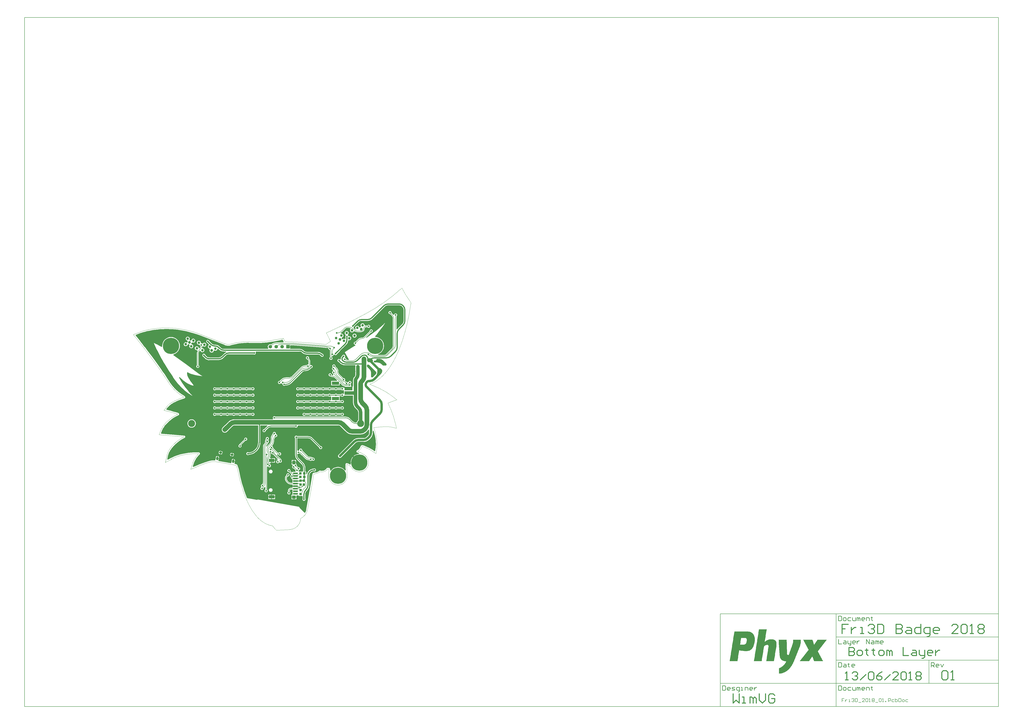
<source format=gbl>
G04*
G04 #@! TF.GenerationSoftware,Altium Limited,Altium Designer,18.1.6 (161)*
G04*
G04 Layer_Physical_Order=2*
G04 Layer_Color=40191*
%FSLAX25Y25*%
%MOIN*%
G70*
G01*
G75*
%ADD10C,0.01968*%
%ADD11C,0.00984*%
%ADD12C,0.03937*%
%ADD13C,0.00787*%
%ADD15C,0.00394*%
%ADD16C,0.00591*%
%ADD17C,0.01575*%
%ADD63R,0.03937X0.04331*%
%ADD66R,0.04331X0.03937*%
%ADD130C,0.04724*%
%ADD137C,0.01181*%
%ADD143C,0.01500*%
G04:AMPARAMS|DCode=144|XSize=61.02mil|YSize=35.43mil|CornerRadius=0mil|HoleSize=0mil|Usage=FLASHONLY|Rotation=80.000|XOffset=0mil|YOffset=0mil|HoleType=Round|Shape=Round|*
%AMOVALD144*
21,1,0.02559,0.03543,0.00000,0.00000,80.0*
1,1,0.03543,-0.00222,-0.01260*
1,1,0.03543,0.00222,0.01260*
%
%ADD144OVALD144*%

G04:AMPARAMS|DCode=145|XSize=49.21mil|YSize=37.4mil|CornerRadius=0mil|HoleSize=0mil|Usage=FLASHONLY|Rotation=170.000|XOffset=0mil|YOffset=0mil|HoleType=Round|Shape=Round|*
%AMOVALD145*
21,1,0.01181,0.03740,0.00000,0.00000,170.0*
1,1,0.03740,0.00582,-0.00103*
1,1,0.03740,-0.00582,0.00103*
%
%ADD145OVALD145*%

%ADD146C,0.04331*%
%ADD147C,0.27559*%
%ADD148C,0.11811*%
%ADD149C,0.05906*%
%ADD150R,0.05906X0.05906*%
%ADD151C,0.02756*%
%ADD152C,0.05906*%
%ADD153C,0.07874*%
%ADD154R,0.12205X0.05512*%
%ADD155R,0.13386X0.05906*%
%ADD156R,0.09449X0.05512*%
%ADD157R,0.06299X0.05512*%
%ADD158R,0.05512X0.06299*%
%ADD159R,0.07874X0.02756*%
G36*
X193906Y381650D02*
X213195D01*
X213264Y381664D01*
X214341Y381558D01*
X215444Y381224D01*
X216460Y380681D01*
X217297Y379994D01*
X217337Y379935D01*
X217951Y379321D01*
X218037Y379263D01*
X218945Y378156D01*
X219668Y376804D01*
X220113Y375337D01*
X220253Y373912D01*
X220233Y373811D01*
Y355323D01*
X220253Y355222D01*
X220113Y353797D01*
X219668Y352330D01*
X218945Y350977D01*
X218037Y349871D01*
X217951Y349813D01*
X210817Y342679D01*
X210794Y342645D01*
X209576Y341220D01*
X209379Y340898D01*
X208198Y341231D01*
Y363284D01*
X208518Y363529D01*
X208928Y364064D01*
X209186Y364686D01*
X209274Y365354D01*
X209186Y366022D01*
X208928Y366645D01*
X208518Y367179D01*
X207983Y367590D01*
X207361Y367847D01*
X206693Y367935D01*
X206025Y367847D01*
X205402Y367590D01*
X204868Y367179D01*
X204458Y366645D01*
X204200Y366022D01*
X204172Y365809D01*
X203053Y365534D01*
X202945Y365540D01*
X201855Y366816D01*
X201852Y366812D01*
X199773Y368892D01*
X199825Y369291D01*
X199737Y369959D01*
X199479Y370582D01*
X199069Y371116D01*
X198535Y371527D01*
X197912Y371784D01*
X197244Y371872D01*
X196576Y371784D01*
X195954Y371527D01*
X195419Y371116D01*
X195009Y370582D01*
X194751Y369959D01*
X194663Y369291D01*
X194751Y368623D01*
X195009Y368001D01*
X195419Y367466D01*
X195954Y367056D01*
X196576Y366798D01*
X197244Y366710D01*
X197644Y366763D01*
X199723Y364684D01*
X199772Y364651D01*
X200720Y363495D01*
X201452Y362126D01*
X201903Y360640D01*
X202049Y359152D01*
X202038Y359095D01*
Y313985D01*
X202051Y313918D01*
X201894Y312323D01*
X201410Y310726D01*
X200623Y309254D01*
X199611Y308021D01*
X199556Y307984D01*
X199556Y307983D01*
X199554Y307980D01*
X199550Y307978D01*
X190648Y299076D01*
X190647Y299074D01*
X190645Y299073D01*
X190606Y299015D01*
X189594Y298238D01*
X188346Y297721D01*
X187078Y297554D01*
X187008Y297568D01*
X177279D01*
X177044Y298749D01*
X178730Y299448D01*
X180738Y300678D01*
X182529Y302207D01*
X184058Y303998D01*
X185289Y306006D01*
X186190Y308182D01*
X186740Y310471D01*
X186924Y312819D01*
X186740Y315166D01*
X186190Y317456D01*
X185289Y319632D01*
X184058Y321640D01*
X182529Y323430D01*
X180738Y324960D01*
X178730Y326190D01*
X176555Y327091D01*
X174265Y327641D01*
X172617Y327771D01*
X172098Y328996D01*
X174575Y331995D01*
X179498Y338306D01*
X184244Y344752D01*
X185983Y347258D01*
X186628Y348186D01*
D01*
X188808Y351327D01*
X190997Y354678D01*
X189442Y352879D01*
X189442Y352879D01*
X188597Y351976D01*
X186546Y349782D01*
X185716Y348945D01*
X185716Y348945D01*
X184872Y348130D01*
X182771Y346104D01*
X179182Y342984D01*
X177329Y341494D01*
X177329Y341494D01*
X177329Y341494D01*
X174911Y339550D01*
X170023Y335728D01*
X165067Y331994D01*
X160044Y328351D01*
X157508Y326564D01*
X156814Y327520D01*
X164955Y335661D01*
X165354Y335608D01*
X166022Y335696D01*
X166645Y335954D01*
X167180Y336364D01*
X167590Y336898D01*
X167848Y337521D01*
X167936Y338189D01*
X167848Y338857D01*
X167590Y339480D01*
X167180Y340014D01*
X166645Y340424D01*
X166022Y340682D01*
X165354Y340770D01*
X164686Y340682D01*
X164064Y340424D01*
X163529Y340014D01*
X163119Y339480D01*
X162861Y338857D01*
X162773Y338189D01*
X162826Y337789D01*
X153525Y328488D01*
X153509Y328465D01*
X152605Y327723D01*
X151550Y327159D01*
X150404Y326811D01*
X150357Y326806D01*
X149213Y326717D01*
Y326717D01*
X147433Y326542D01*
X145721Y326023D01*
X144143Y325180D01*
X142761Y324045D01*
X142771Y324034D01*
X138589Y319851D01*
X138189Y319904D01*
X137521Y319816D01*
X136898Y319558D01*
X136364Y319148D01*
X135954Y318613D01*
X135696Y317991D01*
X135608Y317323D01*
X135696Y316655D01*
X135954Y316032D01*
X136364Y315498D01*
X136898Y315088D01*
X137521Y314830D01*
X137962Y314772D01*
X138247Y314147D01*
X138303Y313582D01*
X134387Y311004D01*
X124992Y305002D01*
X121262Y302672D01*
X121203Y302635D01*
X120617Y302269D01*
X120265Y302049D01*
X120265Y302049D01*
X120265Y302049D01*
X127458Y289933D01*
X127015Y289154D01*
X126699Y288899D01*
X125296Y289037D01*
X123876Y289467D01*
X122829Y290027D01*
X122846Y290158D01*
X122758Y290826D01*
X122500Y291448D01*
X122090Y291983D01*
X121555Y292393D01*
X121090Y292586D01*
X121018Y292667D01*
X120834Y293093D01*
X120657Y293878D01*
X120739Y293985D01*
X120997Y294607D01*
X121085Y295276D01*
X120997Y295944D01*
X120739Y296566D01*
X120329Y297101D01*
X119794Y297511D01*
X119172Y297769D01*
X118504Y297857D01*
X117836Y297769D01*
X117213Y297511D01*
X116679Y297101D01*
X116269Y296566D01*
X116011Y295944D01*
X116005Y295899D01*
X115422Y295316D01*
X115356Y295218D01*
X114632Y294336D01*
X114040Y293227D01*
X113675Y292024D01*
X113563Y290889D01*
X113540Y290774D01*
X113565Y290650D01*
X113594Y290350D01*
X112465Y289899D01*
X112452Y289897D01*
X111920Y290305D01*
X111298Y290563D01*
X110630Y290651D01*
X109962Y290563D01*
X109339Y290305D01*
X108805Y289895D01*
X108395Y289360D01*
X108137Y288738D01*
X108049Y288070D01*
X108137Y287402D01*
X108395Y286779D01*
X108805Y286245D01*
X109339Y285835D01*
X109962Y285577D01*
X110007Y285571D01*
X111926Y283651D01*
X111960Y283629D01*
X113386Y282411D01*
X115018Y281411D01*
X116788Y280678D01*
X118649Y280231D01*
X120519Y280084D01*
X120559Y280076D01*
X137930D01*
X138719Y278895D01*
X138613Y278638D01*
X138471Y277559D01*
Y263869D01*
X138482Y263782D01*
X138346Y262748D01*
X137914Y261703D01*
X137202Y260830D01*
X137202Y260830D01*
X136013Y259382D01*
X135130Y257729D01*
X134586Y255937D01*
X134403Y254072D01*
X134413D01*
Y244504D01*
X131534D01*
X131417Y244585D01*
X130797Y245685D01*
X130840Y245789D01*
X130928Y246457D01*
X130840Y247125D01*
X130726Y247399D01*
X130436Y248510D01*
X130959Y248962D01*
X131369Y249497D01*
X131627Y250119D01*
X131715Y250787D01*
X131627Y251455D01*
X131369Y252078D01*
X130959Y252612D01*
X130424Y253023D01*
X129802Y253281D01*
X129134Y253368D01*
X128466Y253281D01*
X127843Y253023D01*
X127309Y252612D01*
X126899Y252078D01*
X126641Y251455D01*
X126623Y251321D01*
X125488Y250665D01*
X125268Y250721D01*
X125025Y251038D01*
X124491Y251448D01*
X123869Y251706D01*
X123200Y251794D01*
X122801Y251741D01*
X121686Y252856D01*
X121695Y252865D01*
X120698Y253629D01*
X120955Y254801D01*
X120973Y254844D01*
X121061Y255512D01*
X120973Y256180D01*
X120715Y256802D01*
X120305Y257337D01*
X119770Y257747D01*
X119148Y258005D01*
X118480Y258093D01*
X118080Y258040D01*
X111276Y264844D01*
X111274Y264845D01*
X111273Y264848D01*
X111245Y264866D01*
X110462Y265820D01*
X109863Y266941D01*
X109494Y268158D01*
X109420Y268910D01*
X109390Y270079D01*
X109390D01*
X109233Y271672D01*
X108768Y273205D01*
X108013Y274617D01*
X106997Y275855D01*
X106990Y275848D01*
X106990Y275848D01*
X104472Y278365D01*
X104522Y278740D01*
X104434Y279408D01*
X104176Y280031D01*
X103766Y280565D01*
X103231Y280976D01*
X102609Y281233D01*
X101941Y281321D01*
X101272Y281233D01*
X100650Y280976D01*
X100115Y280565D01*
X99705Y280031D01*
X99447Y279408D01*
X99359Y278740D01*
X99447Y278072D01*
X99705Y277450D01*
X99742Y277171D01*
X99541Y276068D01*
X99452Y275936D01*
X99328Y275841D01*
X98918Y275306D01*
X98660Y274684D01*
X98572Y274016D01*
X98660Y273348D01*
X98918Y272725D01*
X99328Y272191D01*
X99863Y271780D01*
X100405Y271556D01*
X100501Y271494D01*
X100608Y271301D01*
X100284Y269952D01*
X99750Y269542D01*
X99339Y269007D01*
X99082Y268385D01*
X98994Y267717D01*
X99082Y267049D01*
X99339Y266426D01*
X99750Y265891D01*
X100284Y265481D01*
X100478Y265401D01*
X100613Y264956D01*
X101034Y264168D01*
X100499Y263087D01*
X99606Y262938D01*
X98533Y263199D01*
X98203Y263420D01*
X98250Y263779D01*
X98163Y264448D01*
X97905Y265070D01*
X97494Y265605D01*
X96960Y266015D01*
X96337Y266273D01*
X95669Y266361D01*
X95001Y266273D01*
X94379Y266015D01*
X93844Y265605D01*
X93434Y265070D01*
X93176Y264448D01*
X93088Y263779D01*
X93176Y263111D01*
X93434Y262489D01*
X93844Y261954D01*
X94379Y261544D01*
X95001Y261286D01*
X95669Y261198D01*
X96102Y261255D01*
X96944Y260609D01*
X98228Y260077D01*
X99606Y259895D01*
Y259895D01*
X100751Y259808D01*
X100832Y259801D01*
X102010Y259443D01*
X103096Y258863D01*
X103163Y258807D01*
X104041Y258075D01*
X104876Y257240D01*
X107482Y254634D01*
X107030Y253543D01*
X97244D01*
Y245669D01*
X111811D01*
Y248762D01*
X112902Y249214D01*
X115724Y246393D01*
X115724Y246392D01*
X115719Y246388D01*
X116822Y245483D01*
X117735Y244995D01*
X118035Y244835D01*
X118035Y244835D01*
X118081Y244810D01*
X118813Y244588D01*
X119079Y244504D01*
X119079Y242524D01*
X118710Y242248D01*
X117898Y241997D01*
X117599Y242226D01*
X116977Y242483D01*
X116309Y242571D01*
X115641Y242483D01*
X115018Y242226D01*
X114484Y241815D01*
X114392Y241696D01*
X107399D01*
X107307Y241815D01*
X106773Y242226D01*
X106150Y242483D01*
X105482Y242571D01*
X104814Y242483D01*
X104192Y242226D01*
X103657Y241815D01*
X103566Y241696D01*
X96572D01*
X96481Y241815D01*
X95946Y242226D01*
X95323Y242483D01*
X94655Y242571D01*
X93987Y242483D01*
X93365Y242226D01*
X92830Y241815D01*
X92739Y241696D01*
X85745D01*
X85654Y241815D01*
X85119Y242226D01*
X84497Y242483D01*
X83829Y242571D01*
X83161Y242483D01*
X82538Y242226D01*
X82003Y241815D01*
X81912Y241696D01*
X74918D01*
X74827Y241815D01*
X74292Y242226D01*
X73670Y242483D01*
X73002Y242571D01*
X72334Y242483D01*
X71711Y242226D01*
X71177Y241815D01*
X71085Y241696D01*
X64092D01*
X64000Y241815D01*
X63466Y242226D01*
X62843Y242483D01*
X62175Y242571D01*
X61507Y242483D01*
X60884Y242226D01*
X60350Y241815D01*
X60259Y241696D01*
X53265D01*
X53173Y241815D01*
X52639Y242226D01*
X52016Y242483D01*
X51348Y242571D01*
X50680Y242483D01*
X50058Y242226D01*
X49523Y241815D01*
X49432Y241696D01*
X42438D01*
X42347Y241815D01*
X41812Y242226D01*
X41190Y242483D01*
X40521Y242571D01*
X39854Y242483D01*
X39231Y242226D01*
X38696Y241815D01*
X38286Y241281D01*
X38028Y240658D01*
X37940Y239990D01*
X38028Y239322D01*
X38286Y238700D01*
X38696Y238165D01*
X39231Y237755D01*
X39854Y237497D01*
X40521Y237409D01*
X41190Y237497D01*
X41812Y237755D01*
X42347Y238165D01*
X42438Y238284D01*
X49432D01*
X49523Y238165D01*
X50058Y237755D01*
X50680Y237497D01*
X51348Y237409D01*
X52016Y237497D01*
X52639Y237755D01*
X53173Y238165D01*
X53265Y238284D01*
X60259D01*
X60350Y238165D01*
X60884Y237755D01*
X61507Y237497D01*
X62175Y237409D01*
X62843Y237497D01*
X63466Y237755D01*
X64000Y238165D01*
X64092Y238284D01*
X71085D01*
X71177Y238165D01*
X71711Y237755D01*
X72334Y237497D01*
X73002Y237409D01*
X73670Y237497D01*
X74292Y237755D01*
X74827Y238165D01*
X74918Y238284D01*
X81912D01*
X82003Y238165D01*
X82538Y237755D01*
X83161Y237497D01*
X83829Y237409D01*
X84497Y237497D01*
X85119Y237755D01*
X85654Y238165D01*
X85745Y238284D01*
X92739D01*
X92830Y238165D01*
X93365Y237755D01*
X93987Y237497D01*
X94655Y237409D01*
X95323Y237497D01*
X95946Y237755D01*
X96481Y238165D01*
X96572Y238284D01*
X103566D01*
X103657Y238165D01*
X104192Y237755D01*
X104814Y237497D01*
X105482Y237409D01*
X106150Y237497D01*
X106773Y237755D01*
X107307Y238165D01*
X107399Y238284D01*
X114392D01*
X114484Y238165D01*
X115018Y237755D01*
X115641Y237497D01*
X116309Y237409D01*
X116977Y237497D01*
X117599Y237755D01*
X118718Y237221D01*
X118898Y236811D01*
X118898Y236811D01*
X118898Y236811D01*
Y231849D01*
X117717Y231309D01*
X117599Y231399D01*
X116977Y231657D01*
X116309Y231745D01*
X115641Y231657D01*
X115018Y231399D01*
X114484Y230989D01*
X114392Y230870D01*
X107399D01*
X107307Y230989D01*
X106773Y231399D01*
X106150Y231657D01*
X105482Y231745D01*
X104814Y231657D01*
X104192Y231399D01*
X103657Y230989D01*
X103566Y230870D01*
X96572D01*
X96481Y230989D01*
X95946Y231399D01*
X95323Y231657D01*
X94655Y231745D01*
X93987Y231657D01*
X93365Y231399D01*
X92830Y230989D01*
X92739Y230870D01*
X85745D01*
X85654Y230989D01*
X85119Y231399D01*
X84497Y231657D01*
X83829Y231745D01*
X83161Y231657D01*
X82538Y231399D01*
X82003Y230989D01*
X81912Y230870D01*
X74918D01*
X74827Y230989D01*
X74292Y231399D01*
X73670Y231657D01*
X73002Y231745D01*
X72334Y231657D01*
X71711Y231399D01*
X71177Y230989D01*
X71085Y230870D01*
X64092D01*
X64000Y230989D01*
X63466Y231399D01*
X62843Y231657D01*
X62175Y231745D01*
X61507Y231657D01*
X60884Y231399D01*
X60350Y230989D01*
X60259Y230870D01*
X53265D01*
X53173Y230989D01*
X52639Y231399D01*
X52016Y231657D01*
X51348Y231745D01*
X50680Y231657D01*
X50058Y231399D01*
X49523Y230989D01*
X49432Y230870D01*
X42438D01*
X42347Y230989D01*
X41812Y231399D01*
X41190Y231657D01*
X40521Y231745D01*
X39854Y231657D01*
X39231Y231399D01*
X38696Y230989D01*
X38286Y230454D01*
X38028Y229832D01*
X37940Y229164D01*
X38028Y228496D01*
X38286Y227873D01*
X38696Y227338D01*
X39231Y226928D01*
X39854Y226670D01*
X40521Y226582D01*
X41190Y226670D01*
X41812Y226928D01*
X42347Y227338D01*
X42438Y227457D01*
X49432D01*
X49523Y227338D01*
X50058Y226928D01*
X50680Y226670D01*
X51348Y226582D01*
X52016Y226670D01*
X52639Y226928D01*
X53173Y227338D01*
X53265Y227457D01*
X60259D01*
X60350Y227338D01*
X60884Y226928D01*
X61507Y226670D01*
X62175Y226582D01*
X62843Y226670D01*
X63466Y226928D01*
X64000Y227338D01*
X64092Y227457D01*
X71085D01*
X71177Y227338D01*
X71711Y226928D01*
X72334Y226670D01*
X73002Y226582D01*
X73670Y226670D01*
X74292Y226928D01*
X74827Y227338D01*
X74918Y227457D01*
X81912D01*
X82003Y227338D01*
X82538Y226928D01*
X83161Y226670D01*
X83829Y226582D01*
X84497Y226670D01*
X85119Y226928D01*
X85654Y227338D01*
X85745Y227457D01*
X92739D01*
X92830Y227338D01*
X93365Y226928D01*
X93987Y226670D01*
X94655Y226582D01*
X95323Y226670D01*
X95946Y226928D01*
X96063Y227018D01*
X97244Y226479D01*
Y221022D01*
X96063Y220482D01*
X95946Y220572D01*
X95323Y220830D01*
X94655Y220918D01*
X93987Y220830D01*
X93365Y220572D01*
X92830Y220162D01*
X92739Y220043D01*
X85745D01*
X85654Y220162D01*
X85119Y220572D01*
X84497Y220830D01*
X83829Y220918D01*
X83161Y220830D01*
X82538Y220572D01*
X82003Y220162D01*
X81912Y220043D01*
X74918D01*
X74827Y220162D01*
X74292Y220572D01*
X73670Y220830D01*
X73002Y220918D01*
X72334Y220830D01*
X71711Y220572D01*
X71177Y220162D01*
X71085Y220043D01*
X64092D01*
X64000Y220162D01*
X63466Y220572D01*
X62843Y220830D01*
X62175Y220918D01*
X61507Y220830D01*
X60884Y220572D01*
X60350Y220162D01*
X60259Y220043D01*
X53265D01*
X53173Y220162D01*
X52639Y220572D01*
X52016Y220830D01*
X51348Y220918D01*
X50680Y220830D01*
X50058Y220572D01*
X49523Y220162D01*
X49432Y220043D01*
X42438D01*
X42347Y220162D01*
X41812Y220572D01*
X41190Y220830D01*
X40521Y220918D01*
X39854Y220830D01*
X39231Y220572D01*
X38696Y220162D01*
X38286Y219627D01*
X38028Y219005D01*
X37940Y218337D01*
X38028Y217669D01*
X38286Y217046D01*
X38696Y216512D01*
X39231Y216101D01*
X39854Y215844D01*
X40521Y215756D01*
X41190Y215844D01*
X41812Y216101D01*
X42347Y216512D01*
X42438Y216631D01*
X49432D01*
X49523Y216512D01*
X50058Y216101D01*
X50680Y215844D01*
X51348Y215756D01*
X52016Y215844D01*
X52639Y216101D01*
X53173Y216512D01*
X53265Y216631D01*
X60259D01*
X60350Y216512D01*
X60884Y216101D01*
X61507Y215844D01*
X62175Y215756D01*
X62843Y215844D01*
X63466Y216101D01*
X64000Y216512D01*
X64092Y216631D01*
X71085D01*
X71177Y216512D01*
X71711Y216101D01*
X72334Y215844D01*
X73002Y215756D01*
X73670Y215844D01*
X74292Y216101D01*
X74827Y216512D01*
X74918Y216631D01*
X81912D01*
X82003Y216512D01*
X82538Y216101D01*
X83161Y215844D01*
X83829Y215756D01*
X84497Y215844D01*
X85119Y216101D01*
X85654Y216512D01*
X85745Y216631D01*
X92739D01*
X92830Y216512D01*
X93365Y216101D01*
X93987Y215844D01*
X94655Y215756D01*
X95323Y215844D01*
X95946Y216101D01*
X96481Y216512D01*
X96572Y216631D01*
X103566D01*
X103657Y216512D01*
X104192Y216101D01*
X104814Y215844D01*
X105482Y215756D01*
X106150Y215844D01*
X106773Y216101D01*
X107307Y216512D01*
X107399Y216631D01*
X114392D01*
X114484Y216512D01*
X115018Y216101D01*
X115641Y215844D01*
X116309Y215756D01*
X116977Y215844D01*
X117599Y216101D01*
X118134Y216512D01*
X118544Y217046D01*
X118802Y217669D01*
X118890Y218337D01*
X118802Y219005D01*
X118544Y219627D01*
X118134Y220162D01*
X117599Y220572D01*
X116977Y220830D01*
X116309Y220918D01*
X115641Y220830D01*
X115018Y220572D01*
X114484Y220162D01*
X114392Y220043D01*
X111811D01*
Y227457D01*
X114392D01*
X114484Y227338D01*
X115018Y226928D01*
X115641Y226670D01*
X116309Y226582D01*
X116977Y226670D01*
X117599Y226928D01*
X118134Y227338D01*
X118544Y227873D01*
X119388Y228521D01*
X119893Y228543D01*
X126501D01*
X126772Y228508D01*
X134413D01*
Y217134D01*
X134405D01*
X134580Y214916D01*
X135099Y212753D01*
X135950Y210698D01*
X137113Y208801D01*
X138558Y207109D01*
X138563Y207115D01*
X141564Y204115D01*
X141612Y204078D01*
X142300Y203239D01*
X142840Y202228D01*
X143173Y201132D01*
X143279Y200052D01*
X143271Y199992D01*
Y186848D01*
X142406Y186138D01*
X141520Y185058D01*
X140862Y183827D01*
X140553Y182808D01*
X139575D01*
X139498Y182793D01*
X137953Y182945D01*
X136392Y183419D01*
X134955Y184187D01*
X133754Y185172D01*
X133711Y185238D01*
X129726Y189222D01*
X129728Y189225D01*
X128331Y190418D01*
X126764Y191378D01*
X125067Y192081D01*
X123280Y192510D01*
X121448Y192654D01*
Y192651D01*
X2704Y192651D01*
X2613Y192770D01*
X2078Y193180D01*
X1455Y193438D01*
X787Y193526D01*
X119Y193438D01*
X-503Y193180D01*
X-1038Y192770D01*
X-1448Y192235D01*
X-1706Y191613D01*
X-1794Y190945D01*
X-1706Y190277D01*
X-1448Y189654D01*
X-1264Y189414D01*
X-1610Y188441D01*
X-1786Y188233D01*
X-66724D01*
Y188236D01*
X-69096Y188049D01*
X-71410Y187494D01*
X-73609Y186583D01*
X-75638Y185339D01*
X-77447Y183794D01*
X-77445Y183792D01*
X-82784Y178453D01*
X-86918Y174320D01*
X-87738Y173250D01*
X-88254Y172005D01*
X-88430Y170669D01*
X-88254Y169333D01*
X-87738Y168088D01*
X-86918Y167019D01*
X-85849Y166199D01*
X-84604Y165683D01*
X-83268Y165507D01*
X-81932Y165683D01*
X-80687Y166199D01*
X-79617Y167019D01*
X-78908Y167729D01*
X-78631Y167843D01*
X-78096Y168254D01*
X-77686Y168788D01*
X-77571Y169065D01*
X-75484Y171153D01*
X-70145Y176492D01*
X-70061Y176601D01*
X-69161Y177292D01*
X-67985Y177778D01*
X-66860Y177927D01*
X-66724Y177909D01*
X-26772D01*
Y149241D01*
X-26753Y149146D01*
X-26896Y146973D01*
X-27339Y144744D01*
X-28070Y142591D01*
X-29075Y140553D01*
X-30338Y138663D01*
X-31836Y136954D01*
X-33545Y135456D01*
X-35435Y134193D01*
X-37473Y133188D01*
X-39625Y132457D01*
X-41855Y132014D01*
X-42584Y131966D01*
X-42832Y132157D01*
X-43454Y132414D01*
X-44122Y132502D01*
X-44791Y132414D01*
X-45413Y132157D01*
X-45948Y131746D01*
X-46358Y131212D01*
X-46616Y130589D01*
X-46704Y129921D01*
X-46616Y129253D01*
X-46358Y128631D01*
X-45948Y128096D01*
X-45413Y127686D01*
X-44791Y127428D01*
X-44122Y127340D01*
X-43454Y127428D01*
X-42832Y127686D01*
X-42343Y128061D01*
X-41343Y128127D01*
X-38611Y128670D01*
X-35973Y129566D01*
X-33474Y130798D01*
X-31158Y132345D01*
X-29064Y134182D01*
X-27227Y136276D01*
X-25680Y138593D01*
X-24448Y141091D01*
X-23552Y143729D01*
X-23009Y146461D01*
X-22826Y149241D01*
X-22834D01*
Y177909D01*
X-11135D01*
X-10802Y176727D01*
X-11460Y176325D01*
X-12869Y175121D01*
X-12868Y175120D01*
X-16512Y171476D01*
X-16535Y171479D01*
X-17203Y171391D01*
X-17826Y171133D01*
X-18361Y170723D01*
X-18771Y170188D01*
X-19029Y169566D01*
X-19117Y168898D01*
X-19029Y168230D01*
X-18771Y167607D01*
X-18361Y167072D01*
X-17826Y166662D01*
X-17203Y166404D01*
X-16535Y166316D01*
X-15867Y166404D01*
X-15245Y166662D01*
X-14710Y167072D01*
X-14300Y167607D01*
X-14042Y168230D01*
X-13954Y168898D01*
X-13957Y168921D01*
X-10313Y172565D01*
X-10267Y172635D01*
X-9085Y173605D01*
X-7664Y174364D01*
X-6123Y174832D01*
X-4601Y174981D01*
X-4519Y174965D01*
X35956D01*
X35970Y174946D01*
X36505Y174536D01*
X37127Y174278D01*
X37795Y174190D01*
X38463Y174278D01*
X39086Y174536D01*
X39620Y174946D01*
X40031Y175481D01*
X40288Y176104D01*
X40376Y176772D01*
X41278Y177909D01*
X109637D01*
X109774Y177927D01*
X110899Y177778D01*
X112074Y177292D01*
X112975Y176601D01*
X113058Y176492D01*
X121720Y167830D01*
X122553Y166993D01*
X122553Y166993D01*
X124362Y165448D01*
X126391Y164205D01*
X128590Y163294D01*
X130904Y162738D01*
X133276Y162552D01*
Y162554D01*
X146645D01*
Y162552D01*
X149018Y162738D01*
X151331Y163294D01*
X153530Y164205D01*
X155559Y165448D01*
X157368Y166993D01*
X157367Y166995D01*
X158595Y168224D01*
X158597Y168222D01*
X160143Y170032D01*
X160603Y170782D01*
X161784Y170449D01*
Y165546D01*
X161790Y165502D01*
X161663Y164213D01*
X161274Y162931D01*
X160642Y161749D01*
X159820Y160748D01*
X159785Y160721D01*
X157389Y158325D01*
X157362Y158290D01*
X156361Y157468D01*
X155179Y156836D01*
X153898Y156448D01*
X152608Y156321D01*
X152564Y156326D01*
X143512D01*
Y156340D01*
X141449Y156177D01*
X139436Y155694D01*
X137524Y154902D01*
X135759Y153821D01*
X134185Y152477D01*
X134195Y152467D01*
X109958Y128231D01*
X109454Y127573D01*
X109136Y126806D01*
X109028Y125984D01*
X109136Y125162D01*
X109454Y124396D01*
X109958Y123738D01*
X110616Y123233D01*
X111382Y122916D01*
X112205Y122808D01*
X113027Y122916D01*
X113793Y123233D01*
X114451Y123738D01*
X138688Y147974D01*
X138714Y148009D01*
X139716Y148831D01*
X140897Y149463D01*
X142179Y149852D01*
X143468Y149979D01*
X143512Y149973D01*
X152564D01*
Y149959D01*
X154628Y150122D01*
X156640Y150605D01*
X158553Y151397D01*
X160317Y152479D01*
X161891Y153823D01*
X161882Y153832D01*
X164278Y156228D01*
X164288Y156219D01*
X165632Y157793D01*
X166713Y159558D01*
X167505Y161470D01*
X167989Y163482D01*
X168151Y165546D01*
X168137D01*
Y168624D01*
X169318Y168811D01*
X169611Y167912D01*
X170668Y164158D01*
X171573Y160365D01*
X171950Y158452D01*
X171953Y158444D01*
X171953Y158434D01*
X172201Y157237D01*
X172598Y154824D01*
X172896Y152396D01*
X173096Y149959D01*
X173197Y147516D01*
X173199Y145070D01*
X173101Y142627D01*
X172904Y140189D01*
X172759Y138996D01*
X172125Y134555D01*
X171044Y134077D01*
X167267Y136643D01*
X167261Y136646D01*
X167256Y136651D01*
X166949Y136856D01*
X166937Y136861D01*
X166928Y136870D01*
X166309Y137273D01*
X166293Y137280D01*
X166279Y137292D01*
X165654Y137684D01*
X165637Y137690D01*
X165624Y137702D01*
X164992Y138083D01*
X164979Y138087D01*
X164969Y138096D01*
X164651Y138282D01*
X164643Y138285D01*
X164637Y138290D01*
X164287Y138491D01*
X164276Y138495D01*
X164268Y138502D01*
X163563Y138896D01*
X163549Y138901D01*
X163537Y138910D01*
X162827Y139294D01*
X162812Y139298D01*
X162800Y139308D01*
X162084Y139681D01*
X162073Y139684D01*
X162064Y139691D01*
X161704Y139873D01*
X161698Y139875D01*
X161692Y139879D01*
X161298Y140076D01*
X161288Y140078D01*
X161281Y140084D01*
X160489Y140469D01*
X160476Y140472D01*
X160466Y140480D01*
X159669Y140855D01*
X159656Y140858D01*
X159645Y140866D01*
X158844Y141231D01*
X158834Y141233D01*
X158826Y141238D01*
X158424Y141417D01*
X158414Y141419D01*
X158405Y141426D01*
X157488Y141821D01*
X157473Y141824D01*
X157459Y141833D01*
X155614Y142596D01*
X155594Y142599D01*
X155576Y142611D01*
X153715Y143336D01*
X153695Y143339D01*
X153677Y143350D01*
X151802Y144037D01*
X151768Y144043D01*
X151739Y144059D01*
X150773Y144377D01*
X150752Y144380D01*
X150733Y144390D01*
X150364Y144427D01*
X149996Y144472D01*
X149975Y144466D01*
X149954Y144468D01*
X149598Y144361D01*
X149241Y144262D01*
X149224Y144249D01*
X149204Y144243D01*
X149113Y144194D01*
X149095Y144180D01*
X149073Y144172D01*
X149005Y144135D01*
X148994Y144125D01*
X148979Y144120D01*
X148928Y144090D01*
X148925Y144088D01*
X148922Y144086D01*
X148819Y144026D01*
X148816Y144023D01*
X148811Y144021D01*
X148709Y143961D01*
X148705Y143957D01*
X148700Y143956D01*
X148598Y143895D01*
X148594Y143891D01*
X148588Y143888D01*
X148503Y143837D01*
X148436Y143798D01*
X148376Y143764D01*
X148251Y143697D01*
X148221Y143672D01*
X148183Y143659D01*
X147919Y143425D01*
X147646Y143201D01*
X147627Y143166D01*
X147598Y143140D01*
X147443Y142822D01*
X147276Y142510D01*
X147273Y142471D01*
X147255Y142435D01*
X147108Y141872D01*
X146688Y140784D01*
X146151Y139751D01*
X145501Y138783D01*
X144748Y137894D01*
X143900Y137095D01*
X142969Y136395D01*
X141965Y135803D01*
X141433Y135565D01*
X141398Y135540D01*
X141356Y135529D01*
X141080Y135314D01*
X140795Y135112D01*
X140771Y135075D01*
X140737Y135049D01*
X140564Y134745D01*
X140378Y134449D01*
X140371Y134406D01*
X140349Y134369D01*
X140305Y134021D01*
X140247Y133677D01*
X140257Y133634D01*
X140251Y133591D01*
X140343Y133254D01*
X140421Y132913D01*
X140446Y132878D01*
X140458Y132836D01*
X140672Y132560D01*
X140875Y132275D01*
X140911Y132252D01*
X140938Y132217D01*
X141242Y132044D01*
X141538Y131858D01*
X141580Y131851D01*
X141618Y131829D01*
X142287Y131606D01*
X143609Y131110D01*
X144646Y130677D01*
X144455Y129482D01*
X144453Y129477D01*
X142850Y129351D01*
X140588Y128807D01*
X138439Y127917D01*
X136455Y126702D01*
X134686Y125191D01*
X133176Y123422D01*
X131960Y121438D01*
X131070Y119289D01*
X130527Y117027D01*
X130384Y115208D01*
X145169D01*
Y114208D01*
X130384D01*
X130527Y112389D01*
X130544Y112317D01*
X130052Y111858D01*
X129499Y111610D01*
X127775Y112613D01*
X127621Y112665D01*
X127484Y112752D01*
X125429Y113538D01*
X125309Y113559D01*
X125198Y113611D01*
X124131Y113878D01*
X123851Y113891D01*
X123575Y113936D01*
X123463Y113910D01*
X123348Y113916D01*
X123085Y113821D01*
X122813Y113757D01*
X122720Y113690D01*
X122611Y113651D01*
X122404Y113463D01*
X122177Y113300D01*
X122116Y113202D01*
X122031Y113125D01*
X121912Y112872D01*
X121765Y112634D01*
X121746Y112521D01*
X121697Y112417D01*
X121684Y112137D01*
X121638Y111861D01*
X121765Y108194D01*
X121767Y108185D01*
X121766Y108175D01*
X122052Y101660D01*
X120882Y101381D01*
X119535Y102957D01*
X117745Y104487D01*
X115737Y105717D01*
X113561Y106618D01*
X111272Y107168D01*
X108924Y107353D01*
X106576Y107168D01*
X104287Y106618D01*
X102111Y105717D01*
X100103Y104487D01*
X98312Y102957D01*
X96783Y101167D01*
X96723Y101068D01*
X95542Y101402D01*
X95544Y102330D01*
X95539Y102351D01*
X95543Y102373D01*
X95516Y103776D01*
X95436Y104140D01*
X95363Y104505D01*
X95352Y104522D01*
X95348Y104541D01*
X95135Y104847D01*
X94928Y105156D01*
X94912Y105167D01*
X94900Y105184D01*
X94587Y105385D01*
X94277Y105591D01*
X94258Y105595D01*
X94241Y105606D01*
X93874Y105671D01*
X93509Y105744D01*
X92958D01*
X92578Y105745D01*
X92503Y105747D01*
X92426Y105748D01*
X92347Y105750D01*
X92271Y105753D01*
X92199Y105756D01*
X92132Y105760D01*
X92006Y105769D01*
X92005Y105769D01*
X92004Y105769D01*
X91954Y105773D01*
X91855Y105784D01*
X91756Y105799D01*
X91659Y105818D01*
X91610Y105829D01*
X91601Y105829D01*
X91593Y105833D01*
X91211Y105843D01*
X90828Y105857D01*
X90819Y105854D01*
X90810Y105854D01*
X90453Y105717D01*
X90094Y105584D01*
X90087Y105577D01*
X90079Y105574D01*
X89801Y105311D01*
X89521Y105050D01*
X89517Y105042D01*
X89510Y105035D01*
X89220Y104626D01*
X88559Y103870D01*
X87823Y103187D01*
X87022Y102582D01*
X86162Y102064D01*
X85253Y101636D01*
X84306Y101304D01*
X83322Y101069D01*
X82775Y100993D01*
X82695Y100965D01*
X82610Y100963D01*
X82549Y100949D01*
X82508Y100941D01*
X82467Y100933D01*
X82422Y100926D01*
X82373Y100919D01*
X82324Y100913D01*
X82275Y100908D01*
X82221Y100903D01*
X82163Y100899D01*
X82109Y100895D01*
X82013Y100891D01*
X81954Y100889D01*
X81807Y100885D01*
X81661Y100883D01*
X81513Y100883D01*
X81441Y100883D01*
X81436Y100882D01*
X81430Y100883D01*
X81071Y100884D01*
X80354Y100929D01*
X79640Y101018D01*
X78934Y101151D01*
X78586Y101239D01*
X78378Y101250D01*
X78175Y101298D01*
X77990Y101269D01*
X77804Y101279D01*
X77607Y101209D01*
X77401Y101177D01*
X77242Y101079D01*
X77066Y101016D01*
X76911Y100877D01*
X76733Y100768D01*
X76514Y100566D01*
X76050Y100189D01*
X75563Y99843D01*
X75055Y99529D01*
X74798Y99392D01*
X74388Y99177D01*
X73524Y98810D01*
X72632Y98515D01*
X71711Y98291D01*
X71205Y98207D01*
X71092Y98164D01*
X70971Y98154D01*
X70935Y98143D01*
X70906Y98137D01*
X70878Y98132D01*
X70761Y98111D01*
X70643Y98093D01*
X70525Y98076D01*
X70466Y98068D01*
X70459Y98066D01*
X70452Y98066D01*
X70383Y98056D01*
X70352Y98046D01*
X70320Y98047D01*
X70182Y98023D01*
X70142Y98008D01*
X70099Y98007D01*
X69961Y97978D01*
X69921Y97961D01*
X69878Y97958D01*
X69742Y97923D01*
X69741Y97922D01*
X69349Y97857D01*
X69349D01*
X68849Y97773D01*
X68849Y97773D01*
X67349Y97523D01*
X67297Y97504D01*
X67242Y97502D01*
X66933Y97366D01*
X66617Y97246D01*
X66576Y97208D01*
X66525Y97186D01*
X66292Y96941D01*
X66046Y96710D01*
X66023Y96659D01*
X65985Y96619D01*
X65863Y96304D01*
X65724Y95996D01*
X65722Y95941D01*
X65702Y95889D01*
X55149Y35489D01*
X54946Y34386D01*
X54280Y32227D01*
X53364Y30160D01*
X53246Y29961D01*
X52074Y29814D01*
X43649Y38238D01*
X43660Y38300D01*
X43660Y38300D01*
X43650Y38770D01*
X43461Y39200D01*
X43121Y39525D01*
X42683Y39695D01*
X-27238Y52024D01*
X-27238Y52025D01*
X-27708Y52014D01*
X-28138Y51825D01*
X-28342Y51612D01*
X-45455Y54622D01*
X-45816Y55479D01*
X-47038Y58525D01*
X-48209Y61591D01*
X-49327Y64676D01*
X-49859Y66226D01*
X-51423Y70840D01*
X-54214Y80188D01*
X-56661Y89632D01*
X-58761Y99159D01*
X-59636Y103958D01*
X-59693Y104103D01*
X-59715Y104257D01*
X-61884Y110501D01*
X-61977Y110660D01*
X-62035Y110835D01*
X-62173Y110994D01*
X-62280Y111177D01*
X-62427Y111288D01*
X-62547Y111427D01*
X-62736Y111521D01*
X-62905Y111649D01*
X-63083Y111695D01*
X-63248Y111778D01*
X-66787Y112751D01*
X-67103Y114063D01*
X-67082Y114082D01*
X-66690Y114697D01*
X-66471Y115393D01*
X-66335Y116161D01*
X-69089Y116646D01*
X-71842Y117132D01*
X-71977Y116364D01*
X-72009Y115635D01*
X-71851Y114922D01*
X-72640Y113881D01*
X-93837Y117619D01*
X-94223Y118867D01*
X-93831Y119483D01*
X-93611Y120179D01*
X-93476Y120946D01*
X-96229Y121432D01*
X-98982Y121917D01*
X-99117Y121150D01*
X-99149Y120421D01*
X-98991Y119708D01*
X-98963Y119654D01*
X-99658Y118479D01*
X-104922Y118520D01*
X-105147Y118477D01*
X-105375Y118472D01*
X-106500Y118221D01*
X-106516Y118214D01*
X-106533Y118213D01*
X-108774Y117674D01*
X-108795Y117664D01*
X-108818Y117662D01*
X-111046Y117072D01*
X-111066Y117061D01*
X-111090Y117060D01*
X-113303Y116419D01*
X-113319Y116410D01*
X-113336Y116409D01*
X-114437Y116069D01*
X-114443Y116066D01*
X-114450Y116065D01*
X-115069Y115870D01*
X-115076Y115866D01*
X-115083Y115865D01*
X-116317Y115466D01*
X-116326Y115461D01*
X-116336Y115459D01*
X-117566Y115048D01*
X-117575Y115042D01*
X-117585Y115041D01*
X-118811Y114617D01*
X-118818Y114613D01*
X-118825Y114612D01*
X-119437Y114396D01*
X-119444Y114391D01*
X-119453Y114390D01*
X-120881Y113870D01*
X-120891Y113864D01*
X-120903Y113862D01*
X-123747Y112790D01*
X-123760Y112781D01*
X-123775Y112779D01*
X-126602Y111663D01*
X-126616Y111654D01*
X-126631Y111652D01*
X-129441Y110493D01*
X-129451Y110486D01*
X-129462Y110484D01*
X-130855Y109891D01*
X-136701Y107437D01*
X-137567Y108240D01*
X-135534Y114340D01*
X-135416Y114682D01*
X-135153Y115378D01*
X-134871Y116067D01*
X-134570Y116746D01*
X-134410Y117082D01*
X-134409Y117083D01*
X-134409Y117083D01*
X-134235Y117449D01*
X-133868Y118172D01*
X-133484Y118887D01*
X-133083Y119592D01*
X-132879Y119933D01*
X-132153Y121119D01*
X-130559Y123416D01*
X-128836Y125618D01*
X-126989Y127718D01*
X-126007Y128713D01*
X-125795Y129035D01*
X-125581Y129355D01*
X-125580Y129361D01*
X-125576Y129367D01*
X-125504Y129745D01*
X-125428Y130123D01*
X-125430Y130129D01*
X-125429Y130136D01*
X-125506Y130512D01*
X-125581Y130891D01*
X-125585Y130896D01*
X-125586Y130903D01*
X-125803Y131222D01*
X-126016Y131542D01*
X-126022Y131545D01*
X-126026Y131551D01*
X-126348Y131764D01*
X-126667Y131977D01*
X-126674Y131978D01*
X-126680Y131982D01*
X-127058Y132054D01*
X-127436Y132130D01*
X-130074D01*
X-130080Y132129D01*
X-130086Y132130D01*
X-132127Y132118D01*
X-132152Y132113D01*
X-132177Y132117D01*
X-136258Y131993D01*
X-136291Y131986D01*
X-136324Y131990D01*
X-140399Y131734D01*
X-140432Y131725D01*
X-140465Y131728D01*
X-144530Y131339D01*
X-144554Y131331D01*
X-144579Y131333D01*
X-146606Y131089D01*
X-146612Y131087D01*
X-146618Y131087D01*
X-148378Y130864D01*
X-148410Y130853D01*
X-148444Y130855D01*
X-151946Y130292D01*
X-151989Y130276D01*
X-152034Y130276D01*
X-155508Y129558D01*
X-155550Y129541D01*
X-155595Y129538D01*
X-159034Y128667D01*
X-159075Y128648D01*
X-159120Y128644D01*
X-162517Y127621D01*
X-162557Y127600D01*
X-162602Y127594D01*
X-165950Y126421D01*
X-165989Y126398D01*
X-166034Y126390D01*
X-169327Y125070D01*
X-169365Y125046D01*
X-169409Y125035D01*
X-172640Y123571D01*
X-172668Y123551D01*
X-172700Y123542D01*
X-174291Y122757D01*
X-174315Y122738D01*
X-174344Y122729D01*
X-180104Y119667D01*
X-181037Y120391D01*
X-179507Y126728D01*
X-179253Y127746D01*
X-178603Y129758D01*
X-177820Y131722D01*
X-176905Y133628D01*
X-176384Y134548D01*
X-175856Y135481D01*
X-174703Y137292D01*
X-173458Y139040D01*
X-172124Y140721D01*
X-171414Y141526D01*
X-171414Y141527D01*
X-171413Y141528D01*
X-170693Y142345D01*
X-169193Y143925D01*
X-167633Y145445D01*
X-166017Y146905D01*
X-165184Y147601D01*
X-163595Y148919D01*
X-160282Y151398D01*
X-156849Y153708D01*
X-153306Y155844D01*
X-151483Y156823D01*
X-151312Y156964D01*
X-151120Y157073D01*
X-151013Y157210D01*
X-150879Y157321D01*
X-150775Y157516D01*
X-150639Y157691D01*
X-150593Y157858D01*
X-150511Y158012D01*
X-150490Y158232D01*
X-150431Y158446D01*
X-150452Y158618D01*
X-150435Y158791D01*
X-150500Y159003D01*
X-150527Y159223D01*
X-150613Y159374D01*
X-150664Y159540D01*
X-150805Y159711D01*
X-150914Y159904D01*
X-151051Y160011D01*
X-151162Y160145D01*
X-151357Y160249D01*
X-151532Y160385D01*
X-151700Y160431D01*
X-151853Y160513D01*
X-152074Y160534D01*
X-152287Y160593D01*
X-166824Y161650D01*
X-187390Y163368D01*
X-191161Y163717D01*
X-191769Y164730D01*
X-190299Y168229D01*
X-190299Y168230D01*
X-190299Y168230D01*
X-189880Y169228D01*
X-188936Y171178D01*
X-187891Y173074D01*
X-186745Y174912D01*
X-186125Y175800D01*
X-185521Y176661D01*
X-184239Y178332D01*
X-182885Y179945D01*
X-181462Y181496D01*
X-180726Y182231D01*
X-179708Y183222D01*
X-177574Y185135D01*
X-175362Y186959D01*
X-173077Y188690D01*
X-170723Y190325D01*
X-168303Y191862D01*
X-165822Y193299D01*
X-163284Y194631D01*
X-161989Y195245D01*
X-161952Y195272D01*
X-161908Y195285D01*
X-161639Y195505D01*
X-161360Y195712D01*
X-161336Y195751D01*
X-161301Y195780D01*
X-161136Y196086D01*
X-160958Y196384D01*
X-160951Y196429D01*
X-160929Y196469D01*
X-160894Y196815D01*
X-160843Y197158D01*
X-160854Y197203D01*
X-160850Y197249D01*
X-160949Y197581D01*
X-161034Y197918D01*
X-161061Y197955D01*
X-161075Y197999D01*
X-161294Y198268D01*
X-161501Y198547D01*
X-161540Y198570D01*
X-161569Y198606D01*
X-161875Y198770D01*
X-162173Y198949D01*
X-162218Y198956D01*
X-162259Y198977D01*
X-165023Y199826D01*
X-165031Y199827D01*
X-165038Y199831D01*
X-166629Y200306D01*
X-166636Y200306D01*
X-166642Y200310D01*
X-169831Y201238D01*
X-169841Y201239D01*
X-169849Y201243D01*
X-173047Y202142D01*
X-173056Y202142D01*
X-173064Y202147D01*
X-176270Y203016D01*
X-176277Y203016D01*
X-176284Y203020D01*
X-177889Y203443D01*
X-177903Y203444D01*
X-177915Y203450D01*
X-182120Y204501D01*
X-182493Y205622D01*
X-179767Y208977D01*
X-179447Y209362D01*
X-178753Y210116D01*
X-178022Y210835D01*
X-177255Y211517D01*
X-176856Y211838D01*
X-176854Y211840D01*
X-176852Y211841D01*
X-176349Y212248D01*
X-175315Y213026D01*
X-174255Y213768D01*
X-173169Y214473D01*
X-172615Y214807D01*
X-172614Y214808D01*
X-172612Y214808D01*
X-171933Y215218D01*
X-170556Y216005D01*
X-169161Y216758D01*
X-167748Y217477D01*
X-167038Y217817D01*
X-165187Y218690D01*
X-161422Y220327D01*
X-157609Y221850D01*
X-153752Y223255D01*
X-151803Y223899D01*
X-151528Y224055D01*
X-151242Y224189D01*
X-151189Y224247D01*
X-151121Y224285D01*
X-150927Y224534D01*
X-150714Y224768D01*
X-150688Y224841D01*
X-150640Y224903D01*
X-150555Y225207D01*
X-150448Y225504D01*
X-150452Y225582D01*
X-150431Y225658D01*
X-150470Y225971D01*
X-150484Y226286D01*
X-150517Y226357D01*
X-150527Y226435D01*
X-150682Y226710D01*
X-150817Y226995D01*
X-150874Y227048D01*
X-150913Y227116D01*
X-151162Y227310D01*
X-151395Y227523D01*
X-152207Y228013D01*
X-153810Y229026D01*
X-155394Y230071D01*
X-156955Y231148D01*
X-157725Y231702D01*
X-157733Y231705D01*
X-157739Y231712D01*
X-159188Y232734D01*
X-161983Y234915D01*
X-164672Y237226D01*
X-167248Y239662D01*
X-169705Y242218D01*
X-172037Y244888D01*
X-174240Y247666D01*
X-176308Y250545D01*
X-177268Y252025D01*
X-178011Y253195D01*
X-178765Y254398D01*
X-178765Y254398D01*
X-178765Y254398D01*
X-179536Y255627D01*
X-179538Y255629D01*
X-179539Y255631D01*
X-179736Y255944D01*
X-179740Y255948D01*
X-179741Y255952D01*
X-180140Y256577D01*
X-180144Y256582D01*
X-180146Y256588D01*
X-180549Y257211D01*
X-180553Y257215D01*
X-180555Y257222D01*
X-180962Y257842D01*
X-180965Y257845D01*
X-180967Y257850D01*
X-181171Y258159D01*
X-181172Y258159D01*
X-181172Y258159D01*
X-182685Y260444D01*
X-182690Y260449D01*
X-182692Y260455D01*
X-185747Y265006D01*
X-185753Y265012D01*
X-185756Y265019D01*
X-188848Y269545D01*
X-188854Y269551D01*
X-188857Y269559D01*
X-191986Y274059D01*
X-191991Y274063D01*
X-191993Y274069D01*
X-193572Y276309D01*
X-193575Y276313D01*
X-193577Y276317D01*
X-196361Y280228D01*
X-196367Y280233D01*
X-196370Y280240D01*
X-201993Y288022D01*
X-202000Y288029D01*
X-202005Y288038D01*
X-207702Y295766D01*
X-207709Y295773D01*
X-207713Y295781D01*
X-213484Y303455D01*
X-213490Y303460D01*
X-213493Y303467D01*
X-216405Y307283D01*
X-216407Y307284D01*
X-216408Y307286D01*
X-217761Y309052D01*
X-217764Y309054D01*
X-217765Y309058D01*
X-220485Y312580D01*
X-220489Y312584D01*
X-220491Y312588D01*
X-223229Y316097D01*
X-223233Y316100D01*
X-223235Y316105D01*
X-225990Y319599D01*
X-225993Y319602D01*
X-225995Y319605D01*
X-227379Y321347D01*
X-227388Y321355D01*
X-227394Y321366D01*
X-234773Y330432D01*
X-234460Y331571D01*
X-225901Y334698D01*
X-225897Y334700D01*
X-225893Y334701D01*
X-225608Y334806D01*
X-225036Y335009D01*
X-224461Y335203D01*
X-223883Y335389D01*
X-223592Y335478D01*
X-223588Y335480D01*
X-223583Y335481D01*
X-222842Y335712D01*
X-221351Y336152D01*
X-219854Y336569D01*
X-218352Y336964D01*
X-217600Y337149D01*
X-215421Y337679D01*
X-211028Y338609D01*
X-206608Y339406D01*
X-202166Y340070D01*
X-197707Y340600D01*
X-193233Y340997D01*
X-188750Y341258D01*
X-184261Y341385D01*
X-182016Y341381D01*
X-182013Y341381D01*
X-182011Y341381D01*
X-180052Y341382D01*
X-176137Y341280D01*
X-172225Y341075D01*
X-168321Y340766D01*
X-164425Y340354D01*
X-160542Y339840D01*
X-156674Y339222D01*
X-152824Y338503D01*
X-150917Y338094D01*
X-147934Y337430D01*
X-141997Y335923D01*
X-136106Y334240D01*
X-130268Y332384D01*
X-127408Y331381D01*
X-84254Y314689D01*
X-83385Y314280D01*
X-83272Y314252D01*
X-83170Y314194D01*
X-81217Y313538D01*
X-81063Y313518D01*
X-80918Y313463D01*
X-78887Y313113D01*
X-78732Y313118D01*
X-78580Y313085D01*
X-76520Y313051D01*
X-76405Y313072D01*
X-76289Y313060D01*
X-75263Y313162D01*
X-75055Y313225D01*
X-74841Y313251D01*
X-73403Y313718D01*
X-70499Y314555D01*
X-67569Y315295D01*
X-64615Y315937D01*
X-63141Y316206D01*
X-60370Y316674D01*
X-54765Y317364D01*
X-49134Y317802D01*
X-43489Y317987D01*
X-40665Y317953D01*
X-40660Y317954D01*
X-40656Y317953D01*
X-38569Y317938D01*
X-36456Y317896D01*
X-34306Y317834D01*
X-29880Y317676D01*
X-29844Y317682D01*
X-29809Y317675D01*
X-26615D01*
X-26606Y317677D01*
X-26597Y317675D01*
X-25505Y317685D01*
X-25490Y317688D01*
X-25475Y317686D01*
X-23293Y317738D01*
X-23273Y317743D01*
X-23252Y317740D01*
X-21072Y317837D01*
X-21052Y317842D01*
X-21031Y317839D01*
X-18853Y317980D01*
X-18838Y317984D01*
X-18823Y317982D01*
X-17735Y318069D01*
X-17728Y318071D01*
X-17721Y318071D01*
X-16608Y318167D01*
X-16598Y318170D01*
X-16588Y318169D01*
X-14365Y318385D01*
X-14352Y318389D01*
X-14338Y318388D01*
X-12118Y318633D01*
X-12105Y318637D01*
X-12092Y318636D01*
X-9875Y318911D01*
X-9865Y318914D01*
X-9855Y318913D01*
X-8748Y319062D01*
X-8738Y319065D01*
X-8727Y319065D01*
X-6103Y319445D01*
X-6089Y319450D01*
X-6073Y319450D01*
X-838Y320289D01*
X-819Y320296D01*
X-798Y320295D01*
X4420Y321238D01*
X4439Y321245D01*
X4459Y321245D01*
X9657Y322291D01*
X9672Y322297D01*
X9687Y322297D01*
X12278Y322859D01*
X12300Y322869D01*
X12324Y322869D01*
X14846Y323479D01*
X16043Y321257D01*
X16694Y319954D01*
X15964Y318773D01*
X3851D01*
Y318780D01*
X2050Y318638D01*
X293Y318216D01*
X-1376Y317525D01*
X-2916Y316581D01*
X-4289Y315408D01*
X-5435Y315494D01*
X-6142Y315587D01*
X-7221Y315445D01*
X-8226Y315028D01*
X-9090Y314366D01*
X-9753Y313502D01*
X-10169Y312496D01*
X-10311Y311417D01*
X-10169Y310338D01*
X-9753Y309333D01*
X-9421Y308901D01*
X-9974Y307720D01*
X-84834D01*
X-84935Y307699D01*
X-86360Y307840D01*
X-87828Y308285D01*
X-89180Y309008D01*
X-90287Y309916D01*
X-90344Y310002D01*
X-92140Y311797D01*
X-92135Y311802D01*
X-93692Y313081D01*
X-95470Y314031D01*
X-97398Y314616D01*
X-99404Y314813D01*
Y314813D01*
X-100584Y314815D01*
X-101715Y314926D01*
X-103182Y315371D01*
X-104534Y316094D01*
X-105641Y317003D01*
X-105699Y317089D01*
X-109706Y321096D01*
X-109712Y321141D01*
X-109969Y321763D01*
X-110380Y322298D01*
X-110914Y322708D01*
X-111537Y322966D01*
X-112205Y323054D01*
X-112873Y322966D01*
X-113495Y322708D01*
X-114030Y322298D01*
X-114440Y321763D01*
X-114698Y321141D01*
X-114786Y320472D01*
X-114698Y319804D01*
X-114440Y319182D01*
X-114030Y318647D01*
X-113495Y318237D01*
X-112873Y317979D01*
X-112828Y317973D01*
X-110377Y315523D01*
X-110620Y314095D01*
X-110764Y314004D01*
X-111359Y313354D01*
X-111766Y312573D01*
X-111957Y311713D01*
X-111918Y310832D01*
X-111653Y309992D01*
X-111180Y309249D01*
X-110530Y308653D01*
X-109749Y308247D01*
X-109166Y308118D01*
X-108742Y307409D01*
X-108624Y306885D01*
X-108964Y306232D01*
X-109166Y305321D01*
X-109125Y304389D01*
X-108845Y303499D01*
X-108344Y302713D01*
X-107656Y302082D01*
X-106828Y301652D01*
X-105917Y301449D01*
X-104985Y301490D01*
X-104095Y301771D01*
X-103309Y302272D01*
X-102678Y302960D01*
X-102248Y303787D01*
X-102088Y304506D01*
X-101661Y304832D01*
X-100881Y305102D01*
X-100352Y304826D01*
X-99491Y304636D01*
X-98611Y304674D01*
X-97771Y304939D01*
X-97028Y305413D01*
X-96432Y306062D01*
X-96026Y306844D01*
X-95858Y307600D01*
X-95521Y307806D01*
X-94669Y308082D01*
X-93466Y306880D01*
X-93432Y306857D01*
X-92007Y305639D01*
X-90374Y304639D01*
X-88605Y303906D01*
X-86743Y303459D01*
X-84874Y303312D01*
X-84834Y303304D01*
X-80831D01*
X-80596Y302123D01*
X-81713Y301660D01*
X-83346Y300659D01*
X-84771Y299442D01*
X-84805Y299419D01*
X-88653Y295572D01*
X-88710Y295486D01*
X-89817Y294578D01*
X-91169Y293855D01*
X-92637Y293410D01*
X-94062Y293269D01*
X-94163Y293289D01*
X-109303D01*
X-109339Y293317D01*
X-109962Y293575D01*
X-110630Y293663D01*
X-111298Y293575D01*
X-111679Y293417D01*
X-112555Y293780D01*
X-113292Y294345D01*
X-113335Y294410D01*
X-116399Y297474D01*
X-116404Y297518D01*
X-116662Y298141D01*
X-117072Y298675D01*
X-117607Y299086D01*
X-118230Y299344D01*
X-118898Y299431D01*
X-119566Y299344D01*
X-120188Y299086D01*
X-120723Y298675D01*
X-121133Y298141D01*
X-121391Y297518D01*
X-121479Y296850D01*
X-121391Y296182D01*
X-121133Y295560D01*
X-120723Y295025D01*
X-120188Y294615D01*
X-119566Y294357D01*
X-119521Y294351D01*
X-116457Y291288D01*
X-116434Y291272D01*
X-115207Y290265D01*
X-113783Y289504D01*
X-112237Y289035D01*
X-112156Y289027D01*
X-111920Y288846D01*
X-111298Y288589D01*
X-110630Y288501D01*
X-109962Y288589D01*
X-109339Y288846D01*
X-109303Y288874D01*
X-94163D01*
X-94123Y288882D01*
X-92254Y289029D01*
X-90392Y289476D01*
X-88623Y290209D01*
X-86990Y291209D01*
X-85565Y292427D01*
X-85531Y292449D01*
X-81683Y296297D01*
X-81626Y296383D01*
X-80519Y297291D01*
X-79167Y298014D01*
X-77699Y298459D01*
X-76274Y298599D01*
X-76173Y298579D01*
X-34397D01*
X-34361Y298552D01*
X-33739Y298294D01*
X-33070Y298206D01*
X-32403Y298294D01*
X-31780Y298552D01*
X-31245Y298962D01*
X-30835Y299497D01*
X-30577Y300119D01*
X-30489Y300787D01*
X-30577Y301455D01*
X-30835Y302078D01*
X-30870Y302123D01*
X-30288Y303304D01*
X44067D01*
X44161Y303323D01*
X45243Y303181D01*
X46339Y302727D01*
X47204Y302062D01*
X47258Y301982D01*
X47478Y301762D01*
X47512Y301739D01*
X48938Y300521D01*
X50571Y299521D01*
X52340Y298788D01*
X54202Y298341D01*
X56071Y298194D01*
X56111Y298186D01*
X74204D01*
X74305Y298206D01*
X75730Y298066D01*
X77198Y297621D01*
X78550Y296898D01*
X79394Y296206D01*
X79397Y296182D01*
X79654Y295560D01*
X80065Y295025D01*
X80599Y294615D01*
X81222Y294357D01*
X81890Y294269D01*
X82558Y294357D01*
X83180Y294615D01*
X83715Y295025D01*
X84125Y295560D01*
X84383Y296182D01*
X84471Y296850D01*
X84383Y297518D01*
X84125Y298141D01*
X83715Y298675D01*
X83180Y299086D01*
X82558Y299344D01*
X82439Y299359D01*
X81377Y300266D01*
X79744Y301267D01*
X77975Y301999D01*
X76113Y302446D01*
X74244Y302593D01*
X74204Y302602D01*
X56111D01*
X56010Y302581D01*
X54585Y302722D01*
X53117Y303167D01*
X51765Y303890D01*
X51237Y304322D01*
X50380Y305105D01*
X50380Y305105D01*
X49027Y306215D01*
X47484Y307041D01*
X45809Y307549D01*
X44067Y307720D01*
Y307720D01*
X27811D01*
Y310917D01*
X23858D01*
Y311917D01*
X27811D01*
Y313849D01*
X32230D01*
X78615Y310536D01*
X88226Y309620D01*
X89227Y309525D01*
X89370Y309518D01*
X90510Y309419D01*
X90748Y309396D01*
X92073Y308994D01*
X92846Y308580D01*
X92838Y308518D01*
X92926Y307850D01*
X93184Y307228D01*
X93594Y306693D01*
X94128Y306283D01*
X94751Y306025D01*
X95443Y305179D01*
Y293763D01*
X95175Y293557D01*
X94765Y293023D01*
X94507Y292400D01*
X94419Y291732D01*
X94507Y291064D01*
X94765Y290442D01*
X95175Y289907D01*
X95710Y289497D01*
X96332Y289239D01*
X97000Y289151D01*
X97668Y289239D01*
X98291Y289497D01*
X98825Y289907D01*
X99236Y290442D01*
X99493Y291064D01*
X99581Y291732D01*
X99493Y292400D01*
X99236Y293023D01*
X98825Y293557D01*
X98454Y293842D01*
Y294668D01*
X99213Y295759D01*
X99881Y295847D01*
X100503Y296105D01*
X101038Y296515D01*
X101448Y297050D01*
X101706Y297672D01*
X102938Y297982D01*
X102996Y297906D01*
X103531Y297496D01*
X104153Y297238D01*
X104822Y297150D01*
X105490Y297238D01*
X106112Y297496D01*
X106647Y297906D01*
X107057Y298441D01*
X107315Y299063D01*
X107321Y299108D01*
X122813Y314600D01*
X122844Y314646D01*
X123994Y315994D01*
X124949Y317551D01*
X125647Y319238D01*
X126074Y321014D01*
X126125Y321661D01*
X126365Y321927D01*
X127374Y322484D01*
X127808Y322396D01*
X128687Y322450D01*
X129523Y322729D01*
X130258Y323216D01*
X130842Y323875D01*
X131235Y324664D01*
X131410Y325528D01*
X131357Y326407D01*
X131077Y327243D01*
X130591Y327977D01*
X129931Y328561D01*
X129142Y328954D01*
X128279Y329130D01*
X127399Y329076D01*
X127165Y328998D01*
X126509Y329408D01*
X126251Y330031D01*
X125841Y330565D01*
X125657Y330706D01*
X125612Y331836D01*
X125702Y332090D01*
X125874Y332204D01*
X126458Y332863D01*
X126851Y333652D01*
X127027Y334516D01*
X126973Y335395D01*
X126693Y336231D01*
X126207Y336965D01*
X125547Y337549D01*
X124759Y337942D01*
X123895Y338118D01*
X123016Y338064D01*
X122180Y337785D01*
X121445Y337298D01*
X120861Y336638D01*
X120468Y335850D01*
X120292Y334986D01*
X120346Y334107D01*
X120626Y333271D01*
X121112Y332537D01*
X121772Y331953D01*
X121946Y331866D01*
X122174Y330654D01*
X122137Y330495D01*
X121780Y330031D01*
X121523Y329408D01*
X121435Y328740D01*
X121523Y328072D01*
X121780Y327450D01*
X121808Y327414D01*
Y324989D01*
X121524Y324723D01*
X120627Y324335D01*
X120154Y324571D01*
X119291Y324746D01*
X118411Y324693D01*
X117576Y324413D01*
X117078Y324084D01*
X116274Y324271D01*
X115815Y324550D01*
X115582Y325248D01*
X115175Y325862D01*
X115238Y326396D01*
X115585Y327144D01*
X116151Y327333D01*
X116886Y327820D01*
X117470Y328480D01*
X117863Y329268D01*
X118039Y330132D01*
X117985Y331011D01*
X117705Y331847D01*
X117219Y332582D01*
X116559Y333166D01*
X115771Y333559D01*
X114907Y333734D01*
X114028Y333681D01*
X113968Y333660D01*
X113465Y334738D01*
X114435Y335332D01*
X115809Y336506D01*
X115804Y336510D01*
X121720Y342425D01*
X121720Y342425D01*
X121720Y342425D01*
X122641Y343052D01*
X123174Y343272D01*
X123995Y343381D01*
X124016Y343377D01*
X127354D01*
X127421Y343390D01*
X129015Y343233D01*
X130127Y342896D01*
X130368Y341938D01*
X130378Y341775D01*
X130327Y341562D01*
X129849Y341022D01*
X129456Y340234D01*
X129280Y339370D01*
X129334Y338491D01*
X129614Y337655D01*
X130100Y336920D01*
X130760Y336336D01*
X131549Y335943D01*
X132412Y335768D01*
X133292Y335821D01*
X134127Y336101D01*
X134862Y336587D01*
X135446Y337247D01*
X135508Y337372D01*
X136854Y337866D01*
X137005Y337841D01*
X137498Y337538D01*
X139167Y336847D01*
X140924Y336425D01*
X142725Y336283D01*
Y336290D01*
X147773D01*
Y336286D01*
X149116Y336418D01*
X150408Y336810D01*
X151599Y337446D01*
X152642Y338303D01*
X152642Y338303D01*
X152682Y338340D01*
X153329Y339183D01*
X153354Y339245D01*
X153709Y340101D01*
X153735Y340164D01*
X153873Y341216D01*
X153982Y342352D01*
X154034Y342615D01*
X154548Y343384D01*
X154608Y343424D01*
X154629Y343455D01*
X155403Y344050D01*
X156340Y344438D01*
X157308Y344565D01*
X157345Y344558D01*
X158953D01*
X159198Y344238D01*
X159733Y343828D01*
X160356Y343570D01*
X161024Y343482D01*
X161692Y343570D01*
X162314Y343828D01*
X162849Y344238D01*
X163259Y344772D01*
X163517Y345395D01*
X163605Y346063D01*
X163517Y346731D01*
X163259Y347354D01*
X162849Y347888D01*
X162314Y348298D01*
X161692Y348556D01*
X161024Y348644D01*
X160356Y348556D01*
X159733Y348298D01*
X159198Y347888D01*
X158953Y347568D01*
X157345D01*
Y347572D01*
X156002Y347440D01*
X155094Y347165D01*
X154610Y347385D01*
X154212Y347685D01*
X153971Y347992D01*
X153937Y348546D01*
X153657Y349382D01*
X153171Y350116D01*
X152511Y350700D01*
X151722Y351094D01*
X150859Y351269D01*
X149979Y351215D01*
X149144Y350936D01*
X148409Y350449D01*
X147825Y349790D01*
X147432Y349001D01*
X147256Y348137D01*
X147310Y347258D01*
X147590Y346422D01*
X147919Y345925D01*
X147732Y345121D01*
X147453Y344662D01*
X146755Y344428D01*
X146141Y344022D01*
X145607Y344085D01*
X144859Y344432D01*
X144669Y344998D01*
X144183Y345733D01*
X143523Y346317D01*
X142734Y346710D01*
X141871Y346885D01*
X140991Y346832D01*
X140156Y346552D01*
X139421Y346066D01*
X138837Y345406D01*
X138444Y344617D01*
X138268Y343754D01*
X138322Y342874D01*
X138602Y342039D01*
X138918Y341561D01*
X138098Y340660D01*
X137994Y340716D01*
X136756Y341732D01*
X136718Y341789D01*
X135489Y343017D01*
X135494Y343022D01*
X135444Y343065D01*
X135376Y343330D01*
X135549Y344528D01*
X135683Y344632D01*
X136094Y345166D01*
X136351Y345789D01*
X136357Y345833D01*
X143514Y352990D01*
X143571Y353076D01*
X144678Y353984D01*
X146031Y354707D01*
X147498Y355152D01*
X148923Y355293D01*
X149024Y355273D01*
X159244D01*
X159284Y355280D01*
X161153Y355428D01*
X163015Y355875D01*
X164784Y356607D01*
X166416Y357608D01*
X167842Y358825D01*
X167876Y358848D01*
X188396Y379368D01*
X188453Y379454D01*
X189560Y380362D01*
X190912Y381085D01*
X192380Y381530D01*
X193805Y381671D01*
X193906Y381650D01*
D02*
G37*
G36*
X168110Y288976D02*
Y286614D01*
X168110D01*
X166535Y285039D01*
X160630D01*
X158268Y287402D01*
Y290551D01*
X159449Y291732D01*
X165354D01*
X168110Y288976D01*
D02*
G37*
G36*
X181452Y290561D02*
X183272Y289807D01*
X184910Y288712D01*
X185606Y288016D01*
X185606Y288016D01*
X190551Y283071D01*
X190738Y282884D01*
X191033Y282443D01*
X191235Y281954D01*
X191339Y281435D01*
Y281170D01*
Y281102D01*
Y280789D01*
X191099Y280210D01*
X190656Y279767D01*
X190077Y279528D01*
X185940D01*
X185389Y279637D01*
X184870Y279852D01*
X184403Y280164D01*
X184204Y280363D01*
X184204D01*
X182850Y281717D01*
X182123Y282376D01*
X180493Y283465D01*
X178682Y284215D01*
X176759Y284597D01*
X175779Y284646D01*
X170947D01*
X170368Y284885D01*
X169925Y285328D01*
X169685Y285907D01*
Y286221D01*
Y286614D01*
Y286849D01*
X169865Y287283D01*
X170197Y287615D01*
X170631Y287795D01*
X172441D01*
X172748Y287825D01*
X173316Y288061D01*
X173750Y288495D01*
X173986Y289063D01*
X174016Y289370D01*
Y289683D01*
X174256Y290262D01*
X174698Y290705D01*
X175277Y290945D01*
X179520D01*
X181452Y290561D01*
D02*
G37*
G36*
X178183Y275754D02*
X178183D01*
X178322Y275628D01*
X178631Y275421D01*
X178976Y275279D01*
X179341Y275206D01*
X179528Y275197D01*
X179808D01*
X180359Y275087D01*
X180878Y274872D01*
X181345Y274560D01*
X181544Y274362D01*
X183465Y272441D01*
X183465Y272441D01*
X183558Y272347D01*
X183705Y272127D01*
X183807Y271883D01*
X183858Y271623D01*
Y271491D01*
Y270472D01*
Y269724D01*
X183566Y268254D01*
X182993Y266871D01*
X182161Y265625D01*
X181631Y265096D01*
X175984Y259449D01*
X177165Y276772D01*
X178183Y275754D01*
D02*
G37*
G36*
X160950Y280804D02*
X161815Y280446D01*
X162594Y279926D01*
X162925Y279595D01*
X162925D01*
X173296Y269224D01*
X173495Y269025D01*
X173807Y268558D01*
X174021Y268039D01*
X174131Y267488D01*
Y267208D01*
Y266927D01*
X174021Y266376D01*
X173807Y265857D01*
X173495Y265390D01*
X173296Y265191D01*
X167995Y259890D01*
X167862Y259758D01*
X167551Y259550D01*
X167205Y259407D01*
X166838Y259333D01*
X166338D01*
X165759Y259573D01*
X165316Y260016D01*
X165076Y260595D01*
Y260908D01*
Y266609D01*
X165028Y267589D01*
X164645Y269512D01*
X163895Y271323D01*
X162806Y272953D01*
X162147Y273680D01*
X162147Y273680D01*
X159103Y276724D01*
X158838Y276989D01*
X158422Y277611D01*
X158135Y278303D01*
X157989Y279038D01*
Y279412D01*
Y279726D01*
X158229Y280304D01*
X158672Y280747D01*
X159251Y280987D01*
X160032D01*
X160950Y280804D01*
D02*
G37*
G36*
X938794Y-186079D02*
X938507D01*
Y-186365D01*
X938221D01*
Y-186652D01*
Y-186938D01*
X937935D01*
Y-187224D01*
X937649D01*
Y-187511D01*
X937362D01*
Y-187797D01*
Y-188083D01*
X937076D01*
Y-188370D01*
X936790D01*
Y-188656D01*
X936503D01*
Y-188942D01*
X936217D01*
Y-189229D01*
Y-189515D01*
X935931D01*
Y-189801D01*
X935644D01*
Y-190088D01*
X935358D01*
Y-190374D01*
Y-190660D01*
X935072D01*
Y-190946D01*
X934785D01*
Y-191233D01*
X934499D01*
Y-191519D01*
X934213D01*
Y-191806D01*
Y-192092D01*
X933926D01*
Y-192378D01*
X933640D01*
Y-192664D01*
X933354D01*
Y-192951D01*
Y-193237D01*
X933068D01*
Y-193523D01*
X932781D01*
Y-193810D01*
X932495D01*
Y-194096D01*
Y-194382D01*
X932209D01*
Y-194669D01*
X931922D01*
Y-194955D01*
X931636D01*
Y-195241D01*
X931350D01*
Y-195528D01*
Y-195814D01*
X931063D01*
Y-196100D01*
X930777D01*
Y-196387D01*
X930491D01*
Y-196673D01*
Y-196959D01*
X930204D01*
Y-197245D01*
X929918D01*
Y-197532D01*
X929632D01*
Y-197818D01*
Y-198104D01*
X929346D01*
Y-198391D01*
X929059D01*
Y-198677D01*
X928773D01*
Y-198963D01*
X928487D01*
Y-199250D01*
Y-199536D01*
X928200D01*
Y-199822D01*
X927914D01*
Y-200109D01*
X927628D01*
Y-200395D01*
Y-200681D01*
X927341D01*
Y-200968D01*
X927055D01*
Y-201254D01*
X926769D01*
Y-201540D01*
Y-201826D01*
X926482D01*
Y-202113D01*
X926196D01*
Y-202399D01*
X925910D01*
Y-202685D01*
X925623D01*
Y-202972D01*
Y-203258D01*
X925337D01*
Y-203544D01*
X925051D01*
Y-203831D01*
X924765D01*
Y-204117D01*
Y-204403D01*
X924478D01*
Y-204690D01*
X924192D01*
Y-204976D01*
X923906D01*
Y-205262D01*
X923619D01*
Y-205549D01*
Y-205835D01*
X923906D01*
Y-206121D01*
Y-206407D01*
X924192D01*
Y-206694D01*
Y-206980D01*
X924478D01*
Y-207266D01*
X924765D01*
Y-207553D01*
Y-207839D01*
X925051D01*
Y-208125D01*
Y-208412D01*
X925337D01*
Y-208698D01*
Y-208984D01*
X925623D01*
Y-209271D01*
Y-209557D01*
X925910D01*
Y-209843D01*
Y-210129D01*
X926196D01*
Y-210416D01*
Y-210702D01*
X926482D01*
Y-210988D01*
Y-211275D01*
X926769D01*
Y-211561D01*
Y-211847D01*
X927055D01*
Y-212134D01*
X927341D01*
Y-212420D01*
Y-212706D01*
X927628D01*
Y-212993D01*
Y-213279D01*
X927914D01*
Y-213565D01*
Y-213851D01*
X928200D01*
Y-214138D01*
Y-214424D01*
X928487D01*
Y-214710D01*
Y-214997D01*
X928773D01*
Y-215283D01*
Y-215569D01*
X929059D01*
Y-215856D01*
Y-216142D01*
X929346D01*
Y-216428D01*
X929632D01*
Y-216715D01*
Y-217001D01*
X929918D01*
Y-217287D01*
Y-217574D01*
X930204D01*
Y-217860D01*
Y-218146D01*
X930491D01*
Y-218433D01*
Y-218719D01*
X930777D01*
Y-219005D01*
Y-219291D01*
X931063D01*
Y-219578D01*
Y-219864D01*
X931350D01*
Y-220150D01*
Y-220437D01*
X931636D01*
Y-220723D01*
X931922D01*
Y-221009D01*
Y-221296D01*
X932209D01*
Y-221582D01*
Y-221868D01*
X932495D01*
Y-222155D01*
X917320D01*
Y-221868D01*
X917034D01*
Y-221582D01*
Y-221296D01*
Y-221009D01*
X916748D01*
Y-220723D01*
Y-220437D01*
Y-220150D01*
X916461D01*
Y-219864D01*
Y-219578D01*
X916175D01*
Y-219291D01*
Y-219005D01*
Y-218719D01*
X915889D01*
Y-218433D01*
Y-218146D01*
Y-217860D01*
X915602D01*
Y-217574D01*
Y-217287D01*
X915316D01*
Y-217001D01*
Y-216715D01*
Y-216428D01*
X915030D01*
Y-216142D01*
Y-215856D01*
Y-215569D01*
X914744D01*
Y-215283D01*
Y-214997D01*
Y-214710D01*
X914457D01*
Y-214424D01*
X913885D01*
Y-214710D01*
Y-214997D01*
X913598D01*
Y-215283D01*
X913312D01*
Y-215569D01*
Y-215856D01*
X913026D01*
Y-216142D01*
X912739D01*
Y-216428D01*
Y-216715D01*
X912453D01*
Y-217001D01*
X912167D01*
Y-217287D01*
Y-217574D01*
X911880D01*
Y-217860D01*
X911594D01*
Y-218146D01*
X911308D01*
Y-218433D01*
Y-218719D01*
X911022D01*
Y-219005D01*
X910735D01*
Y-219291D01*
Y-219578D01*
X910449D01*
Y-219864D01*
X910163D01*
Y-220150D01*
Y-220437D01*
X909876D01*
Y-220723D01*
X909590D01*
Y-221009D01*
Y-221296D01*
X909304D01*
Y-221582D01*
X909017D01*
Y-221868D01*
Y-222155D01*
X892984D01*
Y-221868D01*
X893270D01*
Y-221582D01*
X893556D01*
Y-221296D01*
X893843D01*
Y-221009D01*
X894129D01*
Y-220723D01*
Y-220437D01*
X894415D01*
Y-220150D01*
X894702D01*
Y-219864D01*
X894988D01*
Y-219578D01*
X895274D01*
Y-219291D01*
Y-219005D01*
X895561D01*
Y-218719D01*
X895847D01*
Y-218433D01*
X896133D01*
Y-218146D01*
Y-217860D01*
X896420D01*
Y-217574D01*
X896706D01*
Y-217287D01*
X896992D01*
Y-217001D01*
X897278D01*
Y-216715D01*
Y-216428D01*
X897565D01*
Y-216142D01*
X897851D01*
Y-215856D01*
X898137D01*
Y-215569D01*
X898424D01*
Y-215283D01*
Y-214997D01*
X898710D01*
Y-214710D01*
X898996D01*
Y-214424D01*
X899283D01*
Y-214138D01*
Y-213851D01*
X899569D01*
Y-213565D01*
X899855D01*
Y-213279D01*
X900142D01*
Y-212993D01*
X900428D01*
Y-212706D01*
Y-212420D01*
X900714D01*
Y-212134D01*
X901000D01*
Y-211847D01*
X901287D01*
Y-211561D01*
Y-211275D01*
X901573D01*
Y-210988D01*
X901859D01*
Y-210702D01*
X902146D01*
Y-210416D01*
X902432D01*
Y-210129D01*
Y-209843D01*
X902718D01*
Y-209557D01*
X903005D01*
Y-209271D01*
X903291D01*
Y-208984D01*
Y-208698D01*
X903577D01*
Y-208412D01*
X903864D01*
Y-208125D01*
X904150D01*
Y-207839D01*
X904436D01*
Y-207553D01*
Y-207266D01*
X904723D01*
Y-206980D01*
X905009D01*
Y-206694D01*
X905295D01*
Y-206407D01*
X905581D01*
Y-206121D01*
Y-205835D01*
X905868D01*
Y-205549D01*
X906154D01*
Y-205262D01*
X906441D01*
Y-204976D01*
Y-204690D01*
X906727D01*
Y-204403D01*
X907013D01*
Y-204117D01*
X907299D01*
Y-203831D01*
X907586D01*
Y-203544D01*
Y-203258D01*
X907872D01*
Y-202972D01*
Y-202685D01*
Y-202399D01*
X907586D01*
Y-202113D01*
X907299D01*
Y-201826D01*
Y-201540D01*
X907013D01*
Y-201254D01*
Y-200968D01*
X906727D01*
Y-200681D01*
Y-200395D01*
X906441D01*
Y-200109D01*
Y-199822D01*
X906154D01*
Y-199536D01*
Y-199250D01*
X905868D01*
Y-198963D01*
Y-198677D01*
X905581D01*
Y-198391D01*
X905295D01*
Y-198104D01*
Y-197818D01*
X905009D01*
Y-197532D01*
Y-197245D01*
X904723D01*
Y-196959D01*
Y-196673D01*
X904436D01*
Y-196387D01*
Y-196100D01*
X904150D01*
Y-195814D01*
Y-195528D01*
X903864D01*
Y-195241D01*
Y-194955D01*
X903577D01*
Y-194669D01*
X903291D01*
Y-194382D01*
Y-194096D01*
X903005D01*
Y-193810D01*
Y-193523D01*
X902718D01*
Y-193237D01*
Y-192951D01*
X902432D01*
Y-192664D01*
Y-192378D01*
X902146D01*
Y-192092D01*
Y-191806D01*
X901859D01*
Y-191519D01*
Y-191233D01*
X901573D01*
Y-190946D01*
Y-190660D01*
X901287D01*
Y-190374D01*
X901000D01*
Y-190088D01*
Y-189801D01*
X900714D01*
Y-189515D01*
Y-189229D01*
X900428D01*
Y-188942D01*
Y-188656D01*
X900142D01*
Y-188370D01*
Y-188083D01*
X899855D01*
Y-187797D01*
Y-187511D01*
X899569D01*
Y-187224D01*
Y-186938D01*
X899283D01*
Y-186652D01*
X898996D01*
Y-186365D01*
Y-186079D01*
X898710D01*
Y-185793D01*
X914457D01*
Y-186079D01*
X914744D01*
Y-186365D01*
Y-186652D01*
Y-186938D01*
X915030D01*
Y-187224D01*
Y-187511D01*
Y-187797D01*
X915316D01*
Y-188083D01*
Y-188370D01*
Y-188656D01*
X915602D01*
Y-188942D01*
Y-189229D01*
Y-189515D01*
X915889D01*
Y-189801D01*
Y-190088D01*
Y-190374D01*
X916175D01*
Y-190660D01*
Y-190946D01*
Y-191233D01*
X916461D01*
Y-191519D01*
Y-191806D01*
Y-192092D01*
X916748D01*
Y-192378D01*
Y-192664D01*
Y-192951D01*
X917034D01*
Y-193237D01*
Y-193523D01*
Y-193810D01*
Y-194096D01*
X917607D01*
Y-193810D01*
X917893D01*
Y-193523D01*
X918179D01*
Y-193237D01*
Y-192951D01*
X918466D01*
Y-192664D01*
X918752D01*
Y-192378D01*
Y-192092D01*
X919038D01*
Y-191806D01*
X919324D01*
Y-191519D01*
Y-191233D01*
X919611D01*
Y-190946D01*
X919897D01*
Y-190660D01*
Y-190374D01*
X920183D01*
Y-190088D01*
X920470D01*
Y-189801D01*
Y-189515D01*
X920756D01*
Y-189229D01*
X921042D01*
Y-188942D01*
Y-188656D01*
X921329D01*
Y-188370D01*
X921615D01*
Y-188083D01*
Y-187797D01*
X921901D01*
Y-187511D01*
X922188D01*
Y-187224D01*
Y-186938D01*
X922474D01*
Y-186652D01*
X922760D01*
Y-186365D01*
Y-186079D01*
X923047D01*
Y-185793D01*
X938794D01*
Y-186079D01*
D02*
G37*
G36*
X805658Y-172050D02*
X807376D01*
Y-172336D01*
X808235D01*
Y-172623D01*
X809094D01*
Y-172909D01*
X809953D01*
Y-173195D01*
X810526D01*
Y-173481D01*
X810812D01*
Y-173768D01*
X811385D01*
Y-174054D01*
X811671D01*
Y-174340D01*
X812243D01*
Y-174627D01*
X812530D01*
Y-174913D01*
X812816D01*
Y-175199D01*
X813103D01*
Y-175486D01*
X813389D01*
Y-175772D01*
X813675D01*
Y-176058D01*
X813961D01*
Y-176345D01*
Y-176631D01*
X814248D01*
Y-176917D01*
X814534D01*
Y-177204D01*
Y-177490D01*
X814820D01*
Y-177776D01*
X815107D01*
Y-178062D01*
Y-178349D01*
X815393D01*
Y-178635D01*
Y-178921D01*
Y-179208D01*
X815679D01*
Y-179494D01*
Y-179780D01*
Y-180067D01*
X815966D01*
Y-180353D01*
Y-180639D01*
Y-180926D01*
Y-181212D01*
X816252D01*
Y-181498D01*
Y-181784D01*
Y-182071D01*
Y-182357D01*
Y-182643D01*
X816538D01*
Y-182930D01*
Y-183216D01*
Y-183502D01*
Y-183789D01*
Y-184075D01*
Y-184361D01*
Y-184648D01*
Y-184934D01*
Y-185220D01*
Y-185507D01*
Y-185793D01*
Y-186079D01*
Y-186365D01*
Y-186652D01*
Y-186938D01*
Y-187224D01*
Y-187511D01*
Y-187797D01*
Y-188083D01*
Y-188370D01*
X816252D01*
Y-188656D01*
Y-188942D01*
Y-189229D01*
Y-189515D01*
Y-189801D01*
Y-190088D01*
Y-190374D01*
X815966D01*
Y-190660D01*
Y-190946D01*
Y-191233D01*
Y-191519D01*
Y-191806D01*
X815679D01*
Y-192092D01*
Y-192378D01*
Y-192664D01*
Y-192951D01*
Y-193237D01*
X815393D01*
Y-193523D01*
Y-193810D01*
Y-194096D01*
X815107D01*
Y-194382D01*
Y-194669D01*
Y-194955D01*
Y-195241D01*
X814820D01*
Y-195528D01*
Y-195814D01*
Y-196100D01*
X814534D01*
Y-196387D01*
Y-196673D01*
X814248D01*
Y-196959D01*
Y-197245D01*
Y-197532D01*
X813961D01*
Y-197818D01*
Y-198104D01*
X813675D01*
Y-198391D01*
Y-198677D01*
X813389D01*
Y-198963D01*
Y-199250D01*
X813103D01*
Y-199536D01*
X812816D01*
Y-199822D01*
Y-200109D01*
X812530D01*
Y-200395D01*
X812243D01*
Y-200681D01*
X811957D01*
Y-200968D01*
Y-201254D01*
X811671D01*
Y-201540D01*
X811385D01*
Y-201826D01*
X811098D01*
Y-202113D01*
X810812D01*
Y-202399D01*
X810526D01*
Y-202685D01*
X809953D01*
Y-202972D01*
X809667D01*
Y-203258D01*
X809094D01*
Y-203544D01*
X808808D01*
Y-203831D01*
X808235D01*
Y-204117D01*
X807376D01*
Y-204403D01*
X806517D01*
Y-204690D01*
X805658D01*
Y-204976D01*
X803940D01*
Y-205262D01*
X798787D01*
Y-204976D01*
X796210D01*
Y-204690D01*
X794206D01*
Y-204403D01*
X792774D01*
Y-204117D01*
X791343D01*
Y-203831D01*
X789911D01*
Y-204117D01*
Y-204403D01*
Y-204690D01*
Y-204976D01*
Y-205262D01*
Y-205549D01*
Y-205835D01*
X789625D01*
Y-206121D01*
Y-206407D01*
Y-206694D01*
Y-206980D01*
Y-207266D01*
Y-207553D01*
X789338D01*
Y-207839D01*
Y-208125D01*
Y-208412D01*
Y-208698D01*
Y-208984D01*
Y-209271D01*
X789052D01*
Y-209557D01*
Y-209843D01*
Y-210129D01*
Y-210416D01*
Y-210702D01*
Y-210988D01*
Y-211275D01*
X788766D01*
Y-211561D01*
Y-211847D01*
Y-212134D01*
Y-212420D01*
Y-212706D01*
Y-212993D01*
X788480D01*
Y-213279D01*
Y-213565D01*
Y-213851D01*
Y-214138D01*
Y-214424D01*
Y-214710D01*
X788193D01*
Y-214997D01*
Y-215283D01*
Y-215569D01*
Y-215856D01*
Y-216142D01*
Y-216428D01*
Y-216715D01*
X787907D01*
Y-217001D01*
Y-217287D01*
Y-217574D01*
Y-217860D01*
Y-218146D01*
Y-218433D01*
X787621D01*
Y-218719D01*
Y-219005D01*
Y-219291D01*
Y-219578D01*
Y-219864D01*
Y-220150D01*
X787334D01*
Y-220437D01*
Y-220723D01*
Y-221009D01*
Y-221296D01*
Y-221582D01*
Y-221868D01*
Y-222155D01*
X773878D01*
Y-221868D01*
X774164D01*
Y-221582D01*
Y-221296D01*
Y-221009D01*
Y-220723D01*
Y-220437D01*
X774450D01*
Y-220150D01*
Y-219864D01*
Y-219578D01*
Y-219291D01*
Y-219005D01*
Y-218719D01*
Y-218433D01*
X774737D01*
Y-218146D01*
Y-217860D01*
Y-217574D01*
Y-217287D01*
Y-217001D01*
Y-216715D01*
X775023D01*
Y-216428D01*
Y-216142D01*
Y-215856D01*
Y-215569D01*
Y-215283D01*
Y-214997D01*
X775309D01*
Y-214710D01*
Y-214424D01*
Y-214138D01*
Y-213851D01*
Y-213565D01*
Y-213279D01*
Y-212993D01*
X775596D01*
Y-212706D01*
Y-212420D01*
Y-212134D01*
Y-211847D01*
Y-211561D01*
Y-211275D01*
X775882D01*
Y-210988D01*
Y-210702D01*
Y-210416D01*
Y-210129D01*
Y-209843D01*
Y-209557D01*
X776168D01*
Y-209271D01*
Y-208984D01*
Y-208698D01*
Y-208412D01*
Y-208125D01*
Y-207839D01*
X776454D01*
Y-207553D01*
Y-207266D01*
Y-206980D01*
Y-206694D01*
Y-206407D01*
Y-206121D01*
Y-205835D01*
X776741D01*
Y-205549D01*
Y-205262D01*
Y-204976D01*
Y-204690D01*
Y-204403D01*
Y-204117D01*
X777027D01*
Y-203831D01*
Y-203544D01*
Y-203258D01*
Y-202972D01*
Y-202685D01*
Y-202399D01*
X777313D01*
Y-202113D01*
Y-201826D01*
Y-201540D01*
Y-201254D01*
Y-200968D01*
Y-200681D01*
X777600D01*
Y-200395D01*
Y-200109D01*
Y-199822D01*
Y-199536D01*
Y-199250D01*
Y-198963D01*
Y-198677D01*
X777886D01*
Y-198391D01*
Y-198104D01*
Y-197818D01*
Y-197532D01*
Y-197245D01*
Y-196959D01*
X778172D01*
Y-196673D01*
Y-196387D01*
Y-196100D01*
Y-195814D01*
Y-195528D01*
Y-195241D01*
X778459D01*
Y-194955D01*
Y-194669D01*
Y-194382D01*
Y-194096D01*
Y-193810D01*
Y-193523D01*
Y-193237D01*
X778745D01*
Y-192951D01*
Y-192664D01*
Y-192378D01*
Y-192092D01*
Y-191806D01*
Y-191519D01*
X779031D01*
Y-191233D01*
Y-190946D01*
Y-190660D01*
Y-190374D01*
Y-190088D01*
Y-189801D01*
X779318D01*
Y-189515D01*
Y-189229D01*
Y-188942D01*
Y-188656D01*
Y-188370D01*
Y-188083D01*
X779604D01*
Y-187797D01*
Y-187511D01*
Y-187224D01*
Y-186938D01*
Y-186652D01*
Y-186365D01*
Y-186079D01*
X779890D01*
Y-185793D01*
Y-185507D01*
Y-185220D01*
Y-184934D01*
Y-184648D01*
Y-184361D01*
X780176D01*
Y-184075D01*
Y-183789D01*
Y-183502D01*
Y-183216D01*
Y-182930D01*
Y-182643D01*
X780463D01*
Y-182357D01*
Y-182071D01*
Y-181784D01*
Y-181498D01*
Y-181212D01*
Y-180926D01*
Y-180639D01*
X780749D01*
Y-180353D01*
Y-180067D01*
Y-179780D01*
Y-179494D01*
Y-179208D01*
Y-178921D01*
X781035D01*
Y-178635D01*
Y-178349D01*
Y-178062D01*
Y-177776D01*
Y-177490D01*
Y-177204D01*
X781322D01*
Y-176917D01*
Y-176631D01*
Y-176345D01*
Y-176058D01*
Y-175772D01*
Y-175486D01*
Y-175199D01*
X781608D01*
Y-174913D01*
Y-174627D01*
Y-174340D01*
Y-174054D01*
Y-173768D01*
Y-173481D01*
X781894D01*
Y-173195D01*
Y-172909D01*
Y-172623D01*
Y-172336D01*
Y-172050D01*
Y-171764D01*
X805658D01*
Y-172050D01*
D02*
G37*
G36*
X894702Y-186079D02*
Y-186365D01*
Y-186652D01*
Y-186938D01*
Y-187224D01*
Y-187511D01*
Y-187797D01*
Y-188083D01*
Y-188370D01*
Y-188656D01*
Y-188942D01*
Y-189229D01*
Y-189515D01*
Y-189801D01*
Y-190088D01*
Y-190374D01*
Y-190660D01*
Y-190946D01*
Y-191233D01*
Y-191519D01*
Y-191806D01*
X894415D01*
Y-192092D01*
Y-192378D01*
Y-192664D01*
Y-192951D01*
Y-193237D01*
X894129D01*
Y-193523D01*
Y-193810D01*
Y-194096D01*
Y-194382D01*
X893843D01*
Y-194669D01*
Y-194955D01*
Y-195241D01*
Y-195528D01*
X893556D01*
Y-195814D01*
Y-196100D01*
Y-196387D01*
X893270D01*
Y-196673D01*
Y-196959D01*
Y-197245D01*
X892984D01*
Y-197532D01*
Y-197818D01*
Y-198104D01*
X892698D01*
Y-198391D01*
Y-198677D01*
Y-198963D01*
X892411D01*
Y-199250D01*
Y-199536D01*
X892125D01*
Y-199822D01*
Y-200109D01*
X891838D01*
Y-200395D01*
Y-200681D01*
Y-200968D01*
X891552D01*
Y-201254D01*
Y-201540D01*
X891266D01*
Y-201826D01*
Y-202113D01*
Y-202399D01*
X890980D01*
Y-202685D01*
Y-202972D01*
X890693D01*
Y-203258D01*
Y-203544D01*
Y-203831D01*
X890407D01*
Y-204117D01*
Y-204403D01*
X890121D01*
Y-204690D01*
Y-204976D01*
Y-205262D01*
X889834D01*
Y-205549D01*
Y-205835D01*
X889548D01*
Y-206121D01*
Y-206407D01*
Y-206694D01*
X889262D01*
Y-206980D01*
Y-207266D01*
X888975D01*
Y-207553D01*
Y-207839D01*
Y-208125D01*
X888689D01*
Y-208412D01*
Y-208698D01*
X888403D01*
Y-208984D01*
Y-209271D01*
Y-209557D01*
X888116D01*
Y-209843D01*
Y-210129D01*
X887830D01*
Y-210416D01*
Y-210702D01*
Y-210988D01*
X887544D01*
Y-211275D01*
Y-211561D01*
X887257D01*
Y-211847D01*
Y-212134D01*
Y-212420D01*
X886971D01*
Y-212706D01*
Y-212993D01*
X886685D01*
Y-213279D01*
Y-213565D01*
Y-213851D01*
X886399D01*
Y-214138D01*
Y-214424D01*
X886112D01*
Y-214710D01*
Y-214997D01*
Y-215283D01*
X885826D01*
Y-215569D01*
Y-215856D01*
X885540D01*
Y-216142D01*
Y-216428D01*
Y-216715D01*
X885253D01*
Y-217001D01*
Y-217287D01*
X884967D01*
Y-217574D01*
Y-217860D01*
Y-218146D01*
X884681D01*
Y-218433D01*
Y-218719D01*
X884394D01*
Y-219005D01*
Y-219291D01*
Y-219578D01*
X884108D01*
Y-219864D01*
Y-220150D01*
X883822D01*
Y-220437D01*
Y-220723D01*
Y-221009D01*
X883535D01*
Y-221296D01*
Y-221582D01*
X883249D01*
Y-221868D01*
Y-222155D01*
Y-222441D01*
X882963D01*
Y-222727D01*
Y-223014D01*
X882677D01*
Y-223300D01*
Y-223586D01*
X882390D01*
Y-223872D01*
Y-224159D01*
X882104D01*
Y-224445D01*
Y-224731D01*
Y-225018D01*
X881818D01*
Y-225304D01*
X881531D01*
Y-225590D01*
Y-225877D01*
Y-226163D01*
X881245D01*
Y-226449D01*
X880959D01*
Y-226736D01*
Y-227022D01*
X880672D01*
Y-227308D01*
Y-227595D01*
X880386D01*
Y-227881D01*
Y-228167D01*
X880100D01*
Y-228453D01*
Y-228740D01*
X879813D01*
Y-229026D01*
X879527D01*
Y-229312D01*
Y-229599D01*
X879241D01*
Y-229885D01*
Y-230171D01*
X878954D01*
Y-230458D01*
X878668D01*
Y-230744D01*
X878382D01*
Y-231030D01*
Y-231317D01*
X878096D01*
Y-231603D01*
X877809D01*
Y-231889D01*
Y-232176D01*
X877523D01*
Y-232462D01*
X877237D01*
Y-232748D01*
X876950D01*
Y-233034D01*
Y-233321D01*
X876664D01*
Y-233607D01*
X876378D01*
Y-233893D01*
X876091D01*
Y-234180D01*
X875805D01*
Y-234466D01*
X875519D01*
Y-234752D01*
Y-235039D01*
X875232D01*
Y-235325D01*
X874946D01*
Y-235611D01*
X874660D01*
Y-235898D01*
X874373D01*
Y-236184D01*
X874087D01*
Y-236470D01*
X873801D01*
Y-236757D01*
X873514D01*
Y-237043D01*
X872942D01*
Y-237329D01*
X872656D01*
Y-237615D01*
X872369D01*
Y-237902D01*
X872083D01*
Y-238188D01*
X871797D01*
Y-238474D01*
X871224D01*
Y-238761D01*
X870938D01*
Y-239047D01*
X870365D01*
Y-239333D01*
X870079D01*
Y-239620D01*
X869506D01*
Y-239906D01*
X869220D01*
Y-240192D01*
X868647D01*
Y-240479D01*
X868075D01*
Y-240765D01*
X867502D01*
Y-241051D01*
X866929D01*
Y-241338D01*
X866357D01*
Y-241624D01*
X865498D01*
Y-241910D01*
X864925D01*
Y-242196D01*
X864066D01*
Y-242483D01*
X862921D01*
Y-242769D01*
X861776D01*
Y-243056D01*
X860058D01*
Y-243342D01*
X858054D01*
Y-243628D01*
X857767D01*
Y-243342D01*
Y-243056D01*
Y-242769D01*
Y-242483D01*
Y-242196D01*
Y-241910D01*
Y-241624D01*
Y-241338D01*
Y-241051D01*
Y-240765D01*
Y-240479D01*
Y-240192D01*
Y-239906D01*
Y-239620D01*
Y-239333D01*
Y-239047D01*
Y-238761D01*
Y-238474D01*
Y-238188D01*
Y-237902D01*
Y-237615D01*
Y-237329D01*
Y-237043D01*
Y-236757D01*
Y-236470D01*
Y-236184D01*
Y-235898D01*
Y-235611D01*
Y-235325D01*
Y-235039D01*
Y-234752D01*
Y-234466D01*
Y-234180D01*
X858340D01*
Y-233893D01*
X858912D01*
Y-233607D01*
X859485D01*
Y-233321D01*
X860058D01*
Y-233034D01*
X860630D01*
Y-232748D01*
X861203D01*
Y-232462D01*
X861489D01*
Y-232176D01*
X862062D01*
Y-231889D01*
X862348D01*
Y-231603D01*
X862921D01*
Y-231317D01*
X863207D01*
Y-231030D01*
X863494D01*
Y-230744D01*
X864066D01*
Y-230458D01*
X864353D01*
Y-230171D01*
X864639D01*
Y-229885D01*
X864925D01*
Y-229599D01*
X865211D01*
Y-229312D01*
X865498D01*
Y-229026D01*
X865784D01*
Y-228740D01*
X866070D01*
Y-228453D01*
X866357D01*
Y-228167D01*
X866643D01*
Y-227881D01*
X866929D01*
Y-227595D01*
X867216D01*
Y-227308D01*
Y-227022D01*
X867502D01*
Y-226736D01*
X867788D01*
Y-226449D01*
X868075D01*
Y-226163D01*
Y-225877D01*
X868361D01*
Y-225590D01*
X868647D01*
Y-225304D01*
Y-225018D01*
X868933D01*
Y-224731D01*
Y-224445D01*
X869220D01*
Y-224159D01*
X869506D01*
Y-223872D01*
Y-223586D01*
X869792D01*
Y-223300D01*
Y-223014D01*
X870079D01*
Y-222727D01*
Y-222441D01*
X868361D01*
Y-222155D01*
X866357D01*
Y-221868D01*
X865211D01*
Y-221582D01*
X864639D01*
Y-221296D01*
X863780D01*
Y-221009D01*
X863207D01*
Y-220723D01*
X862921D01*
Y-220437D01*
X862348D01*
Y-220150D01*
X862062D01*
Y-219864D01*
X861776D01*
Y-219578D01*
X861489D01*
Y-219291D01*
X861203D01*
Y-219005D01*
X860917D01*
Y-218719D01*
Y-218433D01*
X860630D01*
Y-218146D01*
X860344D01*
Y-217860D01*
Y-217574D01*
X860058D01*
Y-217287D01*
Y-217001D01*
X859772D01*
Y-216715D01*
Y-216428D01*
X859485D01*
Y-216142D01*
Y-215856D01*
Y-215569D01*
X859199D01*
Y-215283D01*
Y-214997D01*
Y-214710D01*
Y-214424D01*
X858912D01*
Y-214138D01*
Y-213851D01*
Y-213565D01*
Y-213279D01*
Y-212993D01*
Y-212706D01*
Y-212420D01*
X858626D01*
Y-212134D01*
Y-211847D01*
Y-211561D01*
Y-211275D01*
Y-210988D01*
Y-210702D01*
Y-210416D01*
Y-210129D01*
Y-209843D01*
Y-209557D01*
Y-209271D01*
Y-208984D01*
Y-208698D01*
Y-208412D01*
Y-208125D01*
X858340D01*
Y-207839D01*
Y-207553D01*
Y-207266D01*
Y-206980D01*
Y-206694D01*
Y-206407D01*
Y-206121D01*
Y-205835D01*
Y-205549D01*
Y-205262D01*
Y-204976D01*
Y-204690D01*
Y-204403D01*
Y-204117D01*
Y-203831D01*
X858054D01*
Y-203544D01*
Y-203258D01*
Y-202972D01*
Y-202685D01*
Y-202399D01*
Y-202113D01*
Y-201826D01*
Y-201540D01*
Y-201254D01*
Y-200968D01*
Y-200681D01*
Y-200395D01*
Y-200109D01*
Y-199822D01*
Y-199536D01*
Y-199250D01*
X857767D01*
Y-198963D01*
Y-198677D01*
Y-198391D01*
Y-198104D01*
Y-197818D01*
Y-197532D01*
Y-197245D01*
Y-196959D01*
Y-196673D01*
Y-196387D01*
Y-196100D01*
Y-195814D01*
Y-195528D01*
Y-195241D01*
Y-194955D01*
Y-194669D01*
X857481D01*
Y-194382D01*
Y-194096D01*
Y-193810D01*
Y-193523D01*
Y-193237D01*
Y-192951D01*
Y-192664D01*
Y-192378D01*
Y-192092D01*
Y-191806D01*
Y-191519D01*
Y-191233D01*
Y-190946D01*
Y-190660D01*
X857195D01*
Y-190374D01*
Y-190088D01*
Y-189801D01*
Y-189515D01*
Y-189229D01*
Y-188942D01*
Y-188656D01*
Y-188370D01*
Y-188083D01*
Y-187797D01*
Y-187511D01*
Y-187224D01*
Y-186938D01*
Y-186652D01*
Y-186365D01*
Y-186079D01*
X856908D01*
Y-185793D01*
X870651D01*
Y-186079D01*
Y-186365D01*
Y-186652D01*
Y-186938D01*
Y-187224D01*
Y-187511D01*
Y-187797D01*
Y-188083D01*
Y-188370D01*
Y-188656D01*
Y-188942D01*
Y-189229D01*
Y-189515D01*
Y-189801D01*
X870938D01*
Y-190088D01*
Y-190374D01*
Y-190660D01*
Y-190946D01*
Y-191233D01*
Y-191519D01*
Y-191806D01*
Y-192092D01*
Y-192378D01*
Y-192664D01*
Y-192951D01*
Y-193237D01*
Y-193523D01*
Y-193810D01*
Y-194096D01*
Y-194382D01*
Y-194669D01*
Y-194955D01*
Y-195241D01*
Y-195528D01*
Y-195814D01*
Y-196100D01*
Y-196387D01*
Y-196673D01*
Y-196959D01*
Y-197245D01*
Y-197532D01*
Y-197818D01*
Y-198104D01*
Y-198391D01*
Y-198677D01*
Y-198963D01*
Y-199250D01*
Y-199536D01*
Y-199822D01*
Y-200109D01*
Y-200395D01*
Y-200681D01*
Y-200968D01*
Y-201254D01*
Y-201540D01*
X871224D01*
Y-201826D01*
X870938D01*
Y-202113D01*
Y-202399D01*
X871224D01*
Y-202685D01*
Y-202972D01*
Y-203258D01*
Y-203544D01*
Y-203831D01*
Y-204117D01*
Y-204403D01*
Y-204690D01*
Y-204976D01*
Y-205262D01*
Y-205549D01*
Y-205835D01*
Y-206121D01*
Y-206407D01*
Y-206694D01*
Y-206980D01*
Y-207266D01*
Y-207553D01*
Y-207839D01*
Y-208125D01*
Y-208412D01*
Y-208698D01*
Y-208984D01*
Y-209271D01*
Y-209557D01*
Y-209843D01*
X871510D01*
Y-210129D01*
Y-210416D01*
Y-210702D01*
X871797D01*
Y-210988D01*
X872083D01*
Y-211275D01*
X872369D01*
Y-211561D01*
X873228D01*
Y-211847D01*
X874087D01*
Y-211561D01*
X874373D01*
Y-211275D01*
Y-210988D01*
Y-210702D01*
X874660D01*
Y-210416D01*
Y-210129D01*
X874946D01*
Y-209843D01*
Y-209557D01*
Y-209271D01*
X875232D01*
Y-208984D01*
Y-208698D01*
Y-208412D01*
X875519D01*
Y-208125D01*
Y-207839D01*
Y-207553D01*
X875805D01*
Y-207266D01*
Y-206980D01*
Y-206694D01*
X876091D01*
Y-206407D01*
Y-206121D01*
X876378D01*
Y-205835D01*
Y-205549D01*
Y-205262D01*
X876664D01*
Y-204976D01*
Y-204690D01*
Y-204403D01*
X876950D01*
Y-204117D01*
Y-203831D01*
Y-203544D01*
X877237D01*
Y-203258D01*
Y-202972D01*
X877523D01*
Y-202685D01*
Y-202399D01*
Y-202113D01*
X877809D01*
Y-201826D01*
Y-201540D01*
Y-201254D01*
X878096D01*
Y-200968D01*
Y-200681D01*
Y-200395D01*
X878382D01*
Y-200109D01*
Y-199822D01*
X878668D01*
Y-199536D01*
Y-199250D01*
Y-198963D01*
X878954D01*
Y-198677D01*
Y-198391D01*
Y-198104D01*
X879241D01*
Y-197818D01*
Y-197532D01*
Y-197245D01*
X879527D01*
Y-196959D01*
Y-196673D01*
X879813D01*
Y-196387D01*
Y-196100D01*
Y-195814D01*
X880100D01*
Y-195528D01*
Y-195241D01*
Y-194955D01*
X880386D01*
Y-194669D01*
Y-194382D01*
Y-194096D01*
X880672D01*
Y-193810D01*
Y-193523D01*
Y-193237D01*
Y-192951D01*
X880959D01*
Y-192664D01*
Y-192378D01*
Y-192092D01*
Y-191806D01*
X881245D01*
Y-191519D01*
Y-191233D01*
Y-190946D01*
Y-190660D01*
Y-190374D01*
X881531D01*
Y-190088D01*
Y-189801D01*
Y-189515D01*
Y-189229D01*
Y-188942D01*
Y-188656D01*
X881818D01*
Y-188370D01*
Y-188083D01*
Y-187797D01*
Y-187511D01*
Y-187224D01*
Y-186938D01*
Y-186652D01*
Y-186365D01*
Y-186079D01*
Y-185793D01*
X894702D01*
Y-186079D01*
D02*
G37*
G36*
X836866Y-168614D02*
Y-168900D01*
X836580D01*
Y-169187D01*
Y-169473D01*
Y-169759D01*
Y-170046D01*
Y-170332D01*
Y-170618D01*
X836294D01*
Y-170905D01*
Y-171191D01*
Y-171477D01*
Y-171764D01*
Y-172050D01*
Y-172336D01*
X836007D01*
Y-172623D01*
Y-172909D01*
Y-173195D01*
Y-173481D01*
Y-173768D01*
Y-174054D01*
Y-174340D01*
X835721D01*
Y-174627D01*
Y-174913D01*
Y-175199D01*
Y-175486D01*
Y-175772D01*
Y-176058D01*
X835435D01*
Y-176345D01*
Y-176631D01*
Y-176917D01*
Y-177204D01*
Y-177490D01*
Y-177776D01*
X835149D01*
Y-178062D01*
Y-178349D01*
Y-178635D01*
Y-178921D01*
Y-179208D01*
Y-179494D01*
Y-179780D01*
X834862D01*
Y-180067D01*
Y-180353D01*
Y-180639D01*
Y-180926D01*
Y-181212D01*
Y-181498D01*
X834576D01*
Y-181784D01*
Y-182071D01*
Y-182357D01*
Y-182643D01*
Y-182930D01*
Y-183216D01*
X834290D01*
Y-183502D01*
Y-183789D01*
Y-184075D01*
Y-184361D01*
Y-184648D01*
Y-184934D01*
X834003D01*
Y-185220D01*
Y-185507D01*
Y-185793D01*
Y-186079D01*
Y-186365D01*
Y-186652D01*
Y-186938D01*
X833717D01*
Y-187224D01*
Y-187511D01*
Y-187797D01*
Y-188083D01*
Y-188370D01*
Y-188656D01*
X833431D01*
Y-188942D01*
Y-189229D01*
X834003D01*
Y-188942D01*
X834290D01*
Y-188656D01*
X834576D01*
Y-188370D01*
X835149D01*
Y-188083D01*
X835435D01*
Y-187797D01*
X835721D01*
Y-187511D01*
X836294D01*
Y-187224D01*
X836866D01*
Y-186938D01*
X837153D01*
Y-186652D01*
X837725D01*
Y-186365D01*
X838584D01*
Y-186079D01*
X839157D01*
Y-185793D01*
X840016D01*
Y-185507D01*
X841448D01*
Y-185220D01*
X847746D01*
Y-185507D01*
X848892D01*
Y-185793D01*
X849751D01*
Y-186079D01*
X850323D01*
Y-186365D01*
X850609D01*
Y-186652D01*
X851182D01*
Y-186938D01*
X851468D01*
Y-187224D01*
X851755D01*
Y-187511D01*
X852041D01*
Y-187797D01*
X852327D01*
Y-188083D01*
Y-188370D01*
X852614D01*
Y-188656D01*
Y-188942D01*
X852900D01*
Y-189229D01*
Y-189515D01*
Y-189801D01*
X853186D01*
Y-190088D01*
Y-190374D01*
Y-190660D01*
Y-190946D01*
X853473D01*
Y-191233D01*
Y-191519D01*
Y-191806D01*
Y-192092D01*
Y-192378D01*
Y-192664D01*
Y-192951D01*
Y-193237D01*
Y-193523D01*
Y-193810D01*
Y-194096D01*
Y-194382D01*
Y-194669D01*
Y-194955D01*
Y-195241D01*
Y-195528D01*
Y-195814D01*
Y-196100D01*
X853186D01*
Y-196387D01*
Y-196673D01*
Y-196959D01*
Y-197245D01*
Y-197532D01*
Y-197818D01*
Y-198104D01*
X852900D01*
Y-198391D01*
Y-198677D01*
Y-198963D01*
Y-199250D01*
Y-199536D01*
Y-199822D01*
Y-200109D01*
X852614D01*
Y-200395D01*
Y-200681D01*
Y-200968D01*
Y-201254D01*
Y-201540D01*
Y-201826D01*
X852327D01*
Y-202113D01*
Y-202399D01*
Y-202685D01*
Y-202972D01*
Y-203258D01*
Y-203544D01*
X852041D01*
Y-203831D01*
Y-204117D01*
Y-204403D01*
Y-204690D01*
Y-204976D01*
Y-205262D01*
X851755D01*
Y-205549D01*
Y-205835D01*
Y-206121D01*
Y-206407D01*
Y-206694D01*
Y-206980D01*
Y-207266D01*
X851468D01*
Y-207553D01*
Y-207839D01*
Y-208125D01*
Y-208412D01*
Y-208698D01*
Y-208984D01*
X851182D01*
Y-209271D01*
Y-209557D01*
Y-209843D01*
Y-210129D01*
Y-210416D01*
Y-210702D01*
X850896D01*
Y-210988D01*
Y-211275D01*
Y-211561D01*
Y-211847D01*
Y-212134D01*
Y-212420D01*
Y-212706D01*
X850609D01*
Y-212993D01*
Y-213279D01*
Y-213565D01*
Y-213851D01*
Y-214138D01*
Y-214424D01*
X850323D01*
Y-214710D01*
Y-214997D01*
Y-215283D01*
Y-215569D01*
Y-215856D01*
Y-216142D01*
X850037D01*
Y-216428D01*
Y-216715D01*
Y-217001D01*
Y-217287D01*
Y-217574D01*
Y-217860D01*
X849751D01*
Y-218146D01*
Y-218433D01*
Y-218719D01*
Y-219005D01*
Y-219291D01*
Y-219578D01*
Y-219864D01*
X849464D01*
Y-220150D01*
Y-220437D01*
Y-220723D01*
Y-221009D01*
Y-221296D01*
Y-221582D01*
X849178D01*
Y-221868D01*
Y-222155D01*
X836007D01*
Y-221868D01*
Y-221582D01*
X836294D01*
Y-221296D01*
Y-221009D01*
Y-220723D01*
Y-220437D01*
Y-220150D01*
Y-219864D01*
X836580D01*
Y-219578D01*
Y-219291D01*
Y-219005D01*
Y-218719D01*
Y-218433D01*
Y-218146D01*
Y-217860D01*
X836866D01*
Y-217574D01*
Y-217287D01*
Y-217001D01*
Y-216715D01*
Y-216428D01*
Y-216142D01*
X837153D01*
Y-215856D01*
Y-215569D01*
Y-215283D01*
Y-214997D01*
Y-214710D01*
Y-214424D01*
X837439D01*
Y-214138D01*
Y-213851D01*
Y-213565D01*
Y-213279D01*
Y-212993D01*
Y-212706D01*
Y-212420D01*
X837725D01*
Y-212134D01*
Y-211847D01*
Y-211561D01*
Y-211275D01*
Y-210988D01*
Y-210702D01*
X838012D01*
Y-210416D01*
Y-210129D01*
Y-209843D01*
Y-209557D01*
Y-209271D01*
Y-208984D01*
Y-208698D01*
X838298D01*
Y-208412D01*
Y-208125D01*
Y-207839D01*
Y-207553D01*
Y-207266D01*
Y-206980D01*
X838584D01*
Y-206694D01*
Y-206407D01*
Y-206121D01*
Y-205835D01*
Y-205549D01*
Y-205262D01*
X838871D01*
Y-204976D01*
Y-204690D01*
Y-204403D01*
Y-204117D01*
Y-203831D01*
Y-203544D01*
X839157D01*
Y-203258D01*
Y-202972D01*
Y-202685D01*
Y-202399D01*
Y-202113D01*
Y-201826D01*
Y-201540D01*
X839443D01*
Y-201254D01*
Y-200968D01*
Y-200681D01*
Y-200395D01*
Y-200109D01*
Y-199822D01*
X839730D01*
Y-199536D01*
Y-199250D01*
Y-198963D01*
Y-198677D01*
Y-198391D01*
Y-198104D01*
Y-197818D01*
X840016D01*
Y-197532D01*
Y-197245D01*
Y-196959D01*
Y-196673D01*
Y-196387D01*
Y-196100D01*
X839730D01*
Y-195814D01*
Y-195528D01*
X839443D01*
Y-195241D01*
X839157D01*
Y-194955D01*
X838584D01*
Y-194669D01*
X836866D01*
Y-194955D01*
X835435D01*
Y-195241D01*
X834576D01*
Y-195528D01*
X834003D01*
Y-195814D01*
X833717D01*
Y-196100D01*
X833144D01*
Y-196387D01*
X832858D01*
Y-196673D01*
X832572D01*
Y-196959D01*
Y-197245D01*
X832285D01*
Y-197532D01*
Y-197818D01*
Y-198104D01*
X831999D01*
Y-198391D01*
Y-198677D01*
Y-198963D01*
Y-199250D01*
Y-199536D01*
Y-199822D01*
X831713D01*
Y-200109D01*
Y-200395D01*
Y-200681D01*
Y-200968D01*
Y-201254D01*
Y-201540D01*
Y-201826D01*
X831427D01*
Y-202113D01*
Y-202399D01*
Y-202685D01*
Y-202972D01*
Y-203258D01*
Y-203544D01*
X831140D01*
Y-203831D01*
Y-204117D01*
Y-204403D01*
Y-204690D01*
Y-204976D01*
Y-205262D01*
X830854D01*
Y-205549D01*
Y-205835D01*
Y-206121D01*
Y-206407D01*
Y-206694D01*
Y-206980D01*
X830568D01*
Y-207266D01*
Y-207553D01*
Y-207839D01*
Y-208125D01*
Y-208412D01*
Y-208698D01*
Y-208984D01*
X830281D01*
Y-209271D01*
Y-209557D01*
Y-209843D01*
Y-210129D01*
Y-210416D01*
Y-210702D01*
X829995D01*
Y-210988D01*
Y-211275D01*
Y-211561D01*
Y-211847D01*
Y-212134D01*
Y-212420D01*
X829709D01*
Y-212706D01*
Y-212993D01*
Y-213279D01*
Y-213565D01*
Y-213851D01*
Y-214138D01*
Y-214424D01*
X829422D01*
Y-214710D01*
Y-214997D01*
Y-215283D01*
Y-215569D01*
Y-215856D01*
Y-216142D01*
X829136D01*
Y-216428D01*
Y-216715D01*
Y-217001D01*
Y-217287D01*
Y-217574D01*
Y-217860D01*
X828850D01*
Y-218146D01*
Y-218433D01*
Y-218719D01*
Y-219005D01*
Y-219291D01*
Y-219578D01*
X828563D01*
Y-219864D01*
Y-220150D01*
Y-220437D01*
Y-220723D01*
Y-221009D01*
Y-221296D01*
Y-221582D01*
X828277D01*
Y-221868D01*
Y-222155D01*
X815107D01*
Y-221868D01*
Y-221582D01*
X815393D01*
Y-221296D01*
Y-221009D01*
Y-220723D01*
Y-220437D01*
Y-220150D01*
Y-219864D01*
Y-219578D01*
X815679D01*
Y-219291D01*
Y-219005D01*
Y-218719D01*
Y-218433D01*
Y-218146D01*
Y-217860D01*
X815966D01*
Y-217574D01*
Y-217287D01*
Y-217001D01*
Y-216715D01*
Y-216428D01*
Y-216142D01*
X816252D01*
Y-215856D01*
Y-215569D01*
Y-215283D01*
Y-214997D01*
Y-214710D01*
Y-214424D01*
Y-214138D01*
X816538D01*
Y-213851D01*
Y-213565D01*
Y-213279D01*
Y-212993D01*
Y-212706D01*
Y-212420D01*
X816825D01*
Y-212134D01*
Y-211847D01*
Y-211561D01*
Y-211275D01*
Y-210988D01*
Y-210702D01*
X817111D01*
Y-210416D01*
Y-210129D01*
Y-209843D01*
Y-209557D01*
Y-209271D01*
Y-208984D01*
X817397D01*
Y-208698D01*
Y-208412D01*
Y-208125D01*
Y-207839D01*
Y-207553D01*
Y-207266D01*
Y-206980D01*
X817684D01*
Y-206694D01*
Y-206407D01*
Y-206121D01*
Y-205835D01*
Y-205549D01*
Y-205262D01*
X817970D01*
Y-204976D01*
Y-204690D01*
Y-204403D01*
Y-204117D01*
Y-203831D01*
Y-203544D01*
X818256D01*
Y-203258D01*
Y-202972D01*
Y-202685D01*
Y-202399D01*
Y-202113D01*
Y-201826D01*
Y-201540D01*
X818542D01*
Y-201254D01*
Y-200968D01*
Y-200681D01*
Y-200395D01*
Y-200109D01*
Y-199822D01*
X818829D01*
Y-199536D01*
Y-199250D01*
Y-198963D01*
Y-198677D01*
Y-198391D01*
Y-198104D01*
X819115D01*
Y-197818D01*
Y-197532D01*
Y-197245D01*
Y-196959D01*
Y-196673D01*
Y-196387D01*
X819401D01*
Y-196100D01*
Y-195814D01*
Y-195528D01*
Y-195241D01*
Y-194955D01*
Y-194669D01*
Y-194382D01*
X819688D01*
Y-194096D01*
Y-193810D01*
Y-193523D01*
Y-193237D01*
Y-192951D01*
Y-192664D01*
X819974D01*
Y-192378D01*
Y-192092D01*
Y-191806D01*
Y-191519D01*
Y-191233D01*
Y-190946D01*
X820260D01*
Y-190660D01*
Y-190374D01*
Y-190088D01*
Y-189801D01*
Y-189515D01*
Y-189229D01*
X820547D01*
Y-188942D01*
Y-188656D01*
Y-188370D01*
Y-188083D01*
Y-187797D01*
Y-187511D01*
Y-187224D01*
X820833D01*
Y-186938D01*
Y-186652D01*
Y-186365D01*
Y-186079D01*
Y-185793D01*
Y-185507D01*
X821119D01*
Y-185220D01*
Y-184934D01*
Y-184648D01*
Y-184361D01*
Y-184075D01*
Y-183789D01*
X821406D01*
Y-183502D01*
Y-183216D01*
Y-182930D01*
Y-182643D01*
Y-182357D01*
Y-182071D01*
Y-181784D01*
X821692D01*
Y-181498D01*
Y-181212D01*
Y-180926D01*
Y-180639D01*
Y-180353D01*
Y-180067D01*
X821978D01*
Y-179780D01*
Y-179494D01*
Y-179208D01*
Y-178921D01*
Y-178635D01*
Y-178349D01*
X822264D01*
Y-178062D01*
Y-177776D01*
Y-177490D01*
Y-177204D01*
Y-176917D01*
Y-176631D01*
X822551D01*
Y-176345D01*
Y-176058D01*
Y-175772D01*
Y-175486D01*
Y-175199D01*
Y-174913D01*
Y-174627D01*
X822837D01*
Y-174340D01*
Y-174054D01*
Y-173768D01*
Y-173481D01*
Y-173195D01*
Y-172909D01*
X823123D01*
Y-172623D01*
Y-172336D01*
Y-172050D01*
Y-171764D01*
Y-171477D01*
Y-171191D01*
X823410D01*
Y-170905D01*
Y-170618D01*
Y-170332D01*
Y-170046D01*
Y-169759D01*
Y-169473D01*
Y-169187D01*
X823696D01*
Y-168900D01*
Y-168614D01*
Y-168328D01*
X836866D01*
Y-168614D01*
D02*
G37*
%LPC*%
G36*
X137267Y333514D02*
X136387Y333460D01*
X135552Y333180D01*
X134817Y332694D01*
X134233Y332034D01*
X133840Y331246D01*
X133664Y330382D01*
X133718Y329503D01*
X133998Y328667D01*
X134484Y327932D01*
X135144Y327348D01*
X135932Y326955D01*
X136796Y326780D01*
X137675Y326833D01*
X138511Y327113D01*
X139246Y327599D01*
X139830Y328259D01*
X140223Y329048D01*
X140398Y329911D01*
X140345Y330791D01*
X140065Y331626D01*
X139579Y332361D01*
X138919Y332945D01*
X138130Y333338D01*
X137267Y333514D01*
D02*
G37*
G36*
X-145888Y328462D02*
X-146768Y328423D01*
X-147608Y328158D01*
X-148352Y327685D01*
X-148947Y327035D01*
X-149354Y326254D01*
X-149544Y325393D01*
X-149506Y324513D01*
X-149241Y323673D01*
X-148767Y322930D01*
X-148118Y322334D01*
X-147336Y321927D01*
X-146754Y321798D01*
X-146330Y321090D01*
X-146212Y320566D01*
X-146552Y319913D01*
X-146711Y319194D01*
X-147139Y318869D01*
X-147918Y318599D01*
X-148448Y318874D01*
X-149308Y319065D01*
X-150188Y319026D01*
X-151029Y318761D01*
X-151772Y318288D01*
X-152367Y317638D01*
X-152774Y316857D01*
X-152965Y315996D01*
X-152926Y315116D01*
X-152661Y314276D01*
X-152188Y313533D01*
X-151538Y312937D01*
X-150757Y312530D01*
X-149896Y312340D01*
X-149016Y312378D01*
X-148176Y312643D01*
X-147432Y313117D01*
X-146837Y313766D01*
X-146430Y314548D01*
X-146301Y315130D01*
X-145593Y315554D01*
X-145069Y315672D01*
X-144416Y315332D01*
X-143697Y315173D01*
X-143372Y314745D01*
X-143101Y313966D01*
X-143377Y313437D01*
X-143568Y312576D01*
X-143529Y311696D01*
X-143264Y310856D01*
X-142791Y310112D01*
X-142141Y309517D01*
X-141360Y309110D01*
X-140499Y308920D01*
X-139619Y308958D01*
X-138779Y309223D01*
X-138036Y309696D01*
X-137440Y310346D01*
X-137033Y311128D01*
X-136843Y311988D01*
X-136881Y312868D01*
X-137146Y313708D01*
X-137619Y314452D01*
X-138269Y315047D01*
X-139051Y315454D01*
X-139633Y315583D01*
X-140057Y316291D01*
X-140175Y316815D01*
X-139835Y317468D01*
X-139676Y318187D01*
X-139248Y318513D01*
X-138469Y318783D01*
X-137939Y318507D01*
X-137079Y318317D01*
X-136199Y318355D01*
X-135359Y318620D01*
X-134615Y319093D01*
X-134020Y319743D01*
X-133613Y320525D01*
X-133423Y321385D01*
X-133461Y322265D01*
X-133726Y323106D01*
X-134199Y323849D01*
X-134849Y324444D01*
X-135631Y324851D01*
X-136491Y325042D01*
X-137371Y325003D01*
X-138211Y324738D01*
X-138955Y324265D01*
X-139550Y323615D01*
X-139957Y322833D01*
X-140086Y322251D01*
X-140794Y321827D01*
X-141318Y321709D01*
X-141971Y322049D01*
X-142690Y322208D01*
X-143015Y322636D01*
X-143286Y323415D01*
X-143010Y323945D01*
X-142819Y324805D01*
X-142858Y325685D01*
X-143123Y326526D01*
X-143596Y327269D01*
X-144246Y327864D01*
X-145027Y328271D01*
X-145888Y328462D01*
D02*
G37*
G36*
X-127094Y321621D02*
X-127974Y321583D01*
X-128814Y321318D01*
X-129558Y320844D01*
X-130153Y320195D01*
X-130560Y319413D01*
X-130751Y318553D01*
X-130712Y317673D01*
X-130447Y316832D01*
X-129974Y316089D01*
X-129324Y315494D01*
X-128542Y315087D01*
X-127682Y314896D01*
X-126953Y314928D01*
X-126700Y314848D01*
X-125739Y314031D01*
X-125722Y313899D01*
X-125464Y313276D01*
X-125054Y312742D01*
X-124734Y312496D01*
Y311676D01*
X-124726Y311639D01*
X-124854Y310671D01*
X-125242Y309734D01*
X-125836Y308959D01*
X-125868Y308938D01*
X-126311Y308495D01*
X-127465Y309011D01*
X-127484Y309448D01*
X-127749Y310288D01*
X-128223Y311032D01*
X-128872Y311627D01*
X-129654Y312034D01*
X-130514Y312224D01*
X-131394Y312186D01*
X-132235Y311921D01*
X-132978Y311448D01*
X-133573Y310798D01*
X-133980Y310016D01*
X-134171Y309156D01*
X-134132Y308276D01*
X-133867Y307435D01*
X-133394Y306692D01*
X-132744Y306097D01*
X-131963Y305690D01*
X-131102Y305499D01*
X-130222Y305538D01*
X-130218Y305539D01*
X-129532Y304783D01*
X-129422Y304552D01*
X-130082Y302958D01*
X-130504Y301202D01*
X-130646Y299401D01*
X-130639D01*
Y280023D01*
X-130959Y279778D01*
X-131369Y279243D01*
X-131627Y278621D01*
X-131715Y277953D01*
X-131627Y277285D01*
X-131369Y276662D01*
X-130959Y276128D01*
X-130424Y275717D01*
X-129802Y275460D01*
X-129134Y275372D01*
X-128466Y275460D01*
X-127843Y275717D01*
X-127309Y276128D01*
X-126899Y276662D01*
X-126641Y277285D01*
X-126553Y277953D01*
X-126641Y278621D01*
X-126899Y279243D01*
X-127309Y279778D01*
X-127629Y280023D01*
Y299401D01*
X-127642Y299468D01*
X-127485Y301062D01*
X-127000Y302660D01*
X-126214Y304132D01*
X-125856Y304567D01*
X-124557Y304289D01*
X-124470Y304015D01*
X-123997Y303272D01*
X-123347Y302677D01*
X-122566Y302270D01*
X-121705Y302079D01*
X-120825Y302118D01*
X-119985Y302383D01*
X-119242Y302856D01*
X-118646Y303506D01*
X-118239Y304287D01*
X-118049Y305148D01*
X-118087Y306028D01*
X-118352Y306868D01*
X-118826Y307611D01*
X-119475Y308207D01*
X-120257Y308613D01*
X-121083Y308797D01*
X-121120Y308808D01*
X-121967Y309949D01*
X-121851Y310332D01*
X-121719Y311676D01*
X-121719D01*
X-121694Y311763D01*
X-120422Y312410D01*
X-120221Y312343D01*
X-119927Y312074D01*
X-119146Y311667D01*
X-118285Y311476D01*
X-117405Y311514D01*
X-116565Y311779D01*
X-115822Y312253D01*
X-115226Y312903D01*
X-114819Y313684D01*
X-114629Y314544D01*
X-114667Y315425D01*
X-114932Y316265D01*
X-115405Y317008D01*
X-116055Y317603D01*
X-116837Y318010D01*
X-117697Y318201D01*
X-118577Y318163D01*
X-119418Y317898D01*
X-120161Y317424D01*
X-120458Y317100D01*
X-120888Y316778D01*
X-121938Y316802D01*
X-122560Y317060D01*
X-123003Y317118D01*
X-123506Y317521D01*
X-124037Y318233D01*
X-124064Y318845D01*
X-124329Y319685D01*
X-124802Y320428D01*
X-125452Y321024D01*
X-126234Y321430D01*
X-127094Y321621D01*
D02*
G37*
G36*
X-174539Y327826D02*
X-176887Y327641D01*
X-179177Y327091D01*
X-181352Y326190D01*
X-183360Y324960D01*
X-185151Y323430D01*
X-186680Y321640D01*
X-187911Y319632D01*
X-188812Y317456D01*
X-189362Y315166D01*
X-189546Y312819D01*
X-189465Y311785D01*
X-190593Y311070D01*
X-193316Y312632D01*
X-197462Y314837D01*
X-201676Y316909D01*
X-203815Y317877D01*
X-203815Y317877D01*
X-203234Y316346D01*
X-203220Y316311D01*
X-201980Y313322D01*
X-200635Y310337D01*
X-199200Y307395D01*
X-198438Y305946D01*
X-198438Y305946D01*
X-198438D01*
X-197109Y303309D01*
X-194371Y298075D01*
X-191551Y292885D01*
X-188651Y287740D01*
X-187161Y285190D01*
X-185393Y282141D01*
X-181730Y276118D01*
X-177944Y270172D01*
X-174034Y264306D01*
X-172658Y262331D01*
X-172019Y261414D01*
X-172019Y261414D01*
X-170485Y258835D01*
X-167096Y253883D01*
X-163400Y249156D01*
X-159410Y244673D01*
X-155144Y240453D01*
X-150619Y236512D01*
X-145852Y232868D01*
X-141721Y230106D01*
X-141721Y230106D01*
X-140863Y229533D01*
X-138268Y228027D01*
X-138268Y228027D01*
X-138267D01*
X-138268Y228027D01*
X-139130Y228973D01*
X-139131Y228974D01*
X-140837Y230885D01*
X-141591Y231754D01*
X-142516Y232821D01*
X-144167Y234780D01*
X-144982Y235768D01*
X-145790Y236754D01*
X-147385Y238743D01*
X-148954Y240752D01*
X-150495Y242782D01*
X-151256Y243805D01*
X-152906Y246022D01*
X-156010Y250595D01*
X-158845Y255340D01*
X-160910Y259301D01*
X-159944Y260004D01*
X-159204Y259254D01*
X-156855Y257031D01*
X-154432Y254890D01*
X-153184Y253862D01*
Y253862D01*
X-153184Y253862D01*
X-152311Y253140D01*
X-152304Y253135D01*
X-150505Y251771D01*
X-148643Y250480D01*
X-146744Y249279D01*
X-146728Y249269D01*
X-145745Y248705D01*
Y248704D01*
X-145101Y248333D01*
X-144785Y248171D01*
X-144785Y248171D01*
X-144743Y248150D01*
X-143778Y247656D01*
X-142422Y247045D01*
X-141038Y246503D01*
X-140333Y246267D01*
X-139805Y246065D01*
X-138714Y245768D01*
X-137600Y245581D01*
X-137549Y245577D01*
X-137482Y245573D01*
Y245573D01*
X-136471Y245506D01*
X-135907Y245525D01*
X-135907Y245525D01*
X-135923Y245545D01*
X-136169Y245839D01*
X-136896Y246717D01*
X-136896D01*
X-137670Y247671D01*
X-138805Y249134D01*
X-139790Y250467D01*
X-140442Y251375D01*
X-140444Y251378D01*
X-141082Y252294D01*
X-141882Y253480D01*
X-142795Y254912D01*
X-143672Y256368D01*
X-144096Y257103D01*
X-144521Y257754D01*
X-145291Y259103D01*
X-145950Y260510D01*
X-146493Y261965D01*
X-146918Y263459D01*
X-147220Y264983D01*
X-147399Y266526D01*
X-147430Y267412D01*
X-147335Y267537D01*
X-146271Y268083D01*
X-145213Y267437D01*
X-143660Y266617D01*
X-142253Y265982D01*
X-142059Y265894D01*
X-141237Y265583D01*
X-141237Y265583D01*
X-141237Y265583D01*
X-138818Y264724D01*
X-133871Y263349D01*
X-128839Y262323D01*
X-124790Y261789D01*
X-123749Y261652D01*
X-123713Y261650D01*
X-123666Y261647D01*
Y261647D01*
X-121186Y261495D01*
X-122354Y262210D01*
X-122355Y262210D01*
X-123286Y262806D01*
Y262806D01*
X-123288Y262807D01*
X-123288Y262807D01*
X-124950Y263875D01*
X-127399Y265551D01*
X-129799Y267299D01*
X-130980Y268199D01*
X-149772Y282061D01*
X-170636Y297268D01*
X-170405Y298426D01*
X-169902Y298547D01*
X-167726Y299448D01*
X-165718Y300678D01*
X-163928Y302207D01*
X-162399Y303998D01*
X-161168Y306006D01*
X-160267Y308182D01*
X-159717Y310471D01*
X-159532Y312819D01*
X-159717Y315166D01*
X-160267Y317456D01*
X-161168Y319632D01*
X-162399Y321640D01*
X-163928Y323430D01*
X-165718Y324960D01*
X-167726Y326190D01*
X-169902Y327091D01*
X-172192Y327641D01*
X-174539Y327826D01*
D02*
G37*
G36*
X57087Y295101D02*
X56419Y295013D01*
X55796Y294755D01*
X55261Y294345D01*
X54851Y293810D01*
X54593Y293188D01*
X54505Y292520D01*
X54593Y291852D01*
X54851Y291229D01*
X55261Y290695D01*
X55796Y290284D01*
X56419Y290026D01*
X57087Y289939D01*
X57308Y289968D01*
X57316Y289958D01*
X58103Y288486D01*
X58587Y286889D01*
X58744Y285295D01*
X58731Y285228D01*
Y282105D01*
X57732Y281124D01*
X57064Y281036D01*
X56441Y280779D01*
X55907Y280368D01*
X55661Y280049D01*
X53937D01*
Y280053D01*
X52220Y279918D01*
X50546Y279517D01*
X48956Y278857D01*
X47488Y277958D01*
X46181Y276842D01*
X46178Y276840D01*
X46182Y276836D01*
X31213Y261867D01*
X31175Y261811D01*
X29937Y260794D01*
X28464Y260008D01*
X26867Y259523D01*
X25273Y259366D01*
X25206Y259379D01*
X20678D01*
Y259386D01*
X18877Y259244D01*
X17120Y258822D01*
X15451Y258131D01*
X13911Y257187D01*
X12538Y256014D01*
X12542Y256010D01*
X9849Y253316D01*
X9449Y253368D01*
X8781Y253281D01*
X8158Y253023D01*
X7624Y252612D01*
X7214Y252078D01*
X6956Y251455D01*
X6868Y250787D01*
X6956Y250119D01*
X7214Y249497D01*
X7624Y248962D01*
X8158Y248552D01*
X8781Y248294D01*
X9449Y248206D01*
X10117Y248294D01*
X10739Y248552D01*
X11274Y248962D01*
X11530Y249296D01*
X12205Y249409D01*
X12879Y249296D01*
X13136Y248962D01*
X13670Y248552D01*
X14293Y248294D01*
X14916Y248212D01*
X14840Y247638D01*
X14928Y246970D01*
X15186Y246347D01*
X15596Y245813D01*
X16131Y245403D01*
X16753Y245145D01*
X17421Y245057D01*
X18089Y245145D01*
X18712Y245403D01*
X19246Y245813D01*
X19261Y245831D01*
X21055D01*
Y245830D01*
X22902Y245975D01*
X24704Y246408D01*
X26415Y247117D01*
X27995Y248085D01*
X29404Y249288D01*
X29403Y249289D01*
X47955Y267841D01*
X48001Y267910D01*
X49183Y268880D01*
X50604Y269640D01*
X52145Y270107D01*
X52604Y270152D01*
X53748Y270240D01*
Y270240D01*
X55548Y270382D01*
X57303Y270803D01*
X58971Y271494D01*
X60510Y272437D01*
X61883Y273609D01*
X61882Y273610D01*
X63253Y274981D01*
X63277Y274978D01*
X63945Y275066D01*
X64567Y275324D01*
X65102Y275734D01*
X65512Y276269D01*
X65770Y276891D01*
X65858Y277559D01*
X65770Y278227D01*
X65512Y278850D01*
X65102Y279384D01*
X64567Y279794D01*
X63945Y280052D01*
X63277Y280140D01*
X62923Y280094D01*
X62095Y280597D01*
X61742Y280972D01*
Y285228D01*
X61748D01*
X61606Y287029D01*
X61185Y288785D01*
X60493Y290454D01*
X59590Y291929D01*
X59668Y292520D01*
X59580Y293188D01*
X59322Y293810D01*
X58912Y294345D01*
X58377Y294755D01*
X57755Y295013D01*
X57087Y295101D01*
D02*
G37*
G36*
X-35600Y242571D02*
X-36268Y242483D01*
X-36891Y242226D01*
X-37425Y241815D01*
X-37517Y241696D01*
X-44510D01*
X-44602Y241815D01*
X-45136Y242226D01*
X-45759Y242483D01*
X-46427Y242571D01*
X-47095Y242483D01*
X-47718Y242226D01*
X-48252Y241815D01*
X-48344Y241696D01*
X-55337D01*
X-55429Y241815D01*
X-55963Y242226D01*
X-56586Y242483D01*
X-57254Y242571D01*
X-57922Y242483D01*
X-58544Y242226D01*
X-59079Y241815D01*
X-59170Y241696D01*
X-66164D01*
X-66255Y241815D01*
X-66790Y242226D01*
X-67413Y242483D01*
X-68081Y242571D01*
X-68749Y242483D01*
X-69371Y242226D01*
X-69906Y241815D01*
X-69997Y241696D01*
X-76991D01*
X-77082Y241815D01*
X-77617Y242226D01*
X-78239Y242483D01*
X-78907Y242571D01*
X-79575Y242483D01*
X-80198Y242226D01*
X-80733Y241815D01*
X-80824Y241696D01*
X-87818D01*
X-87909Y241815D01*
X-88444Y242226D01*
X-89066Y242483D01*
X-89734Y242571D01*
X-90402Y242483D01*
X-91025Y242226D01*
X-91559Y241815D01*
X-91651Y241696D01*
X-98644D01*
X-98736Y241815D01*
X-99270Y242226D01*
X-99893Y242483D01*
X-100561Y242571D01*
X-101229Y242483D01*
X-101851Y242226D01*
X-102386Y241815D01*
X-102796Y241281D01*
X-103054Y240658D01*
X-103142Y239990D01*
X-103054Y239322D01*
X-102796Y238700D01*
X-102386Y238165D01*
X-101851Y237755D01*
X-101229Y237497D01*
X-100561Y237409D01*
X-99893Y237497D01*
X-99270Y237755D01*
X-98736Y238165D01*
X-98644Y238284D01*
X-91651D01*
X-91559Y238165D01*
X-91025Y237755D01*
X-90402Y237497D01*
X-89734Y237409D01*
X-89066Y237497D01*
X-88444Y237755D01*
X-87909Y238165D01*
X-87818Y238284D01*
X-80824D01*
X-80733Y238165D01*
X-80198Y237755D01*
X-79575Y237497D01*
X-78907Y237409D01*
X-78239Y237497D01*
X-77617Y237755D01*
X-77082Y238165D01*
X-76991Y238284D01*
X-69997D01*
X-69906Y238165D01*
X-69371Y237755D01*
X-68749Y237497D01*
X-68081Y237409D01*
X-67413Y237497D01*
X-66790Y237755D01*
X-66255Y238165D01*
X-66164Y238284D01*
X-59170D01*
X-59079Y238165D01*
X-58544Y237755D01*
X-57922Y237497D01*
X-57254Y237409D01*
X-56586Y237497D01*
X-55963Y237755D01*
X-55429Y238165D01*
X-55337Y238284D01*
X-48344D01*
X-48252Y238165D01*
X-47718Y237755D01*
X-47095Y237497D01*
X-46427Y237409D01*
X-45759Y237497D01*
X-45136Y237755D01*
X-44602Y238165D01*
X-44510Y238284D01*
X-37517D01*
X-37425Y238165D01*
X-36891Y237755D01*
X-36268Y237497D01*
X-35600Y237409D01*
X-34932Y237497D01*
X-34310Y237755D01*
X-33775Y238165D01*
X-33365Y238700D01*
X-33107Y239322D01*
X-33019Y239990D01*
X-33107Y240658D01*
X-33365Y241281D01*
X-33775Y241815D01*
X-34310Y242226D01*
X-34932Y242483D01*
X-35600Y242571D01*
D02*
G37*
G36*
Y231745D02*
X-36268Y231657D01*
X-36891Y231399D01*
X-37425Y230989D01*
X-37517Y230870D01*
X-44510D01*
X-44602Y230989D01*
X-45136Y231399D01*
X-45759Y231657D01*
X-46427Y231745D01*
X-47095Y231657D01*
X-47718Y231399D01*
X-48252Y230989D01*
X-48344Y230870D01*
X-55337D01*
X-55429Y230989D01*
X-55963Y231399D01*
X-56586Y231657D01*
X-57254Y231745D01*
X-57922Y231657D01*
X-58544Y231399D01*
X-59079Y230989D01*
X-59170Y230870D01*
X-66164D01*
X-66255Y230989D01*
X-66790Y231399D01*
X-67413Y231657D01*
X-68081Y231745D01*
X-68749Y231657D01*
X-69371Y231399D01*
X-69906Y230989D01*
X-69997Y230870D01*
X-76991D01*
X-77082Y230989D01*
X-77617Y231399D01*
X-78239Y231657D01*
X-78907Y231745D01*
X-79575Y231657D01*
X-80198Y231399D01*
X-80733Y230989D01*
X-80824Y230870D01*
X-87818D01*
X-87909Y230989D01*
X-88444Y231399D01*
X-89066Y231657D01*
X-89734Y231745D01*
X-90402Y231657D01*
X-91025Y231399D01*
X-91559Y230989D01*
X-91651Y230870D01*
X-98644D01*
X-98736Y230989D01*
X-99270Y231399D01*
X-99893Y231657D01*
X-100561Y231745D01*
X-101229Y231657D01*
X-101851Y231399D01*
X-102386Y230989D01*
X-102796Y230454D01*
X-103054Y229832D01*
X-103142Y229164D01*
X-103054Y228496D01*
X-102796Y227873D01*
X-102386Y227338D01*
X-101851Y226928D01*
X-101229Y226670D01*
X-100561Y226582D01*
X-99893Y226670D01*
X-99270Y226928D01*
X-98736Y227338D01*
X-98644Y227457D01*
X-91651D01*
X-91559Y227338D01*
X-91025Y226928D01*
X-90402Y226670D01*
X-89734Y226582D01*
X-89066Y226670D01*
X-88444Y226928D01*
X-87909Y227338D01*
X-87818Y227457D01*
X-80824D01*
X-80733Y227338D01*
X-80198Y226928D01*
X-79575Y226670D01*
X-78907Y226582D01*
X-78239Y226670D01*
X-77617Y226928D01*
X-77082Y227338D01*
X-76991Y227457D01*
X-69997D01*
X-69906Y227338D01*
X-69371Y226928D01*
X-68749Y226670D01*
X-68081Y226582D01*
X-67413Y226670D01*
X-66790Y226928D01*
X-66255Y227338D01*
X-66164Y227457D01*
X-59170D01*
X-59079Y227338D01*
X-58544Y226928D01*
X-57922Y226670D01*
X-57254Y226582D01*
X-56586Y226670D01*
X-55963Y226928D01*
X-55429Y227338D01*
X-55337Y227457D01*
X-48344D01*
X-48252Y227338D01*
X-47718Y226928D01*
X-47095Y226670D01*
X-46427Y226582D01*
X-45759Y226670D01*
X-45136Y226928D01*
X-44602Y227338D01*
X-44510Y227457D01*
X-37517D01*
X-37425Y227338D01*
X-36891Y226928D01*
X-36268Y226670D01*
X-35600Y226582D01*
X-34932Y226670D01*
X-34310Y226928D01*
X-33775Y227338D01*
X-33365Y227873D01*
X-33107Y228496D01*
X-33019Y229164D01*
X-33107Y229832D01*
X-33365Y230454D01*
X-33775Y230989D01*
X-34310Y231399D01*
X-34932Y231657D01*
X-35600Y231745D01*
D02*
G37*
G36*
Y220918D02*
X-36268Y220830D01*
X-36891Y220572D01*
X-37425Y220162D01*
X-37517Y220043D01*
X-44510D01*
X-44602Y220162D01*
X-45136Y220572D01*
X-45759Y220830D01*
X-46427Y220918D01*
X-47095Y220830D01*
X-47718Y220572D01*
X-48252Y220162D01*
X-48344Y220043D01*
X-55337D01*
X-55429Y220162D01*
X-55963Y220572D01*
X-56586Y220830D01*
X-57254Y220918D01*
X-57922Y220830D01*
X-58544Y220572D01*
X-59079Y220162D01*
X-59170Y220043D01*
X-66164D01*
X-66255Y220162D01*
X-66790Y220572D01*
X-67413Y220830D01*
X-68081Y220918D01*
X-68749Y220830D01*
X-69371Y220572D01*
X-69906Y220162D01*
X-69997Y220043D01*
X-76991D01*
X-77082Y220162D01*
X-77617Y220572D01*
X-78239Y220830D01*
X-78907Y220918D01*
X-79575Y220830D01*
X-80198Y220572D01*
X-80733Y220162D01*
X-80824Y220043D01*
X-87818D01*
X-87909Y220162D01*
X-88444Y220572D01*
X-89066Y220830D01*
X-89734Y220918D01*
X-90402Y220830D01*
X-91025Y220572D01*
X-91559Y220162D01*
X-91651Y220043D01*
X-98644D01*
X-98736Y220162D01*
X-99270Y220572D01*
X-99893Y220830D01*
X-100561Y220918D01*
X-101229Y220830D01*
X-101851Y220572D01*
X-102386Y220162D01*
X-102796Y219627D01*
X-103054Y219005D01*
X-103142Y218337D01*
X-103054Y217669D01*
X-102796Y217046D01*
X-102386Y216512D01*
X-101851Y216101D01*
X-101229Y215844D01*
X-100561Y215756D01*
X-99893Y215844D01*
X-99270Y216101D01*
X-98736Y216512D01*
X-98644Y216631D01*
X-91651D01*
X-91559Y216512D01*
X-91025Y216101D01*
X-90402Y215844D01*
X-89734Y215756D01*
X-89066Y215844D01*
X-88444Y216101D01*
X-87909Y216512D01*
X-87818Y216631D01*
X-80824D01*
X-80733Y216512D01*
X-80198Y216101D01*
X-79575Y215844D01*
X-78907Y215756D01*
X-78239Y215844D01*
X-77617Y216101D01*
X-77082Y216512D01*
X-76991Y216631D01*
X-69997D01*
X-69906Y216512D01*
X-69371Y216101D01*
X-68749Y215844D01*
X-68081Y215756D01*
X-67413Y215844D01*
X-66790Y216101D01*
X-66255Y216512D01*
X-66164Y216631D01*
X-59170D01*
X-59079Y216512D01*
X-58544Y216101D01*
X-57922Y215844D01*
X-57254Y215756D01*
X-56586Y215844D01*
X-55963Y216101D01*
X-55429Y216512D01*
X-55337Y216631D01*
X-48344D01*
X-48252Y216512D01*
X-47718Y216101D01*
X-47095Y215844D01*
X-46427Y215756D01*
X-45759Y215844D01*
X-45136Y216101D01*
X-44602Y216512D01*
X-44510Y216631D01*
X-37517D01*
X-37425Y216512D01*
X-36891Y216101D01*
X-36268Y215844D01*
X-35600Y215756D01*
X-34932Y215844D01*
X-34310Y216101D01*
X-33775Y216512D01*
X-33365Y217046D01*
X-33107Y217669D01*
X-33019Y218337D01*
X-33107Y219005D01*
X-33365Y219627D01*
X-33775Y220162D01*
X-34310Y220572D01*
X-34932Y220830D01*
X-35600Y220918D01*
D02*
G37*
G36*
X116309Y210091D02*
X115641Y210003D01*
X115018Y209745D01*
X114484Y209335D01*
X114392Y209216D01*
X107399D01*
X107307Y209335D01*
X106773Y209745D01*
X106150Y210003D01*
X105482Y210091D01*
X104814Y210003D01*
X104192Y209745D01*
X103657Y209335D01*
X103566Y209216D01*
X96572D01*
X96481Y209335D01*
X95946Y209745D01*
X95323Y210003D01*
X94655Y210091D01*
X93987Y210003D01*
X93365Y209745D01*
X92830Y209335D01*
X92739Y209216D01*
X85745D01*
X85654Y209335D01*
X85119Y209745D01*
X84497Y210003D01*
X83829Y210091D01*
X83161Y210003D01*
X82538Y209745D01*
X82003Y209335D01*
X81912Y209216D01*
X74918D01*
X74827Y209335D01*
X74292Y209745D01*
X73670Y210003D01*
X73002Y210091D01*
X72334Y210003D01*
X71711Y209745D01*
X71177Y209335D01*
X71085Y209216D01*
X64092D01*
X64000Y209335D01*
X63466Y209745D01*
X62843Y210003D01*
X62175Y210091D01*
X61507Y210003D01*
X60884Y209745D01*
X60350Y209335D01*
X60259Y209216D01*
X53265D01*
X53173Y209335D01*
X52639Y209745D01*
X52016Y210003D01*
X51348Y210091D01*
X50680Y210003D01*
X50058Y209745D01*
X49523Y209335D01*
X49432Y209216D01*
X42438D01*
X42347Y209335D01*
X41812Y209745D01*
X41190Y210003D01*
X40521Y210091D01*
X39854Y210003D01*
X39231Y209745D01*
X38696Y209335D01*
X38286Y208801D01*
X38028Y208178D01*
X37940Y207510D01*
X38028Y206842D01*
X38286Y206219D01*
X38696Y205685D01*
X39231Y205275D01*
X39854Y205017D01*
X40521Y204929D01*
X41190Y205017D01*
X41812Y205275D01*
X42347Y205685D01*
X42438Y205804D01*
X49432D01*
X49523Y205685D01*
X50058Y205275D01*
X50680Y205017D01*
X51348Y204929D01*
X52016Y205017D01*
X52639Y205275D01*
X53173Y205685D01*
X53265Y205804D01*
X60259D01*
X60350Y205685D01*
X60884Y205275D01*
X61507Y205017D01*
X62175Y204929D01*
X62843Y205017D01*
X63466Y205275D01*
X64000Y205685D01*
X64092Y205804D01*
X71085D01*
X71177Y205685D01*
X71711Y205275D01*
X72334Y205017D01*
X73002Y204929D01*
X73670Y205017D01*
X74292Y205275D01*
X74827Y205685D01*
X74918Y205804D01*
X81912D01*
X82003Y205685D01*
X82538Y205275D01*
X83161Y205017D01*
X83829Y204929D01*
X84497Y205017D01*
X85119Y205275D01*
X85654Y205685D01*
X85745Y205804D01*
X92739D01*
X92830Y205685D01*
X93365Y205275D01*
X93987Y205017D01*
X94655Y204929D01*
X95323Y205017D01*
X95946Y205275D01*
X96481Y205685D01*
X96572Y205804D01*
X103566D01*
X103657Y205685D01*
X104192Y205275D01*
X104814Y205017D01*
X105482Y204929D01*
X106150Y205017D01*
X106773Y205275D01*
X107307Y205685D01*
X107399Y205804D01*
X114392D01*
X114484Y205685D01*
X115018Y205275D01*
X115641Y205017D01*
X116309Y204929D01*
X116977Y205017D01*
X117599Y205275D01*
X118134Y205685D01*
X118544Y206219D01*
X118802Y206842D01*
X118890Y207510D01*
X118802Y208178D01*
X118544Y208801D01*
X118134Y209335D01*
X117599Y209745D01*
X116977Y210003D01*
X116309Y210091D01*
D02*
G37*
G36*
X-35600D02*
X-36268Y210003D01*
X-36891Y209745D01*
X-37425Y209335D01*
X-37517Y209216D01*
X-44510D01*
X-44602Y209335D01*
X-45136Y209745D01*
X-45759Y210003D01*
X-46427Y210091D01*
X-47095Y210003D01*
X-47718Y209745D01*
X-48252Y209335D01*
X-48344Y209216D01*
X-55337D01*
X-55429Y209335D01*
X-55963Y209745D01*
X-56586Y210003D01*
X-57254Y210091D01*
X-57922Y210003D01*
X-58544Y209745D01*
X-59079Y209335D01*
X-59170Y209216D01*
X-66164D01*
X-66255Y209335D01*
X-66790Y209745D01*
X-67413Y210003D01*
X-68081Y210091D01*
X-68749Y210003D01*
X-69371Y209745D01*
X-69906Y209335D01*
X-69997Y209216D01*
X-76991D01*
X-77082Y209335D01*
X-77617Y209745D01*
X-78239Y210003D01*
X-78907Y210091D01*
X-79575Y210003D01*
X-80198Y209745D01*
X-80733Y209335D01*
X-80824Y209216D01*
X-87818D01*
X-87909Y209335D01*
X-88444Y209745D01*
X-89066Y210003D01*
X-89734Y210091D01*
X-90402Y210003D01*
X-91025Y209745D01*
X-91559Y209335D01*
X-91651Y209216D01*
X-98644D01*
X-98736Y209335D01*
X-99270Y209745D01*
X-99893Y210003D01*
X-100561Y210091D01*
X-101229Y210003D01*
X-101851Y209745D01*
X-102386Y209335D01*
X-102796Y208801D01*
X-103054Y208178D01*
X-103142Y207510D01*
X-103054Y206842D01*
X-102796Y206219D01*
X-102386Y205685D01*
X-101851Y205275D01*
X-101229Y205017D01*
X-100561Y204929D01*
X-99893Y205017D01*
X-99270Y205275D01*
X-98736Y205685D01*
X-98644Y205804D01*
X-91651D01*
X-91559Y205685D01*
X-91025Y205275D01*
X-90402Y205017D01*
X-89734Y204929D01*
X-89066Y205017D01*
X-88444Y205275D01*
X-87909Y205685D01*
X-87818Y205804D01*
X-80824D01*
X-80733Y205685D01*
X-80198Y205275D01*
X-79575Y205017D01*
X-78907Y204929D01*
X-78239Y205017D01*
X-77617Y205275D01*
X-77082Y205685D01*
X-76991Y205804D01*
X-69997D01*
X-69906Y205685D01*
X-69371Y205275D01*
X-68749Y205017D01*
X-68081Y204929D01*
X-67413Y205017D01*
X-66790Y205275D01*
X-66255Y205685D01*
X-66164Y205804D01*
X-59170D01*
X-59079Y205685D01*
X-58544Y205275D01*
X-57922Y205017D01*
X-57254Y204929D01*
X-56586Y205017D01*
X-55963Y205275D01*
X-55429Y205685D01*
X-55337Y205804D01*
X-48344D01*
X-48252Y205685D01*
X-47718Y205275D01*
X-47095Y205017D01*
X-46427Y204929D01*
X-45759Y205017D01*
X-45136Y205275D01*
X-44602Y205685D01*
X-44510Y205804D01*
X-37517D01*
X-37425Y205685D01*
X-36891Y205275D01*
X-36268Y205017D01*
X-35600Y204929D01*
X-34932Y205017D01*
X-34310Y205275D01*
X-33775Y205685D01*
X-33365Y206219D01*
X-33107Y206842D01*
X-33019Y207510D01*
X-33107Y208178D01*
X-33365Y208801D01*
X-33775Y209335D01*
X-34310Y209745D01*
X-34932Y210003D01*
X-35600Y210091D01*
D02*
G37*
G36*
X116309Y199264D02*
X115641Y199176D01*
X115018Y198918D01*
X114484Y198508D01*
X114392Y198389D01*
X107399D01*
X107307Y198508D01*
X106773Y198918D01*
X106150Y199176D01*
X105482Y199264D01*
X104814Y199176D01*
X104192Y198918D01*
X103657Y198508D01*
X103566Y198389D01*
X96572D01*
X96481Y198508D01*
X95946Y198918D01*
X95323Y199176D01*
X94655Y199264D01*
X93987Y199176D01*
X93365Y198918D01*
X92830Y198508D01*
X92739Y198389D01*
X85745D01*
X85654Y198508D01*
X85119Y198918D01*
X84497Y199176D01*
X83829Y199264D01*
X83161Y199176D01*
X82538Y198918D01*
X82003Y198508D01*
X81912Y198389D01*
X74918D01*
X74827Y198508D01*
X74292Y198918D01*
X73670Y199176D01*
X73002Y199264D01*
X72334Y199176D01*
X71711Y198918D01*
X71177Y198508D01*
X71085Y198389D01*
X64092D01*
X64000Y198508D01*
X63466Y198918D01*
X62843Y199176D01*
X62175Y199264D01*
X61507Y199176D01*
X60884Y198918D01*
X60350Y198508D01*
X60259Y198389D01*
X53265D01*
X53173Y198508D01*
X52639Y198918D01*
X52016Y199176D01*
X51348Y199264D01*
X50680Y199176D01*
X50058Y198918D01*
X49523Y198508D01*
X49113Y197974D01*
X48855Y197351D01*
X48767Y196683D01*
X48855Y196015D01*
X49113Y195393D01*
X49523Y194858D01*
X50058Y194448D01*
X50680Y194190D01*
X51348Y194102D01*
X52016Y194190D01*
X52639Y194448D01*
X53173Y194858D01*
X53265Y194977D01*
X60259D01*
X60350Y194858D01*
X60884Y194448D01*
X61507Y194190D01*
X62175Y194102D01*
X62843Y194190D01*
X63466Y194448D01*
X64000Y194858D01*
X64092Y194977D01*
X71085D01*
X71177Y194858D01*
X71711Y194448D01*
X72334Y194190D01*
X73002Y194102D01*
X73670Y194190D01*
X74292Y194448D01*
X74827Y194858D01*
X74918Y194977D01*
X81912D01*
X82003Y194858D01*
X82538Y194448D01*
X83161Y194190D01*
X83829Y194102D01*
X84497Y194190D01*
X85119Y194448D01*
X85654Y194858D01*
X85745Y194977D01*
X92739D01*
X92830Y194858D01*
X93365Y194448D01*
X93987Y194190D01*
X94655Y194102D01*
X95323Y194190D01*
X95946Y194448D01*
X96481Y194858D01*
X96572Y194977D01*
X103566D01*
X103657Y194858D01*
X104192Y194448D01*
X104814Y194190D01*
X105482Y194102D01*
X106150Y194190D01*
X106773Y194448D01*
X107307Y194858D01*
X107399Y194977D01*
X114392D01*
X114484Y194858D01*
X115018Y194448D01*
X115641Y194190D01*
X116309Y194102D01*
X116977Y194190D01*
X117599Y194448D01*
X118134Y194858D01*
X118544Y195393D01*
X118802Y196015D01*
X118890Y196683D01*
X118802Y197351D01*
X118544Y197974D01*
X118134Y198508D01*
X117599Y198918D01*
X116977Y199176D01*
X116309Y199264D01*
D02*
G37*
G36*
X-35600D02*
X-36268Y199176D01*
X-36891Y198918D01*
X-37425Y198508D01*
X-37517Y198389D01*
X-44510D01*
X-44602Y198508D01*
X-45136Y198918D01*
X-45759Y199176D01*
X-46427Y199264D01*
X-47095Y199176D01*
X-47718Y198918D01*
X-48252Y198508D01*
X-48344Y198389D01*
X-55337D01*
X-55429Y198508D01*
X-55963Y198918D01*
X-56586Y199176D01*
X-57254Y199264D01*
X-57922Y199176D01*
X-58544Y198918D01*
X-59079Y198508D01*
X-59170Y198389D01*
X-66164D01*
X-66255Y198508D01*
X-66790Y198918D01*
X-67413Y199176D01*
X-68081Y199264D01*
X-68749Y199176D01*
X-69371Y198918D01*
X-69906Y198508D01*
X-69997Y198389D01*
X-76991D01*
X-77082Y198508D01*
X-77617Y198918D01*
X-78239Y199176D01*
X-78907Y199264D01*
X-79575Y199176D01*
X-80198Y198918D01*
X-80733Y198508D01*
X-80824Y198389D01*
X-87818D01*
X-87909Y198508D01*
X-88444Y198918D01*
X-89066Y199176D01*
X-89734Y199264D01*
X-90402Y199176D01*
X-91025Y198918D01*
X-91559Y198508D01*
X-91651Y198389D01*
X-98644D01*
X-98736Y198508D01*
X-99270Y198918D01*
X-99893Y199176D01*
X-100561Y199264D01*
X-101229Y199176D01*
X-101851Y198918D01*
X-102386Y198508D01*
X-102796Y197974D01*
X-103054Y197351D01*
X-103142Y196683D01*
X-103054Y196015D01*
X-102796Y195393D01*
X-102386Y194858D01*
X-101851Y194448D01*
X-101229Y194190D01*
X-100561Y194102D01*
X-99893Y194190D01*
X-99270Y194448D01*
X-98736Y194858D01*
X-98644Y194977D01*
X-91651D01*
X-91559Y194858D01*
X-91025Y194448D01*
X-90402Y194190D01*
X-89734Y194102D01*
X-89066Y194190D01*
X-88444Y194448D01*
X-87909Y194858D01*
X-87818Y194977D01*
X-80824D01*
X-80733Y194858D01*
X-80198Y194448D01*
X-79575Y194190D01*
X-78907Y194102D01*
X-78239Y194190D01*
X-77617Y194448D01*
X-77082Y194858D01*
X-76991Y194977D01*
X-69997D01*
X-69906Y194858D01*
X-69371Y194448D01*
X-68749Y194190D01*
X-68081Y194102D01*
X-67413Y194190D01*
X-66790Y194448D01*
X-66255Y194858D01*
X-66164Y194977D01*
X-59170D01*
X-59079Y194858D01*
X-58544Y194448D01*
X-57922Y194190D01*
X-57254Y194102D01*
X-56586Y194190D01*
X-55963Y194448D01*
X-55429Y194858D01*
X-55337Y194977D01*
X-48344D01*
X-48252Y194858D01*
X-47718Y194448D01*
X-47095Y194190D01*
X-46427Y194102D01*
X-45759Y194190D01*
X-45136Y194448D01*
X-44602Y194858D01*
X-44510Y194977D01*
X-37517D01*
X-37425Y194858D01*
X-36891Y194448D01*
X-36268Y194190D01*
X-35600Y194102D01*
X-34932Y194190D01*
X-34310Y194448D01*
X-33775Y194858D01*
X-33365Y195393D01*
X-33107Y196015D01*
X-33019Y196683D01*
X-33107Y197351D01*
X-33365Y197974D01*
X-33775Y198508D01*
X-34310Y198918D01*
X-34932Y199176D01*
X-35600Y199264D01*
D02*
G37*
G36*
X-139567Y188223D02*
X-140956Y188086D01*
X-142292Y187681D01*
X-143523Y187023D01*
X-144602Y186138D01*
X-145488Y185058D01*
X-146146Y183827D01*
X-146551Y182492D01*
X-146688Y181102D01*
X-146551Y179713D01*
X-146146Y178377D01*
X-145488Y177146D01*
X-144602Y176067D01*
X-143523Y175181D01*
X-142292Y174523D01*
X-140956Y174118D01*
X-139567Y173981D01*
X-138178Y174118D01*
X-136842Y174523D01*
X-135611Y175181D01*
X-134532Y176067D01*
X-133646Y177146D01*
X-132988Y178377D01*
X-132583Y179713D01*
X-132446Y181102D01*
X-132583Y182492D01*
X-132988Y183827D01*
X-133646Y185058D01*
X-134532Y186138D01*
X-135611Y187023D01*
X-136842Y187681D01*
X-138178Y188086D01*
X-139567Y188223D01*
D02*
G37*
G36*
X759Y166754D02*
X91Y166666D01*
X-531Y166409D01*
X-1066Y165998D01*
X-1476Y165464D01*
X-1734Y164841D01*
X-1822Y164173D01*
X-1768Y163769D01*
X-2857Y162495D01*
X-3801Y160955D01*
X-4492Y159286D01*
X-4913Y157529D01*
X-5055Y155728D01*
X-5049D01*
Y152961D01*
X-5035Y152894D01*
X-5192Y151300D01*
X-5677Y149703D01*
X-6464Y148231D01*
X-7480Y146992D01*
X-7537Y146954D01*
X-10091Y144399D01*
X-10095Y144403D01*
X-11218Y143089D01*
X-11721Y142268D01*
X-13026Y142398D01*
X-13131Y142683D01*
X-13104Y142750D01*
X-12451Y143660D01*
X-12451Y143660D01*
X-11197Y145188D01*
X-10266Y146930D01*
X-9780Y148533D01*
X-9733Y148552D01*
X-9199Y148962D01*
X-8788Y149497D01*
X-8530Y150119D01*
X-8443Y150787D01*
X-8530Y151455D01*
X-8788Y152078D01*
X-9199Y152612D01*
X-9199Y153687D01*
X-8788Y154221D01*
X-8530Y154844D01*
X-8443Y155512D01*
X-8530Y156180D01*
X-8788Y156802D01*
X-9199Y157337D01*
X-9733Y157747D01*
X-10356Y158005D01*
X-11024Y158093D01*
X-11692Y158005D01*
X-12314Y157747D01*
X-12849Y157337D01*
X-13259Y156802D01*
X-13517Y156180D01*
X-13605Y155512D01*
X-13528Y154927D01*
X-14280Y153520D01*
X-14745Y151987D01*
X-14901Y150394D01*
X-14902D01*
X-14991Y149250D01*
X-15029Y148963D01*
X-15484Y147863D01*
X-15515Y147822D01*
X-16227Y146936D01*
X-17168Y145790D01*
X-17866Y144483D01*
X-18297Y143064D01*
X-18442Y141589D01*
X-18434D01*
Y81293D01*
X-18427Y81258D01*
X-18550Y80012D01*
X-18924Y78779D01*
X-19252Y78166D01*
X-19291Y78172D01*
X-19959Y78084D01*
X-20582Y77826D01*
X-21116Y77416D01*
X-21527Y76881D01*
X-21784Y76259D01*
X-21872Y75590D01*
X-21784Y74923D01*
X-21532Y74313D01*
X-21526Y74298D01*
X-21401Y73345D01*
X-21780Y72786D01*
X-21904Y72691D01*
X-22314Y72157D01*
X-22572Y71534D01*
X-22660Y70866D01*
X-22572Y70198D01*
X-22314Y69576D01*
X-21904Y69041D01*
X-21369Y68631D01*
X-20747Y68373D01*
X-20079Y68285D01*
X-19411Y68373D01*
X-18788Y68631D01*
X-18254Y69041D01*
X-17843Y69576D01*
X-17586Y70198D01*
X-17498Y70866D01*
X-17528Y71098D01*
X-16820Y71986D01*
X-16820Y71986D01*
X-15678Y73323D01*
X-15552Y73328D01*
X-14497Y72976D01*
Y69000D01*
X-14817Y68754D01*
X-15227Y68220D01*
X-15485Y67597D01*
X-15573Y66929D01*
X-15485Y66261D01*
X-15227Y65639D01*
X-14817Y65104D01*
X-14283Y64694D01*
X-13660Y64436D01*
X-12992Y64348D01*
X-12324Y64436D01*
X-11702Y64694D01*
X-11167Y65104D01*
X-10757Y65639D01*
X-10499Y66261D01*
X-10411Y66929D01*
X-10499Y67597D01*
X-10757Y68220D01*
X-11167Y68754D01*
X-11487Y69000D01*
Y107591D01*
X-10306Y108379D01*
X-9752Y108178D01*
X-9744Y108158D01*
X-9333Y107624D01*
X-8799Y107213D01*
X-8176Y106956D01*
X-7508Y106868D01*
X-6840Y106956D01*
X-6218Y107213D01*
X-5683Y107624D01*
X-5273Y108158D01*
X-5015Y108781D01*
X-4927Y109449D01*
X-5015Y110117D01*
X-5273Y110739D01*
X-5683Y111274D01*
X-6007Y111523D01*
X-6174Y112788D01*
X-6496Y113567D01*
X-5806Y114748D01*
X-4240D01*
Y118504D01*
Y122260D01*
X-5956D01*
X-6388Y122918D01*
X-6557Y123441D01*
X-6056Y124376D01*
X-5700Y125551D01*
X-5580Y126772D01*
X-5581D01*
Y129758D01*
X-5562D01*
X-5754Y131221D01*
X-6319Y132585D01*
X-7025Y133505D01*
X-6432Y134428D01*
X-6343Y134510D01*
X-5709Y134427D01*
X-5041Y134515D01*
X-4972Y134543D01*
X-4442Y134223D01*
X-4212Y132813D01*
X-4232Y132787D01*
X-4490Y132164D01*
X-4578Y131496D01*
X-4490Y130828D01*
X-4232Y130206D01*
X-3822Y129671D01*
X-3287Y129261D01*
X-2664Y129003D01*
X-1996Y128915D01*
X-1597Y128968D01*
X5188Y122183D01*
Y118234D01*
X4840Y117967D01*
X4430Y117432D01*
X4172Y116810D01*
X4084Y116142D01*
X4172Y115474D01*
X4430Y114851D01*
X4840Y114317D01*
X5374Y113906D01*
X5997Y113649D01*
X6665Y113561D01*
X7333Y113649D01*
X7955Y113906D01*
X8490Y114317D01*
X8900Y114851D01*
X9705Y115087D01*
X10328Y114830D01*
X10996Y114742D01*
X11664Y114830D01*
X12286Y115087D01*
X12821Y115498D01*
X13231Y116032D01*
X13489Y116655D01*
X13577Y117323D01*
X13489Y117991D01*
X13231Y118613D01*
X12821Y119148D01*
X12529Y119372D01*
Y120146D01*
X12414Y120722D01*
X12088Y121211D01*
X5460Y127839D01*
X6171Y128798D01*
X6351Y128702D01*
X7568Y128333D01*
X7607Y128237D01*
X8017Y127702D01*
X8552Y127292D01*
X9174Y127034D01*
X9843Y126946D01*
X10511Y127034D01*
X11133Y127292D01*
X11668Y127702D01*
X12078Y128237D01*
X12336Y128859D01*
X12424Y129528D01*
X12336Y130196D01*
X12078Y130818D01*
X11668Y131353D01*
X11133Y131763D01*
X10511Y132021D01*
X9843Y132109D01*
X9174Y132021D01*
X8552Y131763D01*
X8017Y131353D01*
X8006Y131338D01*
X7506Y131489D01*
X6450Y132054D01*
X5546Y132795D01*
X5530Y132819D01*
X-1409Y139758D01*
X-1356Y140157D01*
X-1444Y140825D01*
X-1702Y141448D01*
X-2112Y141983D01*
X-2413Y142213D01*
X-2524Y142384D01*
X-2659Y143005D01*
X-2673Y143682D01*
X-1896Y144592D01*
X-952Y146132D01*
X-261Y147801D01*
X161Y149557D01*
X303Y151358D01*
X303D01*
X314Y152535D01*
X440Y153818D01*
X924Y155415D01*
X1711Y156887D01*
X2709Y158103D01*
X3122Y158049D01*
X3790Y158137D01*
X4412Y158395D01*
X4947Y158805D01*
X5357Y159339D01*
X5615Y159962D01*
X5703Y160630D01*
X5615Y161298D01*
X5357Y161920D01*
X4947Y162455D01*
X4412Y162865D01*
X4287Y162917D01*
X3253Y163505D01*
X3341Y164173D01*
X3253Y164841D01*
X2995Y165464D01*
X2585Y165998D01*
X2050Y166409D01*
X1428Y166666D01*
X759Y166754D01*
D02*
G37*
G36*
X-47849Y157109D02*
X-48517Y157021D01*
X-49139Y156763D01*
X-49674Y156353D01*
X-50084Y155818D01*
X-50342Y155196D01*
X-50430Y154528D01*
X-50377Y154128D01*
X-57143Y147363D01*
X-57144Y147364D01*
X-57926Y146410D01*
X-58508Y145322D01*
X-58530Y145248D01*
X-58771Y145149D01*
X-59305Y144738D01*
X-59716Y144204D01*
X-59974Y143581D01*
X-60061Y142913D01*
X-59974Y142245D01*
X-59716Y141623D01*
X-59305Y141088D01*
X-58771Y140678D01*
X-58148Y140420D01*
X-57480Y140332D01*
X-56812Y140420D01*
X-56190Y140678D01*
X-55655Y141088D01*
X-55245Y141623D01*
X-54987Y142245D01*
X-54899Y142913D01*
X-54987Y143581D01*
X-55245Y144204D01*
X-55014Y145234D01*
X-48248Y151999D01*
X-47849Y151947D01*
X-47181Y152035D01*
X-46558Y152293D01*
X-46023Y152703D01*
X-45613Y153237D01*
X-45355Y153860D01*
X-45268Y154528D01*
X-45355Y155196D01*
X-45613Y155818D01*
X-46023Y156353D01*
X-46558Y156763D01*
X-47181Y157021D01*
X-47849Y157109D01*
D02*
G37*
G36*
X37988Y160455D02*
X37320Y160367D01*
X36698Y160109D01*
X36163Y159699D01*
X35753Y159165D01*
X35495Y158542D01*
X35407Y157874D01*
X35495Y157206D01*
X35753Y156583D01*
X36163Y156049D01*
X36182Y156035D01*
Y129528D01*
Y127965D01*
X36180D01*
X36325Y126118D01*
X36758Y124316D01*
X37467Y122604D01*
X38435Y121025D01*
X39639Y119616D01*
X39640Y119617D01*
X40849Y118408D01*
X47368Y111888D01*
X47438Y111842D01*
X48407Y110660D01*
X49167Y109239D01*
X49635Y107698D01*
X49784Y106176D01*
X49768Y106094D01*
Y100442D01*
X48933Y99607D01*
X48228D01*
Y99607D01*
X48228D01*
Y99607D01*
X42526D01*
X42389Y99704D01*
X41841Y100689D01*
X42296Y101776D01*
X42766Y101838D01*
X43389Y102095D01*
X43923Y102506D01*
X44333Y103040D01*
X44591Y103663D01*
X44679Y104331D01*
X44591Y104999D01*
X44333Y105621D01*
X43923Y106156D01*
X43389Y106566D01*
X42766Y106824D01*
X42098Y106912D01*
X41698Y106859D01*
X39115Y109443D01*
X39167Y109843D01*
X39079Y110511D01*
X38822Y111133D01*
X38411Y111668D01*
X37877Y112078D01*
X37811Y112105D01*
Y114461D01*
X34055D01*
X30299D01*
Y110811D01*
X31704D01*
X32029Y110005D01*
X32034Y109630D01*
X31611Y109305D01*
X31201Y108771D01*
X30944Y108148D01*
X30856Y107480D01*
X30944Y106812D01*
X31201Y106190D01*
X31611Y105655D01*
X32146Y105245D01*
X32769Y104987D01*
X33437Y104899D01*
X33836Y104952D01*
X36814Y101974D01*
X36761Y101575D01*
X36849Y100907D01*
X37107Y100284D01*
X37174Y100197D01*
X36606Y99016D01*
X31693D01*
Y98679D01*
X30602Y98227D01*
X28111Y100718D01*
X28172Y101181D01*
X28084Y101849D01*
X27826Y102472D01*
X27416Y103006D01*
X26881Y103416D01*
X26259Y103674D01*
X25591Y103762D01*
X24923Y103674D01*
X24300Y103416D01*
X23765Y103006D01*
X23355Y102472D01*
X23097Y101849D01*
X23009Y101181D01*
X23097Y100513D01*
X23355Y99891D01*
X23765Y99356D01*
X24300Y98946D01*
X24923Y98688D01*
X25591Y98600D01*
X25927Y98644D01*
X29352Y95219D01*
X29377Y94748D01*
X29144Y93757D01*
X28883Y93557D01*
X28473Y93023D01*
X28216Y92400D01*
X28128Y91732D01*
X28216Y91064D01*
X28473Y90442D01*
X28883Y89907D01*
X29203Y89662D01*
Y88976D01*
X29221Y88887D01*
X29301Y88283D01*
X29568Y87636D01*
X29994Y87081D01*
X30549Y86655D01*
X30741Y86576D01*
X31693Y86024D01*
Y80639D01*
X29517D01*
X29465Y80629D01*
X28043Y80769D01*
X26626Y81199D01*
X25320Y81897D01*
X24175Y82837D01*
X23236Y83981D01*
X22537Y85287D01*
X22108Y86704D01*
X21968Y88127D01*
X21978Y88178D01*
X21969Y88224D01*
X22107Y89275D01*
X22530Y90298D01*
X23176Y91139D01*
X23215Y91165D01*
X23616Y91566D01*
X24016Y91513D01*
X24684Y91601D01*
X25306Y91859D01*
X25841Y92269D01*
X26251Y92804D01*
X26509Y93426D01*
X26597Y94095D01*
X26509Y94762D01*
X26251Y95385D01*
X25841Y95920D01*
X25306Y96330D01*
X24684Y96588D01*
X24016Y96676D01*
X23348Y96588D01*
X22725Y96330D01*
X22191Y95920D01*
X21780Y95385D01*
X21523Y94762D01*
X21464Y94320D01*
X21082Y93298D01*
Y93298D01*
X20181Y92201D01*
X19512Y90949D01*
X19100Y89591D01*
X18961Y88178D01*
X18963D01*
X19094Y86527D01*
X19480Y84917D01*
X20114Y83387D01*
X20979Y81975D01*
X22054Y80716D01*
X23314Y79641D01*
X24726Y78775D01*
X26256Y78141D01*
X27866Y77755D01*
X29517Y77625D01*
Y77629D01*
X31693D01*
Y76575D01*
X31874D01*
Y75303D01*
X36811D01*
Y74303D01*
X31874D01*
Y73032D01*
X31693D01*
Y71978D01*
X29230D01*
Y71996D01*
X27791Y71807D01*
X26451Y71252D01*
X25300Y70369D01*
X25309Y70361D01*
X24641Y69491D01*
X24235Y68510D01*
X24221Y68478D01*
X24078Y67390D01*
X24085D01*
Y65456D01*
X23765Y65211D01*
X23355Y64676D01*
X23097Y64054D01*
X23009Y63386D01*
X23097Y62718D01*
X23355Y62095D01*
X23765Y61561D01*
X24300Y61150D01*
X24923Y60893D01*
X25591Y60805D01*
X26259Y60893D01*
X26881Y61150D01*
X27416Y61561D01*
X27826Y62095D01*
X28084Y62718D01*
X28172Y63386D01*
X28084Y64054D01*
X27826Y64676D01*
X27416Y65211D01*
X27096Y65456D01*
Y67390D01*
X27095Y67395D01*
X27184Y67844D01*
X27439Y68225D01*
X27442Y68227D01*
X27482Y68287D01*
X28252Y68801D01*
X29159Y68981D01*
X29230Y68967D01*
X30622D01*
X31693Y68701D01*
Y63583D01*
Y60055D01*
X29906D01*
Y56799D01*
X34055D01*
X38205D01*
Y59252D01*
X41929D01*
X42126Y58153D01*
Y58071D01*
X48425D01*
X48973Y57117D01*
Y53689D01*
X48946Y53653D01*
X48688Y53030D01*
X48600Y52362D01*
X48688Y51694D01*
X48946Y51072D01*
X49356Y50537D01*
X49891Y50127D01*
X50513Y49869D01*
X51181Y49781D01*
X51849Y49869D01*
X52472Y50127D01*
X53006Y50537D01*
X53416Y51072D01*
X53674Y51694D01*
X53762Y52362D01*
X53674Y53030D01*
X53416Y53653D01*
X53389Y53689D01*
Y61212D01*
X53369Y61313D01*
X53509Y62738D01*
X53954Y64206D01*
X54677Y65558D01*
X55585Y66665D01*
X55671Y66722D01*
X56591Y67642D01*
X56614Y67676D01*
X57831Y69102D01*
X58832Y70734D01*
X59565Y72504D01*
X60012Y74365D01*
X60159Y76235D01*
X60167Y76274D01*
Y92362D01*
X60147Y92463D01*
X60287Y93888D01*
X60732Y95356D01*
X61455Y96708D01*
X62428Y97893D01*
X63613Y98866D01*
X64966Y99589D01*
X66433Y100034D01*
X67580Y100147D01*
X67607Y100127D01*
X67844Y100029D01*
X68053Y99889D01*
X68898Y99721D01*
X69743Y99889D01*
X69951Y100029D01*
X70188Y100127D01*
X70723Y100537D01*
X71133Y101072D01*
X71391Y101694D01*
X71479Y102362D01*
X71391Y103030D01*
X71133Y103653D01*
X70723Y104187D01*
X70188Y104597D01*
X69566Y104855D01*
X68898Y104943D01*
X68230Y104855D01*
X67607Y104597D01*
X67520Y104531D01*
X66050Y104415D01*
X64188Y103968D01*
X62419Y103235D01*
X60786Y102235D01*
X59330Y100991D01*
X58087Y99535D01*
X57086Y97902D01*
X56353Y96133D01*
X56102Y95086D01*
X54921Y95226D01*
Y99607D01*
X53381D01*
Y106094D01*
X53382D01*
X53237Y107942D01*
X52805Y109743D01*
X52096Y111455D01*
X51127Y113035D01*
X49924Y114444D01*
X49923Y114443D01*
X42194Y122171D01*
X42125Y122218D01*
X41155Y123399D01*
X40396Y124820D01*
X39928Y126362D01*
X39778Y127884D01*
X39794Y127965D01*
Y129092D01*
X39873Y129209D01*
X40609Y129734D01*
X40975Y129827D01*
X41064Y129790D01*
X41732Y129702D01*
X42400Y129790D01*
X43023Y130048D01*
X43523Y130432D01*
X44284Y130117D01*
X45284Y129349D01*
X45322Y129293D01*
X45324Y129292D01*
X45325Y129290D01*
X47754Y126860D01*
X47754Y126860D01*
X52584Y122030D01*
X52580Y122026D01*
X53953Y120853D01*
X55494Y119909D01*
X57163Y119218D01*
X58919Y118796D01*
X60536Y118669D01*
X60787Y118341D01*
X61322Y117931D01*
X61944Y117673D01*
X62612Y117585D01*
X63280Y117673D01*
X63903Y117931D01*
X64437Y118341D01*
X65104Y118647D01*
X65639Y118237D01*
X66261Y117979D01*
X66929Y117891D01*
X67597Y117979D01*
X68220Y118237D01*
X68754Y118647D01*
X69164Y119182D01*
X69422Y119804D01*
X69510Y120472D01*
X69422Y121141D01*
X69164Y121763D01*
X68754Y122298D01*
X68220Y122708D01*
X67597Y122966D01*
X66929Y123054D01*
X66327Y122974D01*
X66230Y123055D01*
X64487Y123986D01*
X62596Y124560D01*
X60630Y124753D01*
X60630Y124753D01*
X59501Y124878D01*
X58524Y125283D01*
X57687Y125925D01*
X57662Y125963D01*
X48198Y135427D01*
X48250Y135827D01*
X48162Y136495D01*
X47905Y137117D01*
X47494Y137652D01*
X46960Y138062D01*
X46337Y138320D01*
X45669Y138408D01*
X45001Y138320D01*
X44379Y138062D01*
X43844Y137652D01*
X43434Y137117D01*
X43176Y136495D01*
X43088Y135827D01*
X43096Y135767D01*
X42838Y135400D01*
X42142Y134836D01*
X42085Y134818D01*
X41732Y134865D01*
X41064Y134777D01*
X40975Y134740D01*
X39861Y135377D01*
X39794Y135475D01*
Y156035D01*
X39813Y156049D01*
X39828Y156068D01*
X57669D01*
X57750Y156084D01*
X59272Y155934D01*
X60814Y155466D01*
X62234Y154707D01*
X63416Y153737D01*
X63463Y153668D01*
X76950Y140181D01*
X76946Y140157D01*
X77034Y139489D01*
X77292Y138867D01*
X77702Y138332D01*
X78237Y137922D01*
X78860Y137664D01*
X79528Y137576D01*
X80196Y137664D01*
X80818Y137922D01*
X81353Y138332D01*
X81763Y138867D01*
X82021Y139489D01*
X82109Y140157D01*
X82021Y140825D01*
X81763Y141448D01*
X81353Y141983D01*
X80818Y142393D01*
X80196Y142651D01*
X79528Y142739D01*
X79504Y142736D01*
X66017Y156222D01*
X66018Y156224D01*
X64609Y157427D01*
X63030Y158395D01*
X61318Y159104D01*
X59516Y159537D01*
X57669Y159682D01*
Y159680D01*
X39828D01*
X39813Y159699D01*
X39279Y160109D01*
X38656Y160367D01*
X37988Y160455D01*
D02*
G37*
G36*
X-91253Y134695D02*
X-91991Y134532D01*
X-92661Y134183D01*
X-93218Y133672D01*
X-93624Y133035D01*
X-93700Y132795D01*
X-90825Y132288D01*
X-90409Y134647D01*
X-90498Y134662D01*
X-91253Y134695D01*
D02*
G37*
G36*
X-89424Y134473D02*
X-89840Y132115D01*
X-86965Y131608D01*
X-86954Y131859D01*
X-87117Y132597D01*
X-87466Y133267D01*
X-87977Y133824D01*
X-88614Y134230D01*
X-89335Y134457D01*
X-89424Y134473D01*
D02*
G37*
G36*
X-93874Y131810D02*
X-93884Y131559D01*
X-93721Y130822D01*
X-93372Y130151D01*
X-92861Y129594D01*
X-92224Y129188D01*
X-91503Y128961D01*
X-91414Y128945D01*
X-90998Y131303D01*
X-93874Y131810D01*
D02*
G37*
G36*
X-71867Y131277D02*
X-72605Y131114D01*
X-73275Y130765D01*
X-73832Y130254D01*
X-74238Y129617D01*
X-74314Y129377D01*
X-71439Y128870D01*
X-71023Y131228D01*
X-71112Y131244D01*
X-71867Y131277D01*
D02*
G37*
G36*
X-90013Y131130D02*
X-90429Y128771D01*
X-90340Y128756D01*
X-89585Y128723D01*
X-88847Y128886D01*
X-88177Y129235D01*
X-87620Y129746D01*
X-87214Y130383D01*
X-87138Y130623D01*
X-90013Y131130D01*
D02*
G37*
G36*
X-70038Y131055D02*
X-70454Y128696D01*
X-67579Y128189D01*
X-67568Y128440D01*
X-67731Y129178D01*
X-68080Y129849D01*
X-68591Y130406D01*
X-69228Y130812D01*
X-69949Y131039D01*
X-70038Y131055D01*
D02*
G37*
G36*
X-74488Y128392D02*
X-74498Y128141D01*
X-74335Y127403D01*
X-73986Y126733D01*
X-73475Y126176D01*
X-72838Y125770D01*
X-72117Y125542D01*
X-72028Y125527D01*
X-71612Y127885D01*
X-74488Y128392D01*
D02*
G37*
G36*
X-70627Y127712D02*
X-71043Y125353D01*
X-70954Y125337D01*
X-70199Y125304D01*
X-69461Y125468D01*
X-68791Y125817D01*
X-68234Y126327D01*
X-67828Y126965D01*
X-67752Y127205D01*
X-70627Y127712D01*
D02*
G37*
G36*
X-96164Y125969D02*
X-96876Y125811D01*
X-97523Y125474D01*
X-98061Y124981D01*
X-98453Y124366D01*
X-98673Y123670D01*
X-98808Y122902D01*
X-96548Y122503D01*
X-95938Y125959D01*
X-96164Y125969D01*
D02*
G37*
G36*
X-94954Y125786D02*
X-95563Y122330D01*
X-93302Y121931D01*
X-93167Y122699D01*
X-93135Y123428D01*
X-93293Y124141D01*
X-93630Y124788D01*
X-94123Y125326D01*
X-94738Y125718D01*
X-94954Y125786D01*
D02*
G37*
G36*
X1984Y122260D02*
X-3240D01*
Y119004D01*
X1984D01*
Y122260D01*
D02*
G37*
G36*
X-69023Y121184D02*
X-69736Y121026D01*
X-70383Y120689D01*
X-70921Y120196D01*
X-71313Y119580D01*
X-71533Y118884D01*
X-71668Y118116D01*
X-69407Y117718D01*
X-68798Y121174D01*
X-69023Y121184D01*
D02*
G37*
G36*
X-67813Y121000D02*
X-68423Y117544D01*
X-66162Y117146D01*
X-66026Y117913D01*
X-65995Y118642D01*
X-66153Y119355D01*
X-66489Y120002D01*
X-66983Y120540D01*
X-67598Y120932D01*
X-67813Y121000D01*
D02*
G37*
G36*
X37811Y119110D02*
X34555D01*
Y115461D01*
X37811D01*
Y119110D01*
D02*
G37*
G36*
X33555D02*
X30299D01*
Y115461D01*
X33555D01*
Y119110D01*
D02*
G37*
G36*
X1984Y118004D02*
X-3240D01*
Y114748D01*
X1984D01*
Y118004D01*
D02*
G37*
G36*
X-5315Y102783D02*
X-6137Y102675D01*
X-6903Y102357D01*
X-7561Y101853D01*
X-8066Y101195D01*
X-8383Y100428D01*
X-8492Y99606D01*
X-8383Y98784D01*
X-8066Y98018D01*
X-7561Y97360D01*
X-6903Y96855D01*
X-6137Y96538D01*
X-5315Y96430D01*
X-4493Y96538D01*
X-3727Y96855D01*
X-3069Y97360D01*
X-2564Y98018D01*
X-2246Y98784D01*
X-2138Y99606D01*
X-2246Y100428D01*
X-2564Y101195D01*
X-3069Y101853D01*
X-3727Y102357D01*
X-4493Y102675D01*
X-5315Y102783D01*
D02*
G37*
G36*
Y71366D02*
X-6137Y71258D01*
X-6903Y70940D01*
X-7561Y70435D01*
X-8066Y69777D01*
X-8383Y69011D01*
X-8492Y68189D01*
X-8383Y67367D01*
X-8066Y66601D01*
X-7561Y65943D01*
X-6903Y65438D01*
X-6137Y65120D01*
X-5315Y65012D01*
X-4493Y65120D01*
X-3727Y65438D01*
X-3069Y65943D01*
X-2564Y66601D01*
X-2246Y67367D01*
X-2138Y68189D01*
X-2246Y69011D01*
X-2564Y69777D01*
X-3069Y70435D01*
X-3727Y70940D01*
X-4493Y71258D01*
X-5315Y71366D01*
D02*
G37*
G36*
X1984Y60449D02*
X-3240D01*
Y57193D01*
X1984D01*
Y60449D01*
D02*
G37*
G36*
X-4240D02*
X-9465D01*
Y57193D01*
X-4240D01*
Y60449D01*
D02*
G37*
G36*
X1984Y56193D02*
X-3240D01*
Y52937D01*
X1984D01*
Y56193D01*
D02*
G37*
G36*
X-4240D02*
X-9465D01*
Y52937D01*
X-4240D01*
Y56193D01*
D02*
G37*
G36*
X38205Y55799D02*
X34555D01*
Y52543D01*
X38205D01*
Y55799D01*
D02*
G37*
G36*
X33555D02*
X29906D01*
Y52543D01*
X33555D01*
Y55799D01*
D02*
G37*
G36*
X801364Y-182930D02*
X793347D01*
Y-183216D01*
Y-183502D01*
Y-183789D01*
Y-184075D01*
Y-184361D01*
X793061D01*
Y-184648D01*
Y-184934D01*
Y-185220D01*
Y-185507D01*
Y-185793D01*
Y-186079D01*
X792774D01*
Y-186365D01*
Y-186652D01*
Y-186938D01*
Y-187224D01*
Y-187511D01*
Y-187797D01*
X792488D01*
Y-188083D01*
Y-188370D01*
Y-188656D01*
Y-188942D01*
Y-189229D01*
Y-189515D01*
X792202D01*
Y-189801D01*
Y-190088D01*
Y-190374D01*
Y-190660D01*
Y-190946D01*
Y-191233D01*
Y-191519D01*
X791915D01*
Y-191806D01*
Y-192092D01*
Y-192378D01*
Y-192664D01*
Y-192951D01*
Y-193237D01*
X791629D01*
Y-193523D01*
Y-193810D01*
Y-194096D01*
X798787D01*
Y-193810D01*
X799932D01*
Y-193523D01*
X800505D01*
Y-193237D01*
X800791D01*
Y-192951D01*
X801077D01*
Y-192664D01*
X801364D01*
Y-192378D01*
X801650D01*
Y-192092D01*
Y-191806D01*
X801936D01*
Y-191519D01*
Y-191233D01*
X802223D01*
Y-190946D01*
Y-190660D01*
X802509D01*
Y-190374D01*
Y-190088D01*
Y-189801D01*
Y-189515D01*
X802795D01*
Y-189229D01*
Y-188942D01*
Y-188656D01*
Y-188370D01*
Y-188083D01*
X803082D01*
Y-187797D01*
Y-187511D01*
Y-187224D01*
Y-186938D01*
Y-186652D01*
Y-186365D01*
Y-186079D01*
Y-185793D01*
Y-185507D01*
Y-185220D01*
Y-184934D01*
X802795D01*
Y-184648D01*
Y-184361D01*
X802509D01*
Y-184075D01*
Y-183789D01*
X802223D01*
Y-183502D01*
X801936D01*
Y-183216D01*
X801364D01*
Y-182930D01*
D02*
G37*
%LPD*%
D10*
X130191Y129686D02*
G03*
X126772Y131102I-3420J-3420D01*
G01*
X166535Y268299D02*
G03*
X163607Y275370I-10000J0D01*
G01*
X81275Y297465D02*
G03*
X74204Y300394I-7071J-7071D01*
G01*
X49040Y303323D02*
G03*
X56111Y300394I7071J7071D01*
G01*
X48819Y303543D02*
G03*
X44067Y305512I-4752J-4752D01*
G01*
X222441Y373811D02*
G03*
X219512Y380882I-10000J0D01*
G01*
Y348252D02*
G03*
X222441Y355323I-7071J7071D01*
G01*
X218898Y381496D02*
G03*
X213195Y383858I-5703J-5703D01*
G01*
X193906D02*
G03*
X186835Y380929I0J-10000D01*
G01*
X212378Y341118D02*
G03*
X209449Y334047I7071J-7071D01*
G01*
X206520Y303370D02*
G03*
X209449Y310441I-7071J7071D01*
G01*
X191527Y292520D02*
G03*
X198598Y295449I0J10000D01*
G01*
X159244Y357480D02*
G03*
X166315Y360409I0J10000D01*
G01*
X157337Y295813D02*
G03*
X153881Y297244I-3456J-3456D01*
G01*
X170433Y292520D02*
G03*
X163779Y289764I0J-9409D01*
G01*
X159843D02*
G03*
X157337Y295813I-8554J0D01*
G01*
X149024Y357480D02*
G03*
X141953Y354551I0J-10000D01*
G01*
X153881Y297244D02*
G03*
X148320Y294941I0J-7864D01*
G01*
X-107260Y315527D02*
G03*
X-100189Y312598I7071J7071D01*
G01*
X-93701Y310236D02*
G03*
X-99404Y312598I-5703J-5703D01*
G01*
X-91905Y308441D02*
G03*
X-84834Y305512I7071J7071D01*
G01*
X134277Y285039D02*
G03*
X141348Y287968I0J10000D01*
G01*
X115748Y290774D02*
G03*
X116929Y287922I4033J0D01*
G01*
X116983Y293754D02*
G03*
X115748Y290774I2981J-2981D01*
G01*
X116929Y287922D02*
G03*
X123889Y285039I6960J6960D01*
G01*
X113487Y285212D02*
G03*
X120559Y282283I7071J7071D01*
G01*
X-76173Y300787D02*
G03*
X-83244Y297858I0J-10000D01*
G01*
X-94163Y291082D02*
G03*
X-87092Y294011I0J10000D01*
G01*
X-114896Y292849D02*
G03*
X-110630Y291082I4266J4266D01*
G01*
X121252Y316161D02*
G03*
X124016Y322835I-6673J6673D01*
G01*
X129923Y320474D02*
G03*
X132648Y327054I-6583J6581D01*
G01*
X129921Y320472D02*
G03*
X129923Y320474I-6582J6582D01*
G01*
Y335432D02*
G03*
X129921Y335433I-6583J-6581D01*
G01*
X132648Y328851D02*
G03*
X129923Y335432I-9308J0D01*
G01*
X67959Y102362D02*
G03*
X57959Y92362I0J-10000D01*
G01*
X55030Y69203D02*
G03*
X57959Y76274I-7071J7071D01*
G01*
X54110Y68283D02*
G03*
X51181Y61212I7071J-7071D01*
G01*
X130191Y129686D02*
X145169Y114708D01*
X166535Y267323D02*
Y268299D01*
X162598Y276378D02*
X163607Y275370D01*
X56111Y300394D02*
X74204D01*
X81275Y297465D02*
X81890Y296850D01*
X48819Y303543D02*
X49040Y303323D01*
X-84834Y305512D02*
X44067D01*
X218898Y381496D02*
X219512Y380882D01*
X222441Y355323D02*
Y373811D01*
X193906Y383858D02*
X213195D01*
X166315Y360409D02*
X186835Y380929D01*
X212378Y341118D02*
X219512Y348252D01*
X209449Y310441D02*
Y334047D01*
X198598Y295449D02*
X206520Y303370D01*
X170433Y292520D02*
X191527D01*
X149024Y357480D02*
X159244D01*
X141348Y287968D02*
X148320Y294941D01*
X133858Y346457D02*
X141953Y354551D01*
X-112205Y320472D02*
X-107260Y315527D01*
X-100189Y312598D02*
X-99404D01*
X-93701Y310236D02*
X-91905Y308441D01*
X123889Y285039D02*
X134277D01*
X110630Y288070D02*
X113487Y285212D01*
X120559Y282283D02*
X153150D01*
X-76173Y300787D02*
X-33070D01*
X-87092Y294011D02*
X-83244Y297858D01*
X-110630Y291082D02*
X-94163D01*
X-118898Y296850D02*
X-114896Y292849D01*
X124016Y322835D02*
Y328740D01*
X113474Y304025D02*
X129923Y320474D01*
X121232Y316142D02*
X121252Y316161D01*
X125984Y339370D02*
X129923Y335432D01*
X132648Y327054D02*
Y328851D01*
X132677Y260224D02*
X135039Y262587D01*
X132677Y242913D02*
Y260224D01*
X130315Y240551D02*
X132677Y242913D01*
X186221Y281102D02*
X189764D01*
X181102Y286221D02*
X186221Y281102D01*
X175591Y286221D02*
X181102D01*
X171260D02*
X175591D01*
Y289370D01*
X166535Y261024D02*
Y267323D01*
X172441D01*
X159449Y279528D02*
X162598Y276378D01*
X161417Y287795D02*
X163779Y290158D01*
X133858Y346457D02*
Y346457D01*
X104822Y299731D02*
X121252Y316161D01*
X116983Y293754D02*
X118504Y295276D01*
X102362Y288976D02*
X113386Y277953D01*
X113474Y297845D02*
Y304025D01*
X110511Y294882D02*
X113474Y297845D01*
X107874Y294882D02*
X110511D01*
X101969Y288976D02*
X107874Y294882D01*
X122185Y277953D02*
X126772Y273366D01*
X113386Y277953D02*
X122185D01*
X101969Y288976D02*
X102362D01*
X80315Y257087D02*
Y266142D01*
Y257087D02*
X94095Y243307D01*
X119291D01*
X122047Y240551D01*
X126772D01*
Y273366D02*
X135039Y265098D01*
Y262587D02*
Y265098D01*
X126772Y240551D02*
X130315D01*
X67959Y102362D02*
X68898D01*
X57959Y76274D02*
Y92362D01*
X54110Y68283D02*
X55030Y69203D01*
X51181Y52362D02*
Y61212D01*
X68898Y101929D02*
Y102362D01*
X36999Y311084D02*
X39370Y311024D01*
X54134Y308071D01*
X66043Y305020D01*
X70965D01*
X87598Y308169D01*
X89764Y287402D01*
X95669Y282677D01*
Y278346D02*
Y282677D01*
Y268504D02*
Y278346D01*
Y268504D02*
X99213Y264961D01*
X95669Y282677D02*
X101969Y288976D01*
D11*
X132504Y184031D02*
G03*
X139575Y181102I7071J7071D01*
G01*
X128519Y188016D02*
G03*
X121448Y190945I-7071J-7071D01*
G01*
X51043Y77027D02*
G03*
X51181Y77363I-337J335D01*
G01*
X51042Y77026D02*
G03*
X51043Y77027I-336J336D01*
G01*
X45180Y72835D02*
G03*
X48031Y74016I0J4033D01*
G01*
X139575Y181102D02*
X147441D01*
X787Y190945D02*
X121448Y190945D01*
X128519Y188016D02*
X132504Y184031D01*
X51042Y77026D02*
X51043Y77027D01*
X48031Y74016D02*
X51042Y77026D01*
X42913Y72835D02*
X45180D01*
X36811Y74803D02*
X42913Y72835D01*
X79921Y266536D02*
X80315Y266142D01*
X79921Y266536D02*
Y278346D01*
X95669D02*
X95669Y278346D01*
X79921Y278346D02*
X95669D01*
X40521Y218337D02*
X51348D01*
X40521Y229164D02*
X51348D01*
X40521Y239990D02*
X51348D01*
X62175D01*
X73002D01*
X83829D01*
X94655D01*
X105482D01*
X116309D01*
X51348Y229164D02*
X62175D01*
X73002D01*
X83829D01*
X94655D01*
X105482D01*
X116309D01*
X51348Y218337D02*
X62175D01*
X73002D01*
X83829D01*
X94655D01*
X105482D01*
X116309D01*
X62175Y207510D02*
X73002D01*
X83829D01*
X94655D01*
X105482D01*
X116309D01*
X62175Y196683D02*
X73002D01*
X83829D01*
X94655D01*
X105482D01*
X116309D01*
X-100561D02*
X-89734D01*
X-78907D01*
X-68081D01*
X-57254D01*
X-46427D01*
X-35600D01*
X-100561Y207510D02*
X-89734D01*
X-78907D01*
X-68081D01*
X-57254D01*
X-46427D01*
X-35600D01*
X-100561Y218337D02*
X-89734D01*
X-78907D01*
X-68081D01*
X-57254D01*
X-46427D01*
X-35600D01*
X-100561Y229164D02*
X-89734D01*
X-78907D01*
X-68081D01*
X-57254D01*
X-46427D01*
X-35600D01*
X-100561Y239990D02*
X-89734D01*
X-78907D01*
X-68081D01*
X-57254D01*
X-46427D01*
X-35600D01*
X51348Y196683D02*
X62175D01*
X51348Y207510D02*
X62175D01*
X40521D02*
X51348D01*
X958661Y-263782D02*
Y-271654D01*
X962597D01*
X963909Y-270342D01*
Y-265094D01*
X962597Y-263782D01*
X958661D01*
X967845Y-271654D02*
X970469D01*
X971780Y-270342D01*
Y-267718D01*
X970469Y-266406D01*
X967845D01*
X966533Y-267718D01*
Y-270342D01*
X967845Y-271654D01*
X979652Y-266406D02*
X975716D01*
X974404Y-267718D01*
Y-270342D01*
X975716Y-271654D01*
X979652D01*
X982276Y-266406D02*
Y-270342D01*
X983588Y-271654D01*
X987523D01*
Y-266406D01*
X990147Y-271654D02*
Y-266406D01*
X991459D01*
X992771Y-267718D01*
Y-271654D01*
Y-267718D01*
X994083Y-266406D01*
X995395Y-267718D01*
Y-271654D01*
X1001955D02*
X999331D01*
X998019Y-270342D01*
Y-267718D01*
X999331Y-266406D01*
X1001955D01*
X1003267Y-267718D01*
Y-269030D01*
X998019D01*
X1005890Y-271654D02*
Y-266406D01*
X1009826D01*
X1011138Y-267718D01*
Y-271654D01*
X1015074Y-265094D02*
Y-266406D01*
X1013762D01*
X1016386D01*
X1015074D01*
Y-270342D01*
X1016386Y-271654D01*
X958661Y-224412D02*
Y-232283D01*
X962597D01*
X963909Y-230972D01*
Y-225724D01*
X962597Y-224412D01*
X958661D01*
X967845Y-227036D02*
X970469D01*
X971780Y-228348D01*
Y-232283D01*
X967845D01*
X966533Y-230972D01*
X967845Y-229660D01*
X971780D01*
X975716Y-225724D02*
Y-227036D01*
X974404D01*
X977028D01*
X975716D01*
Y-230972D01*
X977028Y-232283D01*
X984900D02*
X982276D01*
X980964Y-230972D01*
Y-228348D01*
X982276Y-227036D01*
X984900D01*
X986212Y-228348D01*
Y-229660D01*
X980964D01*
X958661Y-185042D02*
Y-192913D01*
X963909D01*
X967845Y-187666D02*
X970469D01*
X971780Y-188978D01*
Y-192913D01*
X967845D01*
X966533Y-191602D01*
X967845Y-190290D01*
X971780D01*
X974404Y-187666D02*
Y-191602D01*
X975716Y-192913D01*
X979652D01*
Y-194225D01*
X978340Y-195537D01*
X977028D01*
X979652Y-192913D02*
Y-187666D01*
X986212Y-192913D02*
X983588D01*
X982276Y-191602D01*
Y-188978D01*
X983588Y-187666D01*
X986212D01*
X987523Y-188978D01*
Y-190290D01*
X982276D01*
X990147Y-187666D02*
Y-192913D01*
Y-190290D01*
X991459Y-188978D01*
X992771Y-187666D01*
X994083D01*
X1005890Y-192913D02*
Y-185042D01*
X1011138Y-192913D01*
Y-185042D01*
X1015074Y-187666D02*
X1017698D01*
X1019009Y-188978D01*
Y-192913D01*
X1015074D01*
X1013762Y-191602D01*
X1015074Y-190290D01*
X1019009D01*
X1021633Y-192913D02*
Y-187666D01*
X1022945D01*
X1024257Y-188978D01*
Y-192913D01*
Y-188978D01*
X1025569Y-187666D01*
X1026881Y-188978D01*
Y-192913D01*
X1033440D02*
X1030817D01*
X1029505Y-191602D01*
Y-188978D01*
X1030817Y-187666D01*
X1033440D01*
X1034752Y-188978D01*
Y-190290D01*
X1029505D01*
X958661Y-145672D02*
Y-153543D01*
X962597D01*
X963909Y-152231D01*
Y-146984D01*
X962597Y-145672D01*
X958661D01*
X967845Y-153543D02*
X970469D01*
X971780Y-152231D01*
Y-149608D01*
X970469Y-148296D01*
X967845D01*
X966533Y-149608D01*
Y-152231D01*
X967845Y-153543D01*
X979652Y-148296D02*
X975716D01*
X974404Y-149608D01*
Y-152231D01*
X975716Y-153543D01*
X979652D01*
X982276Y-148296D02*
Y-152231D01*
X983588Y-153543D01*
X987523D01*
Y-148296D01*
X990147Y-153543D02*
Y-148296D01*
X991459D01*
X992771Y-149608D01*
Y-153543D01*
Y-149608D01*
X994083Y-148296D01*
X995395Y-149608D01*
Y-153543D01*
X1001955D02*
X999331D01*
X998019Y-152231D01*
Y-149608D01*
X999331Y-148296D01*
X1001955D01*
X1003267Y-149608D01*
Y-150919D01*
X998019D01*
X1005890Y-153543D02*
Y-148296D01*
X1009826D01*
X1011138Y-149608D01*
Y-153543D01*
X1015074Y-146984D02*
Y-148296D01*
X1013762D01*
X1016386D01*
X1015074D01*
Y-152231D01*
X1016386Y-153543D01*
X761811Y-263782D02*
Y-271654D01*
X765747D01*
X767059Y-270342D01*
Y-265094D01*
X765747Y-263782D01*
X761811D01*
X773618Y-271654D02*
X770994D01*
X769683Y-270342D01*
Y-267718D01*
X770994Y-266406D01*
X773618D01*
X774930Y-267718D01*
Y-269030D01*
X769683D01*
X777554Y-271654D02*
X781490D01*
X782802Y-270342D01*
X781490Y-269030D01*
X778866D01*
X777554Y-267718D01*
X778866Y-266406D01*
X782802D01*
X788049Y-274277D02*
X789361D01*
X790673Y-272966D01*
Y-266406D01*
X786737D01*
X785426Y-267718D01*
Y-270342D01*
X786737Y-271654D01*
X790673D01*
X793297D02*
X795921D01*
X794609D01*
Y-266406D01*
X793297D01*
X799857Y-271654D02*
Y-266406D01*
X803792D01*
X805104Y-267718D01*
Y-271654D01*
X811664D02*
X809040D01*
X807728Y-270342D01*
Y-267718D01*
X809040Y-266406D01*
X811664D01*
X812976Y-267718D01*
Y-269030D01*
X807728D01*
X815600Y-266406D02*
Y-271654D01*
Y-269030D01*
X816911Y-267718D01*
X818223Y-266406D01*
X819535D01*
X1116142Y-232283D02*
Y-224412D01*
X1120078D01*
X1121389Y-225724D01*
Y-228348D01*
X1120078Y-229660D01*
X1116142D01*
X1118766D02*
X1121389Y-232283D01*
X1127949D02*
X1125325D01*
X1124013Y-230972D01*
Y-228348D01*
X1125325Y-227036D01*
X1127949D01*
X1129261Y-228348D01*
Y-229660D01*
X1124013D01*
X1131885Y-227036D02*
X1134509Y-232283D01*
X1137132Y-227036D01*
D12*
X167890Y185606D02*
G03*
X164961Y178535I7071J-7071D01*
G01*
X162032Y158475D02*
G03*
X164961Y165546I-7071J7071D01*
G01*
X152564Y153150D02*
G03*
X159635Y156079I0J10000D01*
G01*
X183071Y213574D02*
G03*
X180142Y220645I-10000J0D01*
G01*
Y197859D02*
G03*
X183071Y204930I-7071J7071D01*
G01*
X174630Y260457D02*
G03*
X177446Y266029I-7071J7071D01*
G01*
X163316Y253285D02*
G03*
X170387Y256214I0J10000D01*
G01*
X162002Y253285D02*
G03*
X157874Y251575I0J-5838D01*
G01*
D02*
G03*
X155905Y246822I4752J-4752D01*
G01*
D02*
G03*
X157278Y243510I4685J0D01*
G01*
X143512Y153150D02*
G03*
X136441Y150221I0J-10000D01*
G01*
X177446Y266029D02*
G03*
X177559Y267528I-9887J1499D01*
G01*
X168677Y186393D02*
X180142Y197859D01*
X167890Y185606D02*
X168677Y186393D01*
X164961Y165546D02*
Y178535D01*
X159635Y156079D02*
X162032Y158475D01*
X163779Y287402D02*
Y289764D01*
Y287402D02*
X177559Y273622D01*
X157278Y243510D02*
X180142Y220645D01*
X183071Y204930D02*
Y213574D01*
X170387Y256214D02*
X174630Y260457D01*
X162002Y253285D02*
X163316D01*
X143512Y153150D02*
X152564D01*
X112205Y125984D02*
X136441Y150221D01*
X177559Y267528D02*
Y273622D01*
D13*
X-423228Y-299213D02*
X1230315D01*
X-423228D02*
Y870079D01*
X1230315Y-299213D02*
Y870079D01*
X-423228D02*
X1230315D01*
X954724Y-299213D02*
Y-141732D01*
X757874Y-299213D02*
Y-141732D01*
X1230315D01*
X757874Y-259842D02*
X1230315D01*
X954724Y-220472D02*
X1230315D01*
X954724Y-181102D02*
X1230315D01*
X1112205Y-259842D02*
Y-220472D01*
X968503Y-285435D02*
X964567D01*
Y-288387D01*
X966535D01*
X964567D01*
Y-291339D01*
X970471Y-287403D02*
Y-291339D01*
Y-289371D01*
X971454Y-288387D01*
X972438Y-287403D01*
X973422D01*
X976374Y-291339D02*
X978342D01*
X977358D01*
Y-287403D01*
X976374D01*
X981294Y-286419D02*
X982278Y-285435D01*
X984246D01*
X985229Y-286419D01*
Y-287403D01*
X984246Y-288387D01*
X983262D01*
X984246D01*
X985229Y-289371D01*
Y-290355D01*
X984246Y-291339D01*
X982278D01*
X981294Y-290355D01*
X987197Y-285435D02*
Y-291339D01*
X990149D01*
X991133Y-290355D01*
Y-286419D01*
X990149Y-285435D01*
X987197D01*
X993101Y-292322D02*
X997037D01*
X1002940Y-291339D02*
X999005D01*
X1002940Y-287403D01*
Y-286419D01*
X1001956Y-285435D01*
X999988D01*
X999005Y-286419D01*
X1004908D02*
X1005892Y-285435D01*
X1007860D01*
X1008844Y-286419D01*
Y-290355D01*
X1007860Y-291339D01*
X1005892D01*
X1004908Y-290355D01*
Y-286419D01*
X1010812Y-291339D02*
X1012780D01*
X1011796D01*
Y-285435D01*
X1010812Y-286419D01*
X1015732D02*
X1016715Y-285435D01*
X1018683D01*
X1019667Y-286419D01*
Y-287403D01*
X1018683Y-288387D01*
X1019667Y-289371D01*
Y-290355D01*
X1018683Y-291339D01*
X1016715D01*
X1015732Y-290355D01*
Y-289371D01*
X1016715Y-288387D01*
X1015732Y-287403D01*
Y-286419D01*
X1016715Y-288387D02*
X1018683D01*
X1021635Y-292322D02*
X1025571D01*
X1027539Y-286419D02*
X1028523Y-285435D01*
X1030490D01*
X1031474Y-286419D01*
Y-290355D01*
X1030490Y-291339D01*
X1028523D01*
X1027539Y-290355D01*
Y-286419D01*
X1033442Y-291339D02*
X1035410D01*
X1034426D01*
Y-285435D01*
X1033442Y-286419D01*
X1038362Y-291339D02*
Y-290355D01*
X1039346D01*
Y-291339D01*
X1038362D01*
X1043282D02*
Y-285435D01*
X1046233D01*
X1047217Y-286419D01*
Y-288387D01*
X1046233Y-289371D01*
X1043282D01*
X1053121Y-287403D02*
X1050169D01*
X1049185Y-288387D01*
Y-290355D01*
X1050169Y-291339D01*
X1053121D01*
X1055089Y-285435D02*
Y-291339D01*
X1058041D01*
X1059025Y-290355D01*
Y-289371D01*
Y-288387D01*
X1058041Y-287403D01*
X1055089D01*
X1060992Y-285435D02*
Y-291339D01*
X1063944D01*
X1064928Y-290355D01*
Y-286419D01*
X1063944Y-285435D01*
X1060992D01*
X1067880Y-291339D02*
X1069848D01*
X1070832Y-290355D01*
Y-288387D01*
X1069848Y-287403D01*
X1067880D01*
X1066896Y-288387D01*
Y-290355D01*
X1067880Y-291339D01*
X1076735Y-287403D02*
X1073783D01*
X1072800Y-288387D01*
Y-290355D01*
X1073783Y-291339D01*
X1076735D01*
D15*
X-83465Y316535D02*
G03*
X-75461Y315160I6167J11908D01*
G01*
X-63489Y318182D02*
G03*
X-75461Y315160I16601J-90959D01*
G01*
X93177Y92517D02*
G03*
X124128Y96447I15747J-171D01*
G01*
X147731Y131444D02*
G03*
X151868Y128960I582261J965229D01*
G01*
X131127Y107580D02*
G03*
X123644Y111930I-10258J-9032D01*
G01*
X131127Y107580D02*
G03*
X151868Y128960I14042J7128D01*
G01*
X124164Y99302D02*
G03*
X124128Y96447I50773J-2062D01*
G01*
X93177Y92517D02*
G03*
X93509Y103737I-99554J8564D01*
G01*
X156848Y367871D02*
G03*
X215438Y409213I-141946J263359D01*
G01*
X70109Y317150D02*
G03*
X18935Y319960I-65279J-721524D01*
G01*
X200857Y227610D02*
G03*
X178460Y241099I-75973J-100813D01*
G01*
X-182012Y343388D02*
G03*
X-218077Y339098I-279J-151416D01*
G01*
X-40641Y319960D02*
G03*
X-63489Y318182I-1549J-127826D01*
G01*
X207734Y295562D02*
G03*
X218355Y322043I-200632J95839D01*
G01*
X97675Y338805D02*
G03*
X127869Y352650I-248579J581966D01*
G01*
X-47029Y53188D02*
G03*
X-37030Y33870I121983J50892D01*
G01*
X-178957Y250941D02*
G03*
X-158897Y230072I64166J41603D01*
G01*
X-166468Y149144D02*
G03*
X-172920Y142853I37797J-45218D01*
G01*
X-195212Y275153D02*
G03*
X-218001Y306065I-822538J-582524D01*
G01*
X127869Y352650D02*
G03*
X156848Y367871I-253236J517306D01*
G01*
X88926Y315100D02*
G03*
X70109Y317150I-64033J-500175D01*
G01*
X163917Y248163D02*
G03*
X184959Y262171I-22157J56092D01*
G01*
X142253Y133733D02*
G03*
X149197Y141927I-5078J11342D01*
G01*
X83094Y99015D02*
G03*
X91148Y103876I-1536J11650D01*
G01*
X45460Y19859D02*
G03*
X57125Y35135I-9196J19114D01*
G01*
X-126713Y333264D02*
G03*
X-150488Y340055I-69234J-197391D01*
G01*
D02*
G03*
X-182012Y343388I-31448J-146698D01*
G01*
X-162848Y197059D02*
G03*
X-182135Y183660I30640J-64690D01*
G01*
X-146365Y129096D02*
G03*
X-173402Y120957I9170J-79436D01*
G01*
X-17895Y320070D02*
G03*
X-9015Y321051I-14076J168098D01*
G01*
X-13643Y10979D02*
G03*
X-1896Y7221I17629J34876D01*
G01*
X-165612Y197907D02*
G03*
X-178401Y201503I-104173J-346047D01*
G01*
X-130074Y130123D02*
G03*
X-146365Y129096I-300J-125031D01*
G01*
X-104938Y116513D02*
G03*
X-113846Y114151I21527J-99166D01*
G01*
X203098Y193081D02*
G03*
X194469Y214279I-142599J-45693D01*
G01*
X-61610Y103598D02*
G03*
X-51758Y65576I264066J48136D01*
G01*
X218355Y322043D02*
G03*
X231993Y380169I-333123J108825D01*
G01*
X184959Y262171D02*
G03*
X196413Y275940I-68462J68599D01*
G01*
X178460Y241099D02*
G03*
X162806Y247747I-81609J-170404D01*
G01*
X27545Y1250D02*
G03*
X45460Y19859I-1035J18923D01*
G01*
X-29531Y23747D02*
G03*
X-13643Y10979I40069J33590D01*
G01*
X-182845Y257051D02*
G03*
X-195213Y275153I-556576J-366975D01*
G01*
X-182135Y183660D02*
G03*
X-187769Y176950I35416J-35454D01*
G01*
X196413Y275940D02*
G03*
X207734Y295562I-119388J81957D01*
G01*
X173919Y158840D02*
G03*
X169611Y174145I-97579J-19210D01*
G01*
X157610Y139583D02*
G03*
X150169Y142482I-39440J-90216D01*
G01*
X147731Y131444D02*
G03*
X142253Y133733I-18205J-35858D01*
G01*
X96148Y320238D02*
G03*
X88926Y315100I11368J-23620D01*
G01*
X-37030Y33870D02*
G03*
X-29531Y23747I71846J45383D01*
G01*
X-127436Y130123D02*
G03*
X-134595Y120974I36068J-35599D01*
G01*
X-118767Y112504D02*
G03*
X-130074Y108042I67346J-187239D01*
G01*
X-158897Y230072D02*
G03*
X-152432Y225805I56288J78243D01*
G01*
D02*
G03*
X-167899Y219630I43050J-130294D01*
G01*
X-152432Y158591D02*
G03*
X-166468Y149144I40151J-74800D01*
G01*
X-173650Y216526D02*
G03*
X-178114Y213402I20412J-33917D01*
G01*
X-187769Y176950D02*
G03*
X-192150Y169007I34964J-24461D01*
G01*
X-172920Y142853D02*
G03*
X-178131Y135536I32545J-28695D01*
G01*
X-218001Y306065D02*
G03*
X-228951Y320099I-700696J-535423D01*
G01*
X187342Y175607D02*
G03*
X183459Y175415I5167J-143712D01*
G01*
X194958Y175548D02*
G03*
X190858Y175672I-3977J-63430D01*
G01*
X179209Y175103D02*
G03*
X169611Y174145I28269J-331931D01*
G01*
X163638Y136550D02*
G03*
X160797Y138083I-27128J-46868D01*
G01*
X78094Y99293D02*
G03*
X81427Y98877I3352J13280D01*
G01*
X81427D02*
G03*
X82094Y98885I111J16670D01*
G01*
X71567Y96238D02*
G03*
X75737Y97618I-2091J13307D01*
G01*
X-9015Y321051D02*
G03*
X11853Y324820I-37033J264650D01*
G01*
X-26615Y319682D02*
G03*
X-17895Y320070I-423J107763D01*
G01*
X-134595Y120974D02*
G03*
X-136221Y117946I30535J-18355D01*
G01*
X-113846Y114151D02*
G03*
X-118767Y112504I39245J-125377D01*
G01*
X-181237Y254560D02*
G03*
X-182845Y257051I-99104J-62242D01*
G01*
X-218077Y339098D02*
G03*
X-224180Y337397I25220J-102284D01*
G01*
X174749Y138733D02*
G03*
X173919Y158840I-61794J7520D01*
G01*
X231993Y380169D02*
G03*
X232520Y384119I-150895J22129D01*
G01*
X206273Y181505D02*
G03*
X203098Y193081I-109758J-23881D01*
G01*
X-51758Y65576D02*
G03*
X-47029Y53188I184666J63401D01*
G01*
X-136221Y117946D02*
G03*
X-137434Y114986I25672J-12248D01*
G01*
X-178114Y213402D02*
G03*
X-181318Y210251I14134J-17578D01*
G01*
X-178131Y135536D02*
G03*
X-181456Y127206I29001J-16405D01*
G01*
X198257Y175210D02*
G03*
X196707Y175402I-5210J-35663D01*
G01*
X199607Y174978D02*
G03*
X198257Y175210I-5210J-26246D01*
G01*
X196707Y175402D02*
G03*
X194958Y175548I-4720J-46159D01*
G01*
X190858Y175672D02*
G03*
X187342Y175607I113J-100388D01*
G01*
X183459Y175415D02*
G03*
X179209Y175102I12734J-202412D01*
G01*
X166139Y134983D02*
G03*
X163638Y136550I-23569J-34848D01*
G01*
X160797Y138083D02*
G03*
X157610Y139583I-31065J-61882D01*
G01*
X149197Y141927D02*
G03*
X149579Y142142I-2909J5604D01*
G01*
X149988Y142384D02*
G03*
X149579Y142142I12096J-20886D01*
G01*
X150169Y142482D02*
G03*
X149988Y142384I1769J-3493D01*
G01*
X95399Y321953D02*
G03*
X94759Y323293I-37693J-17180D01*
G01*
X96148Y320238D02*
G03*
X95399Y321953I-50495J-21021D01*
G01*
X91148Y103876D02*
G03*
X91864Y103767I1027J4344D01*
G01*
X91864Y103767D02*
G03*
X92238Y103746I663J8427D01*
G01*
X92238D02*
G03*
X92606Y103738I478J13917D01*
G01*
X82094Y98885D02*
G03*
X82427Y98906I-257J6702D01*
G01*
D02*
G03*
X82761Y98948I-429J4853D01*
G01*
X82761D02*
G03*
X83094Y99015I-617J3888D01*
G01*
X75737Y97618D02*
G03*
X78094Y99293I-5361J10040D01*
G01*
X70727Y96078D02*
G03*
X70179Y95960I420J-3294D01*
G01*
X70727Y96078D02*
G03*
X71303Y96169I-1452J11034D01*
G01*
X71303Y96169D02*
G03*
X71567Y96238I-446J2253D01*
G01*
X-167899Y219630D02*
G03*
X-173650Y216526I29135J-60853D01*
G01*
X-224180Y337397D02*
G03*
X-226590Y336583I12989J-42408D01*
G01*
X-238681Y332053D02*
X-238669Y332169D01*
X-126713Y333264D02*
X-83465Y316535D01*
X-98854Y116465D02*
X-68224Y111064D01*
X-187567Y161369D02*
X-166979Y159649D01*
X6853Y139D02*
X27545Y1250D01*
X-141323Y103320D02*
X-130074Y108042D01*
X57125Y35135D02*
X67679Y95544D01*
X215438Y409213D02*
X217407Y411069D01*
X-186734Y203586D02*
X-181318Y210251D01*
X223493Y400228D02*
X231686Y387729D01*
X200857Y227610D02*
X208634Y221639D01*
X199468Y218028D02*
X208634Y221639D01*
X199607Y174978D02*
X207939Y173173D01*
X166139Y134983D02*
X173499Y129984D01*
X15880Y325793D02*
X17824Y322182D01*
X-1896Y7221D02*
X2132Y2222D01*
X-184373Y115124D02*
X-181456Y127206D01*
X-184373Y115124D02*
X-173402Y120957D01*
X-238681Y332053D02*
X-228951Y320099D01*
X193774Y215806D02*
X194469Y214279D01*
X193774Y215806D02*
X199468Y218028D01*
X89129Y335299D02*
X97675Y338805D01*
X17824Y322182D02*
X18935Y319960D01*
X-38541Y319945D02*
X-36408Y319902D01*
X-40641Y319960D02*
X-38541Y319945D01*
X-34242Y319840D02*
X-29809Y319682D01*
X-166979Y159649D02*
X-152432Y158591D01*
X-186734Y203586D02*
X-178401Y201503D01*
X-195066Y162063D02*
X-187567Y161369D01*
X-238669Y332169D02*
X-226590Y336583D01*
X217418Y411057D02*
X223493Y400228D01*
X206273Y181505D02*
X207939Y173173D01*
X-141323Y103320D02*
X-137434Y114986D01*
X173499Y129984D02*
X174749Y138733D01*
X123644Y111930D02*
X123771Y108263D01*
X124164Y99302D01*
X89136Y335302D02*
X94759Y323432D01*
X11853Y324820D02*
X15880Y325793D01*
X-165612Y197907D02*
X-162848Y197059D01*
X-181237Y254560D02*
X-180465Y253332D01*
X-179708Y252123D01*
X-195066Y162063D02*
X-192150Y169007D01*
X231686Y387729D02*
X232797Y386063D01*
X232520Y384119D02*
X232797Y386063D01*
X162806Y247747D02*
X163917Y248163D01*
X94759Y323293D02*
Y323432D01*
X92954Y103737D02*
X93509D01*
X92606Y103738D02*
X92954Y103737D01*
X68679Y95710D02*
X69179Y95794D01*
X69679Y95877D01*
X70179Y95960D01*
X67679Y95544D02*
X68679Y95710D01*
X2132Y2222D02*
X3937Y-0D01*
X6853Y139D01*
X-29809Y319682D02*
X-26615D01*
X-36408Y319902D02*
X-34242Y319840D01*
X-130074Y130123D02*
X-127436D01*
X-179708Y252123D02*
X-178957Y250941D01*
X-104938Y116513D02*
X-98854Y116465D01*
X-68224Y111064D02*
X-63779Y109843D01*
X-61610Y103598D01*
D16*
X-56078Y146298D02*
G03*
X-57480Y142913I3385J-3385D01*
G01*
X29230Y70473D02*
G03*
X26378Y69291I0J-4033D01*
G01*
D02*
G03*
X25591Y67390I1901J-1901D01*
G01*
X30709Y88976D02*
G03*
X31890Y87795I1181J0D01*
G01*
X46387Y130357D02*
G03*
X41732Y132283I-4654J-4660D01*
G01*
X46389Y130354D02*
G03*
X46387Y130357I-4657J-4657D01*
G01*
X-14931Y141817D02*
G03*
X-14961Y141283I4858J-535D01*
G01*
X-13529Y144739D02*
G03*
X-14931Y141817I3456J-3456D01*
G01*
X-13529Y144739D02*
G03*
X-11024Y150787I-6049J6049D01*
G01*
X-15159Y145864D02*
G03*
X-16929Y141589I4279J-4275D01*
G01*
X-15157Y145866D02*
G03*
X-15159Y145864I4277J-4277D01*
G01*
X-15156Y145868D02*
G03*
X-13386Y150143I-4279J4275D01*
G01*
X-15157Y145866D02*
G03*
X-15156Y145868I-4277J4277D01*
G01*
X-11437Y155098D02*
G03*
X-13386Y150394I4705J-4705D01*
G01*
X-4138Y144287D02*
G03*
X-1209Y151358I-7071J7071D01*
G01*
X1720Y159228D02*
G03*
X-1209Y152157I7071J-7071D01*
G01*
X-614Y162799D02*
G03*
X-3543Y155728I7071J-7071D01*
G01*
X-6472Y145890D02*
G03*
X-3543Y152961I-7071J7071D01*
G01*
X-9030Y143332D02*
G03*
X-11811Y136614I6724J-6718D01*
G01*
X-9027Y143335D02*
G03*
X-9030Y143332I6721J-6721D01*
G01*
X-7484Y140942D02*
G03*
X-9449Y136193I4755J-4749D01*
G01*
X-7480Y140945D02*
G03*
X-7484Y140942I4752J-4752D01*
G01*
X-9449Y135461D02*
G03*
X-8296Y132677I3937J0D01*
G01*
X-7087Y129758D02*
G03*
X-8296Y132677I-4128J0D01*
G01*
X-8481Y123409D02*
G03*
X-9870Y120051I3362J-3358D01*
G01*
X-8478Y123411D02*
G03*
X-8481Y123409I3360J-3360D01*
G01*
X-9870Y117053D02*
G03*
X-8689Y114201I4033J0D01*
G01*
X-8688Y114199D02*
G03*
X-8689Y114201I-2853J-2850D01*
G01*
X-7508Y111350D02*
G03*
X-8688Y114199I-4033J0D01*
G01*
X-8478Y123411D02*
G03*
X-7087Y126772I-3360J3360D01*
G01*
X-10239Y131893D02*
G03*
X-10236Y131890I3805J3799D01*
G01*
X-11811Y135692D02*
G03*
X-10239Y131893I5377J0D01*
G01*
X-9055Y129038D02*
G03*
X-10236Y131890I-4033J0D01*
G01*
Y124409D02*
G03*
X-9055Y127261I-2851J2851D01*
G01*
X-10236Y124409D02*
G03*
X-11417Y121558I2851J-2851D01*
G01*
Y114595D02*
G03*
X-10264Y111811I3937J0D01*
G01*
X-12205Y128347D02*
G03*
X-12992Y126445I1901J-1901D01*
G01*
X-17890Y73055D02*
G03*
X-14961Y80126I-7071J7071D01*
G01*
X-19291Y75590D02*
G03*
X-16929Y81293I-5703J5703D01*
G01*
X3851Y317268D02*
G03*
X-3220Y314339I0J-10000D01*
G01*
X11937Y315354D02*
G03*
X4866Y312425I0J-10000D01*
G01*
X116788Y247457D02*
G03*
X120866Y245768I4078J4078D01*
G01*
X126377Y248030D02*
G03*
X126378Y248031I-2613J2615D01*
G01*
X123764Y246949D02*
G03*
X126377Y248030I0J3697D01*
G01*
X121063Y247047D02*
G03*
X122047Y246949I984J4892D01*
G01*
X118519Y248410D02*
G03*
X121063Y247047I3528J3528D01*
G01*
X120622Y251791D02*
G03*
X118293Y252756I-2328J-2328D01*
G01*
X115965Y253720D02*
G03*
X118293Y252756I2328J2328D01*
G01*
X105105Y259139D02*
G03*
X99606Y261417I-5499J-5499D01*
G01*
X96918Y262531D02*
G03*
X99606Y261417I2688J2688D01*
G01*
X103242Y263687D02*
G03*
X103245Y263684I4035J4030D01*
G01*
X101575Y267717D02*
G03*
X103242Y263687I5703J0D01*
G01*
X105118Y267717D02*
G03*
X107345Y262340I7604J0D01*
G01*
X103470Y271699D02*
G03*
X103468Y271701I-3987J-3982D01*
G01*
X105118Y267717D02*
G03*
X103470Y271699I-5635J0D01*
G01*
X110208Y263783D02*
G03*
X110212Y263779I5648J5641D01*
G01*
X107874Y269424D02*
G03*
X110208Y263783I7982J0D01*
G01*
X107874Y270079D02*
G03*
X105925Y274783I-6653J0D01*
G01*
X149213Y325197D02*
G03*
X154589Y327424I0J7604D01*
G01*
X149213Y325197D02*
G03*
X143836Y322970I0J-7604D01*
G01*
X157345Y346063D02*
G03*
X153543Y344488I0J-5377D01*
G01*
D02*
G03*
X152362Y341637I2851J-2851D01*
G01*
X151613Y339409D02*
G03*
X152362Y341216I-1807J1807D01*
G01*
X135654Y340724D02*
G03*
X142725Y337795I7071J7071D01*
G01*
X134425Y341953D02*
G03*
X127354Y344882I-7071J-7071D01*
G01*
X147773Y337795D02*
G03*
X151575Y339370I0J5377D01*
G01*
X124016Y344882D02*
G03*
X120655Y343490I0J-4752D01*
G01*
X107669Y334646D02*
G03*
X114740Y337575I0J10000D01*
G01*
X203764Y308095D02*
G03*
X206693Y315166I-7071J7071D01*
G01*
X20661Y250787D02*
G03*
X27732Y253716I0J10000D01*
G01*
X53190Y275032D02*
G03*
X46119Y272103I0J-10000D01*
G01*
X59168Y276097D02*
G03*
X59170Y276099I-2573J2577D01*
G01*
X56595Y275032D02*
G03*
X59168Y276097I0J3641D01*
G01*
X59170Y276099D02*
G03*
X60236Y278674I-2575J2575D01*
G01*
Y285228D02*
G03*
X57307Y292299I-10000J0D01*
G01*
X47249Y275774D02*
G03*
X47246Y275772I6688J-6694D01*
G01*
X53937Y278543D02*
G03*
X47249Y275774I0J-9462D01*
G01*
X25206Y257874D02*
G03*
X32277Y260803I0J10000D01*
G01*
X20678Y257874D02*
G03*
X13607Y254945I0J-10000D01*
G01*
X95419Y308518D02*
G03*
X89370Y311024I-6049J-6049D01*
G01*
X96949Y305179D02*
G03*
X95669Y308268I-4369J0D01*
G01*
X102362Y309842D02*
G03*
X95709Y312598I-6653J-6653D01*
G01*
X102141Y309622D02*
G03*
X99213Y302551I7071J-7071D01*
G01*
X-126564Y306095D02*
G03*
X-129134Y299401I7430J-6693D01*
G01*
X-126205Y306472D02*
G03*
X-126564Y306095I7071J-7071D01*
G01*
X-124803Y307874D02*
G03*
X-123228Y311676I-3802J3802D01*
G01*
X4466Y131755D02*
G03*
X9843Y129528I5377J5377D01*
G01*
X66679Y120723D02*
G03*
X60630Y123228I-6049J-6049D01*
G01*
X56597Y124899D02*
G03*
X60630Y123228I4033J4033D01*
G01*
X53649Y123095D02*
G03*
X60720Y120166I7071J7071D01*
G01*
X49053Y66375D02*
G03*
X49213Y67716I-5543J1341D01*
G01*
X47542Y63684D02*
G03*
X49053Y66375I-4033J4033D01*
G01*
X53581Y72872D02*
G03*
X55118Y76583I-3711J3711D01*
G01*
X49769Y69061D02*
G03*
X49213Y67716I1344J-1344D01*
G01*
X43307Y70079D02*
G03*
X42357Y70473I-951J-951D01*
G01*
X32992Y93708D02*
G03*
X36811Y92126I3819J3819D01*
G01*
X44882Y90552D02*
G03*
X44211Y90274I0J-949D01*
G01*
X41175Y87795D02*
G03*
X42126Y88189I0J1344D01*
G01*
X52756Y82477D02*
G03*
X52618Y82619I-6174J-5894D01*
G01*
X55118Y76583D02*
G03*
X52756Y82477I-8536J0D01*
G01*
X192123Y296454D02*
G03*
X192126Y296457I-3799J3805D01*
G01*
X188324Y294882D02*
G03*
X192123Y296454I0J5377D01*
G01*
X160927Y297735D02*
G03*
X167922Y294882I6995J7147D01*
G01*
X160851Y297811D02*
G03*
X160927Y297735I7071J7071D01*
G01*
X203543Y359095D02*
G03*
X200787Y365748I-9409J0D01*
G01*
X200621Y306920D02*
G03*
X203543Y313985I-7077J7065D01*
G01*
X200614Y306914D02*
G03*
X200621Y306920I-7071J7071D01*
G01*
X191709Y298009D02*
G03*
X191712Y298012I-4702J4708D01*
G01*
X187008Y296063D02*
G03*
X191709Y298009I0J6653D01*
G01*
X164311Y298288D02*
G03*
X169685Y296063I5374J5379D01*
G01*
X164308Y298290D02*
G03*
X164311Y298288I5377J5377D01*
G01*
X162989Y299609D02*
G03*
X159190Y301181I-3799J-3805D01*
G01*
X162992Y299606D02*
G03*
X162989Y299609I-3802J-3802D01*
G01*
X154536Y301181D02*
G03*
X147465Y298252I0J-10000D01*
G01*
X139325Y290112D02*
G03*
X139328Y290115I-6548J6554D01*
G01*
X132776Y287402D02*
G03*
X139325Y290112I0J9265D01*
G01*
X120369Y290054D02*
G03*
X126772Y287402I6403J6403D01*
G01*
X20472Y88178D02*
G03*
X29517Y79134I9044J0D01*
G01*
X22150Y92229D02*
G03*
X20472Y88178I4051J-4051D01*
G01*
X-56078Y146298D02*
X-47849Y154528D01*
X36811Y70473D02*
X42357D01*
X29230D02*
X36811D01*
X25591Y63386D02*
Y67390D01*
X197244Y369291D02*
X200787Y365748D01*
X-3937Y140157D02*
X4466Y131755D01*
X25591Y101109D02*
X32992Y93708D01*
X-7508Y109449D02*
Y111350D01*
X6693Y116142D02*
Y122807D01*
X11024Y117323D02*
Y120146D01*
X1720Y159228D02*
X3122Y160630D01*
X-614Y162799D02*
X759Y164173D01*
X30709Y88976D02*
Y91732D01*
X31890Y87795D02*
X36811D01*
X48819Y127925D02*
X53649Y123095D01*
X46389Y130354D02*
X48819Y127925D01*
X-14961Y80126D02*
Y141283D01*
X-16929Y81293D02*
Y141589D01*
X-13386Y150143D02*
Y150394D01*
X-11437Y155098D02*
X-11024Y155512D01*
X-7480Y140945D02*
X-4138Y144287D01*
X-1209Y151358D02*
Y152157D01*
X-3543Y152961D02*
Y155728D01*
X-9027Y143335D02*
X-6472Y145890D01*
X-11811Y135692D02*
Y136614D01*
X-9449Y135461D02*
Y136193D01*
X-7087Y126772D02*
Y129758D01*
X-9870Y117053D02*
Y120051D01*
X-9055Y127261D02*
Y129038D01*
X-11417Y114595D02*
Y121558D01*
X-12992Y66929D02*
Y126445D01*
X-20079Y70866D02*
X-17890Y73055D01*
X-6142Y311417D02*
X-3220Y314339D01*
X3851Y317268D02*
X32040D01*
X11937Y315354D02*
X32283D01*
X3858Y311417D02*
X4866Y312425D01*
X120866Y245768D02*
X127657D01*
X105105Y259139D02*
X116788Y247457D01*
X126378Y248031D02*
X129134Y250787D01*
X122047Y246949D02*
X123764D01*
X103245Y263684D02*
X118519Y248410D01*
X120622Y251791D02*
X123200Y249213D01*
X107345Y262340D02*
X115965Y253720D01*
X95669Y263779D02*
X96918Y262531D01*
X101153Y274016D02*
X103468Y271701D01*
X110212Y263779D02*
X118480Y255512D01*
X107874Y269424D02*
Y270079D01*
X101941Y278768D02*
X105925Y274783D01*
X138189Y317323D02*
X143836Y322970D01*
X157345Y346063D02*
X161024D01*
X152362Y341216D02*
Y341637D01*
X134425Y341953D02*
X135654Y340724D01*
X151575Y339370D02*
X151613Y339409D01*
X142725Y337795D02*
X147773D01*
X124016Y344882D02*
X127354D01*
X114740Y337575D02*
X120655Y343490D01*
X106693Y334646D02*
X107669D01*
X192126Y296457D02*
X203764Y308095D01*
X206693Y315166D02*
Y365354D01*
X14961Y250787D02*
X20661D01*
X27732Y253716D02*
X46119Y272103D01*
X53190Y275032D02*
X56595D01*
X60236Y278674D02*
Y285228D01*
X57087Y292520D02*
X57307Y292299D01*
X53937Y278543D02*
X57732D01*
X32277Y260803D02*
X47246Y275772D01*
X20678Y257874D02*
X25206D01*
X9449Y250787D02*
X13607Y254945D01*
X154589Y327424D02*
X165354Y338189D01*
X102141Y309622D02*
X102362Y309842D01*
X78740Y312036D02*
X89370Y311024D01*
X96949Y291784D02*
Y305179D01*
X95419Y308518D02*
X95669Y308268D01*
X99213Y298340D02*
Y302551D01*
X85039Y313008D02*
X89108Y312598D01*
X95709D01*
X51181Y84055D02*
X52618Y82619D01*
X-129134Y277953D02*
Y299401D01*
X-126205Y306472D02*
X-124803Y307874D01*
X-123228Y311676D02*
Y314567D01*
X45669Y135827D02*
X56597Y124899D01*
X787Y130383D02*
Y132283D01*
X-3937Y137008D02*
X787Y132283D01*
X-5709Y137008D02*
X-3937D01*
X66679Y120723D02*
X66929Y120472D01*
X60720Y120166D02*
X62612D01*
X49769Y69061D02*
X53581Y72872D01*
X45276Y61418D02*
X47542Y63684D01*
X43307Y70079D02*
X45275Y68111D01*
X45276D01*
X36811Y92126D02*
X42913Y94488D01*
X44882Y96457D01*
X42126Y88189D02*
X44211Y90274D01*
X36811Y87795D02*
X41175D01*
X29517Y79134D02*
X36811D01*
X45275D01*
Y77362D02*
Y79134D01*
X32040Y317268D02*
X85039Y313008D01*
X167922Y294882D02*
X188324D01*
X160236Y298425D02*
X160851Y297811D01*
X203543Y313985D02*
Y359095D01*
X169685Y296063D02*
X187008D01*
X191712Y298012D02*
X200614Y306914D01*
X154536Y301181D02*
X159190D01*
X162992Y299606D02*
X164308Y298290D01*
X139328Y290115D02*
X147465Y298252D01*
X126772Y287402D02*
X132776D01*
X120265Y290158D02*
X120369Y290054D01*
X96949Y291784D02*
X97000Y291732D01*
X127657Y245768D02*
X128347Y246457D01*
X-12992Y66929D02*
X-12992Y66929D01*
X32283Y315354D02*
X78740Y312036D01*
X-1996Y131496D02*
X6693Y122807D01*
X25591Y101109D02*
Y101181D01*
X22150Y92229D02*
X24016Y94095D01*
X101941Y278768D02*
Y279134D01*
X787Y130383D02*
X11024Y120146D01*
X36586Y109843D02*
X42098Y104331D01*
X33437Y107480D02*
X39342Y101575D01*
D17*
X976378Y-198823D02*
Y-212598D01*
X983265D01*
X985561Y-210303D01*
Y-208007D01*
X983265Y-205711D01*
X976378D01*
X983265D01*
X985561Y-203415D01*
Y-201119D01*
X983265Y-198823D01*
X976378D01*
X992449Y-212598D02*
X997041D01*
X999336Y-210303D01*
Y-205711D01*
X997041Y-203415D01*
X992449D01*
X990153Y-205711D01*
Y-210303D01*
X992449Y-212598D01*
X1006224Y-201119D02*
Y-203415D01*
X1003928D01*
X1008520D01*
X1006224D01*
Y-210303D01*
X1008520Y-212598D01*
X1017703Y-201119D02*
Y-203415D01*
X1015407D01*
X1019999D01*
X1017703D01*
Y-210303D01*
X1019999Y-212598D01*
X1029182D02*
X1033774D01*
X1036070Y-210303D01*
Y-205711D01*
X1033774Y-203415D01*
X1029182D01*
X1026887Y-205711D01*
Y-210303D01*
X1029182Y-212598D01*
X1040662D02*
Y-203415D01*
X1042957D01*
X1045253Y-205711D01*
Y-212598D01*
Y-205711D01*
X1047549Y-203415D01*
X1049845Y-205711D01*
Y-212598D01*
X1068212Y-198823D02*
Y-212598D01*
X1077395D01*
X1084283Y-203415D02*
X1088874D01*
X1091170Y-205711D01*
Y-212598D01*
X1084283D01*
X1081987Y-210303D01*
X1084283Y-208007D01*
X1091170D01*
X1095762Y-203415D02*
Y-210303D01*
X1098058Y-212598D01*
X1104945D01*
Y-214894D01*
X1102649Y-217190D01*
X1100354D01*
X1104945Y-212598D02*
Y-203415D01*
X1116425Y-212598D02*
X1111833D01*
X1109537Y-210303D01*
Y-205711D01*
X1111833Y-203415D01*
X1116425D01*
X1118720Y-205711D01*
Y-208007D01*
X1109537D01*
X1123312Y-203415D02*
Y-212598D01*
Y-208007D01*
X1125608Y-205711D01*
X1127904Y-203415D01*
X1130200D01*
X975062Y-159454D02*
X964567D01*
Y-167325D01*
X969815D01*
X964567D01*
Y-175197D01*
X980310Y-164702D02*
Y-175197D01*
Y-169949D01*
X982934Y-167325D01*
X985557Y-164702D01*
X988181D01*
X996053Y-175197D02*
X1001300D01*
X998677D01*
Y-164702D01*
X996053D01*
X1009172Y-162078D02*
X1011796Y-159454D01*
X1017043D01*
X1019667Y-162078D01*
Y-164702D01*
X1017043Y-167325D01*
X1014420D01*
X1017043D01*
X1019667Y-169949D01*
Y-172573D01*
X1017043Y-175197D01*
X1011796D01*
X1009172Y-172573D01*
X1024915Y-159454D02*
Y-175197D01*
X1032786D01*
X1035410Y-172573D01*
Y-162078D01*
X1032786Y-159454D01*
X1024915D01*
X1056401D02*
Y-175197D01*
X1064272D01*
X1066896Y-172573D01*
Y-169949D01*
X1064272Y-167325D01*
X1056401D01*
X1064272D01*
X1066896Y-164702D01*
Y-162078D01*
X1064272Y-159454D01*
X1056401D01*
X1074767Y-164702D02*
X1080015D01*
X1082639Y-167325D01*
Y-175197D01*
X1074767D01*
X1072144Y-172573D01*
X1074767Y-169949D01*
X1082639D01*
X1098382Y-159454D02*
Y-175197D01*
X1090510D01*
X1087887Y-172573D01*
Y-167325D01*
X1090510Y-164702D01*
X1098382D01*
X1108877Y-180445D02*
X1111501D01*
X1114125Y-177821D01*
Y-164702D01*
X1106253D01*
X1103630Y-167325D01*
Y-172573D01*
X1106253Y-175197D01*
X1114125D01*
X1127244D02*
X1121996D01*
X1119372Y-172573D01*
Y-167325D01*
X1121996Y-164702D01*
X1127244D01*
X1129868Y-167325D01*
Y-169949D01*
X1119372D01*
X1161354Y-175197D02*
X1150858D01*
X1161354Y-164702D01*
Y-162078D01*
X1158730Y-159454D01*
X1153482D01*
X1150858Y-162078D01*
X1166601D02*
X1169225Y-159454D01*
X1174473D01*
X1177097Y-162078D01*
Y-172573D01*
X1174473Y-175197D01*
X1169225D01*
X1166601Y-172573D01*
Y-162078D01*
X1182344Y-175197D02*
X1187592D01*
X1184968D01*
Y-159454D01*
X1182344Y-162078D01*
X1195463D02*
X1198087Y-159454D01*
X1203335D01*
X1205959Y-162078D01*
Y-164702D01*
X1203335Y-167325D01*
X1205959Y-169949D01*
Y-172573D01*
X1203335Y-175197D01*
X1198087D01*
X1195463Y-172573D01*
Y-169949D01*
X1198087Y-167325D01*
X1195463Y-164702D01*
Y-162078D01*
X1198087Y-167325D02*
X1203335D01*
X970472Y-253937D02*
X975064D01*
X972768D01*
Y-240162D01*
X970472Y-242458D01*
X981952D02*
X984247Y-240162D01*
X988839D01*
X991135Y-242458D01*
Y-244754D01*
X988839Y-247049D01*
X986543D01*
X988839D01*
X991135Y-249345D01*
Y-251641D01*
X988839Y-253937D01*
X984247D01*
X981952Y-251641D01*
X995727Y-253937D02*
X1004910Y-244754D01*
X1009502Y-242458D02*
X1011798Y-240162D01*
X1016389D01*
X1018685Y-242458D01*
Y-251641D01*
X1016389Y-253937D01*
X1011798D01*
X1009502Y-251641D01*
Y-242458D01*
X1032460Y-240162D02*
X1027869Y-242458D01*
X1023277Y-247049D01*
Y-251641D01*
X1025573Y-253937D01*
X1030164D01*
X1032460Y-251641D01*
Y-249345D01*
X1030164Y-247049D01*
X1023277D01*
X1037052Y-253937D02*
X1046235Y-244754D01*
X1060010Y-253937D02*
X1050827D01*
X1060010Y-244754D01*
Y-242458D01*
X1057715Y-240162D01*
X1053123D01*
X1050827Y-242458D01*
X1064602D02*
X1066898Y-240162D01*
X1071490D01*
X1073785Y-242458D01*
Y-251641D01*
X1071490Y-253937D01*
X1066898D01*
X1064602Y-251641D01*
Y-242458D01*
X1078377Y-253937D02*
X1082969D01*
X1080673D01*
Y-240162D01*
X1078377Y-242458D01*
X1089857D02*
X1092152Y-240162D01*
X1096744D01*
X1099040Y-242458D01*
Y-244754D01*
X1096744Y-247049D01*
X1099040Y-249345D01*
Y-251641D01*
X1096744Y-253937D01*
X1092152D01*
X1089857Y-251641D01*
Y-249345D01*
X1092152Y-247049D01*
X1089857Y-244754D01*
Y-242458D01*
X1092152Y-247049D02*
X1096744D01*
X1133858Y-240818D02*
X1136482Y-238194D01*
X1141730D01*
X1144353Y-240818D01*
Y-251313D01*
X1141730Y-253937D01*
X1136482D01*
X1133858Y-251313D01*
Y-240818D01*
X1149601Y-253937D02*
X1154849D01*
X1152225D01*
Y-238194D01*
X1149601Y-240818D01*
X779528Y-277564D02*
Y-293307D01*
X784775Y-288059D01*
X790023Y-293307D01*
Y-277564D01*
X795270Y-293307D02*
X800518D01*
X797894D01*
Y-282812D01*
X795270D01*
X808390Y-293307D02*
Y-282812D01*
X811013D01*
X813637Y-285436D01*
Y-293307D01*
Y-285436D01*
X816261Y-282812D01*
X818885Y-285436D01*
Y-293307D01*
X824133Y-277564D02*
Y-288059D01*
X829380Y-293307D01*
X834628Y-288059D01*
Y-277564D01*
X850371Y-280188D02*
X847747Y-277564D01*
X842499D01*
X839876Y-280188D01*
Y-290683D01*
X842499Y-293307D01*
X847747D01*
X850371Y-290683D01*
Y-285436D01*
X845123D01*
D63*
X45275Y77362D02*
D03*
Y84055D02*
D03*
X45276Y68111D02*
D03*
Y61418D02*
D03*
X51181Y84055D02*
D03*
X51181Y77363D02*
D03*
D66*
X44882Y96457D02*
D03*
X51574D02*
D03*
X44882Y90552D02*
D03*
X51574D02*
D03*
D130*
X-143193Y318691D02*
D03*
X-105606Y305010D02*
D03*
X112370Y323681D02*
D03*
X148321Y341216D02*
D03*
D137*
X-4519Y176772D02*
G03*
X-11590Y173843I0J-10000D01*
G01*
X37988Y127965D02*
G03*
X40917Y120894I10000J0D01*
G01*
X64740Y154945D02*
G03*
X57669Y157874I-7071J-7071D01*
G01*
X53748Y272047D02*
G03*
X60605Y274887I0J9696D01*
G01*
X53748Y272047D02*
G03*
X46677Y269118I0J-10000D01*
G01*
X21055Y247638D02*
G03*
X28126Y250567I0J10000D01*
G01*
X51574Y106094D02*
G03*
X48646Y113165I-10000J0D01*
G01*
X51181Y84055D02*
G03*
X51574Y85004I-949J949D01*
G01*
X43850Y83465D02*
G03*
X45276Y84055I0J2017D01*
G01*
X-16535Y168898D02*
X-11590Y173843D01*
X-4519Y176772D02*
X37795D01*
X-4519D02*
X-1969D01*
X37988Y127965D02*
Y157874D01*
Y127965D02*
Y129528D01*
X40917Y120894D02*
X48646Y113165D01*
X40917Y120894D02*
X42126Y119685D01*
X64740Y154945D02*
X79528Y140157D01*
X37988Y157874D02*
X57669D01*
X60605Y274887D02*
X63277Y277559D01*
X60605Y274887D02*
X60914Y275197D01*
X28126Y250567D02*
X46677Y269118D01*
X17421Y247638D02*
X21055D01*
X51574Y96457D02*
Y106094D01*
X45276Y84055D02*
X51181D01*
X36811Y83465D02*
X43850D01*
X51574Y90552D02*
Y96457D01*
Y85004D02*
Y90552D01*
D143*
X-44122Y129921D02*
G03*
X-24803Y149241I0J19319D01*
G01*
Y182283D01*
X-24016Y183071D01*
D144*
X-69002Y117139D02*
D03*
X-96142Y121924D02*
D03*
D145*
X-71033Y128291D02*
D03*
X-90419Y131709D02*
D03*
D146*
X-99197Y307998D02*
D03*
D03*
X-117991Y314839D02*
D03*
X-121411Y305442D02*
D03*
X-146182Y325099D02*
D03*
X-136785Y321679D02*
D03*
X-149602Y315702D02*
D03*
X-140205Y312282D02*
D03*
X-130808Y308862D02*
D03*
X-127388Y318259D02*
D03*
X-108594Y311418D02*
D03*
D03*
X150624Y347902D02*
D03*
D03*
X132648Y339135D02*
D03*
X137031Y330147D02*
D03*
X105684Y325984D02*
D03*
X114672Y330367D02*
D03*
X110067Y316996D02*
D03*
X119055Y321379D02*
D03*
X128043Y325763D02*
D03*
X123660Y334751D02*
D03*
X141636Y343518D02*
D03*
D03*
D147*
X108924Y92346D02*
D03*
X171917Y312819D02*
D03*
X-174539D02*
D03*
X145169Y114708D02*
D03*
D148*
X-139567Y181102D02*
D03*
X147441D02*
D03*
D149*
X-6142Y311417D02*
D03*
X3858D02*
D03*
X13858D02*
D03*
D150*
X23858D02*
D03*
D151*
X-57480Y142913D02*
D03*
X-47849Y154528D02*
D03*
X-112205Y320472D02*
D03*
X-110630Y291082D02*
D03*
X-119685Y288583D02*
D03*
X-138189Y303543D02*
D03*
X-129528Y327165D02*
D03*
X-120458Y323622D02*
D03*
X183071Y201575D02*
D03*
X138189Y317323D02*
D03*
X165354Y338189D02*
D03*
X127953Y318448D02*
D03*
X124016Y328740D02*
D03*
X95419Y308518D02*
D03*
X102362Y309842D02*
D03*
X125984Y339370D02*
D03*
X133858Y346457D02*
D03*
X161024Y346063D02*
D03*
X106693Y334646D02*
D03*
X182283Y271260D02*
D03*
X179528Y273622D02*
D03*
X186221Y281102D02*
D03*
X175591Y289370D02*
D03*
X159449Y279528D02*
D03*
X162598Y276378D02*
D03*
X172441Y267323D02*
D03*
X166535Y261024D02*
D03*
X-129134Y277953D02*
D03*
X-123228Y314567D02*
D03*
X45669Y135827D02*
D03*
X41732Y132283D02*
D03*
X9843Y129528D02*
D03*
X-3937Y140157D02*
D03*
X-5709Y137008D02*
D03*
X787Y190945D02*
D03*
X66929Y120472D02*
D03*
X42913Y72835D02*
D03*
X79528Y140157D02*
D03*
X-118898Y296850D02*
D03*
X-12205Y128347D02*
D03*
X112205Y125984D02*
D03*
X160236Y298425D02*
D03*
X118504Y295276D02*
D03*
X104822Y299731D02*
D03*
X171260Y286221D02*
D03*
X99213Y298340D02*
D03*
X110630Y288070D02*
D03*
X143892Y272047D02*
D03*
X141816Y274410D02*
D03*
X142640Y277559D02*
D03*
X23818Y301969D02*
D03*
X-33070Y300787D02*
D03*
X166535Y287402D02*
D03*
X163779Y290158D02*
D03*
X159843Y289764D02*
D03*
X155512Y289370D02*
D03*
X150787D02*
D03*
X151575Y292913D02*
D03*
X154724D02*
D03*
X146358Y237402D02*
D03*
Y240551D02*
D03*
Y243701D02*
D03*
X137402Y269400D02*
D03*
X128347Y246457D02*
D03*
X-22047Y55905D02*
D03*
X68898Y102362D02*
D03*
X-12992Y66929D02*
D03*
X197244Y369291D02*
D03*
X206693Y365354D02*
D03*
X135039Y262587D02*
D03*
X189764Y281102D02*
D03*
X-84646Y168504D02*
D03*
X-83071Y172441D02*
D03*
X-79921Y170079D02*
D03*
X-79134Y174803D02*
D03*
X9449Y250787D02*
D03*
X-110630Y272441D02*
D03*
X37795Y176772D02*
D03*
X-16535Y168898D02*
D03*
X63277Y277559D02*
D03*
X17421Y247638D02*
D03*
X14961Y250787D02*
D03*
X57087Y292520D02*
D03*
X57732Y278543D02*
D03*
X-1996Y131496D02*
D03*
X155645Y160077D02*
D03*
X129134Y250787D02*
D03*
X99213Y264961D02*
D03*
X80315Y266142D02*
D03*
X32677Y272441D02*
D03*
X37988Y157874D02*
D03*
X62612Y120166D02*
D03*
X101575Y267717D02*
D03*
X95669Y263779D02*
D03*
X30709Y91732D02*
D03*
X25591Y101181D02*
D03*
X56693Y62992D02*
D03*
X25591Y63386D02*
D03*
X24016Y94095D02*
D03*
Y89764D02*
D03*
X51181Y52362D02*
D03*
X12992Y91732D02*
D03*
X44488Y122047D02*
D03*
X-37823Y143661D02*
D03*
X-46091Y143701D02*
D03*
X-20472Y266929D02*
D03*
X-69291Y279528D02*
D03*
X-59055Y294882D02*
D03*
X-116920Y137402D02*
D03*
X81890Y296850D02*
D03*
X-46850Y80129D02*
D03*
X40521Y207510D02*
D03*
Y218337D02*
D03*
Y229164D02*
D03*
Y239990D02*
D03*
X70965Y305020D02*
D03*
X79921Y278346D02*
D03*
X116309Y239990D02*
D03*
Y229164D02*
D03*
Y218337D02*
D03*
Y207510D02*
D03*
Y196683D02*
D03*
X105482Y239990D02*
D03*
Y229164D02*
D03*
Y218337D02*
D03*
Y207510D02*
D03*
Y196683D02*
D03*
X94655Y239990D02*
D03*
Y229164D02*
D03*
Y218337D02*
D03*
Y207510D02*
D03*
Y196683D02*
D03*
X83829Y239990D02*
D03*
Y229164D02*
D03*
Y218337D02*
D03*
Y207510D02*
D03*
Y196683D02*
D03*
X73002Y239990D02*
D03*
Y229164D02*
D03*
Y218337D02*
D03*
Y207510D02*
D03*
Y196683D02*
D03*
X62175Y239990D02*
D03*
Y229164D02*
D03*
Y218337D02*
D03*
Y207510D02*
D03*
Y196683D02*
D03*
X51348Y218337D02*
D03*
Y229164D02*
D03*
Y239990D02*
D03*
X-35600D02*
D03*
Y229164D02*
D03*
Y218337D02*
D03*
Y207510D02*
D03*
Y196683D02*
D03*
X-46427D02*
D03*
Y207510D02*
D03*
Y218337D02*
D03*
Y229164D02*
D03*
Y239990D02*
D03*
X-57254Y196683D02*
D03*
Y207510D02*
D03*
Y218337D02*
D03*
Y229164D02*
D03*
Y239990D02*
D03*
X-68081Y196683D02*
D03*
Y207510D02*
D03*
Y218337D02*
D03*
Y229164D02*
D03*
Y239990D02*
D03*
X-78907Y196683D02*
D03*
Y207510D02*
D03*
Y218337D02*
D03*
Y229164D02*
D03*
Y239990D02*
D03*
X-89734Y196683D02*
D03*
Y207510D02*
D03*
Y218337D02*
D03*
Y229164D02*
D03*
Y239990D02*
D03*
X-100561Y196683D02*
D03*
Y207510D02*
D03*
Y218337D02*
D03*
Y229164D02*
D03*
Y239990D02*
D03*
X-44122Y129921D02*
D03*
X-47333Y112205D02*
D03*
X-49978Y110236D02*
D03*
X-40752Y118726D02*
D03*
X-38783Y116082D02*
D03*
X87598Y308169D02*
D03*
X54134Y308071D02*
D03*
X-74410Y134744D02*
D03*
X-70571Y133661D02*
D03*
X-77756Y136221D02*
D03*
X-74016Y139173D02*
D03*
X126772Y273366D02*
D03*
X51348Y196683D02*
D03*
Y207510D02*
D03*
X101941Y278740D02*
D03*
X101153Y274016D02*
D03*
X118480Y255512D02*
D03*
X123200Y249213D02*
D03*
X97000Y291732D02*
D03*
X120265Y290158D02*
D03*
X107480Y135827D02*
D03*
X98397Y122047D02*
D03*
X66043Y305020D02*
D03*
X-20079Y70866D02*
D03*
X-19291Y75590D02*
D03*
X31496Y129134D02*
D03*
X-7508Y109449D02*
D03*
X-10264Y111811D02*
D03*
X759Y164173D02*
D03*
X3122Y160630D02*
D03*
X-31496Y57480D02*
D03*
X39764Y45276D02*
D03*
X46850Y38583D02*
D03*
X-127953Y216142D02*
D03*
X-150000Y207677D02*
D03*
X-155512Y201969D02*
D03*
X-158296Y204724D02*
D03*
X-152784Y210236D02*
D03*
X-166957Y164613D02*
D03*
X-148025Y133916D02*
D03*
X-11024Y155512D02*
D03*
X-11024Y150787D02*
D03*
X6665Y116142D02*
D03*
X10996Y117323D02*
D03*
X39342Y101575D02*
D03*
X42098Y104331D02*
D03*
X36586Y109843D02*
D03*
X33437Y107480D02*
D03*
D152*
X147441Y199992D02*
G03*
X144512Y207063I-10000J0D01*
G01*
X140157Y257874D02*
G03*
X138583Y254072I3802J-3802D01*
G01*
Y217134D02*
G03*
X141512Y210063I10000J0D01*
G01*
X140157Y257874D02*
G03*
X142640Y263869I-5995J5995D01*
G01*
Y277559D01*
X147441Y181102D02*
Y199992D01*
X138583Y232677D02*
Y254072D01*
Y217134D02*
Y232677D01*
X141512Y210063D02*
X144512Y207063D01*
X126772Y232677D02*
X138583D01*
D153*
X150221Y253764D02*
G03*
X153150Y260835I-7071J7071D01*
G01*
X149213Y252756D02*
G03*
X147244Y248004I4752J-4752D01*
G01*
Y223040D02*
G03*
X150173Y215969I10000J0D01*
G01*
X157874Y204126D02*
G03*
X154945Y211197I-10000J0D01*
G01*
Y171874D02*
G03*
X157874Y178945I-7071J7071D01*
G01*
X146645Y167717D02*
G03*
X153716Y170645I0J10000D01*
G01*
X126205D02*
G03*
X133276Y167717I7071J7071D01*
G01*
X-66724Y183071D02*
G03*
X-73795Y180142I0J-10000D01*
G01*
X116708D02*
G03*
X109637Y183071I-7071J-7071D01*
G01*
X153150Y260835D02*
Y282283D01*
X149213Y252756D02*
X150221Y253764D01*
X147244Y223040D02*
Y248004D01*
X150173Y215969D02*
X154945Y211197D01*
X157874Y178945D02*
Y204126D01*
X116708Y180142D02*
X126205Y170645D01*
X153716D02*
X154945Y171874D01*
X133276Y167717D02*
X146645D01*
X153150Y260835D02*
Y273228D01*
X-83268Y170669D02*
X-79134Y174803D01*
X-73795Y180142D01*
X-66724Y183071D02*
X-24016D01*
X109637D01*
X153150Y282283D02*
Y290945D01*
D154*
X104528Y223622D02*
D03*
X104528Y249606D02*
D03*
D155*
X126772Y232677D02*
D03*
Y240551D02*
D03*
D156*
X-3740Y118504D02*
D03*
Y56693D02*
D03*
D157*
X34055Y56299D02*
D03*
D158*
X34055Y114961D02*
D03*
D159*
X36811Y96457D02*
D03*
Y92126D02*
D03*
X36811Y87795D02*
D03*
X36811Y83465D02*
D03*
Y79134D02*
D03*
Y74803D02*
D03*
X36811Y70473D02*
D03*
X36811Y66142D02*
D03*
Y61811D02*
D03*
M02*

</source>
